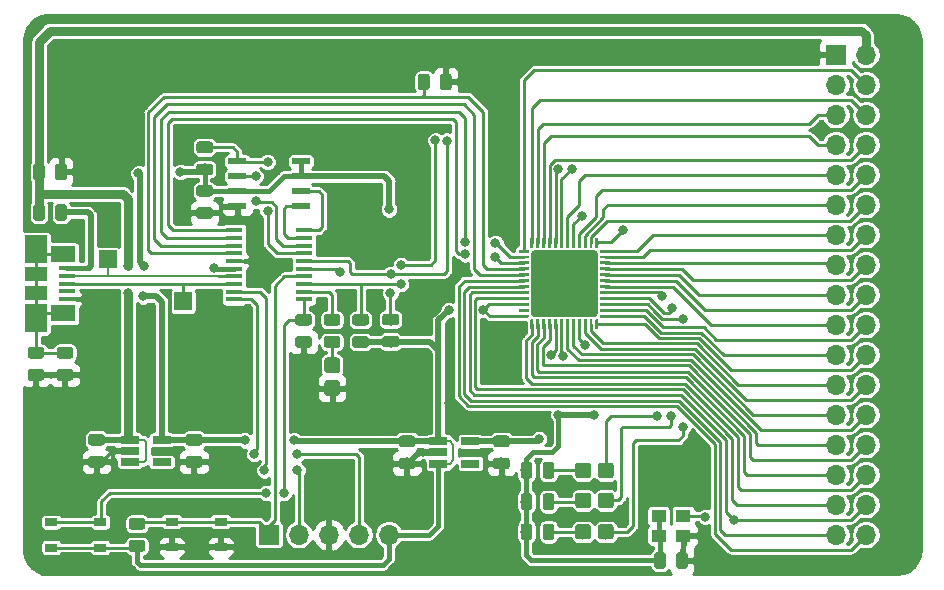
<source format=gtl>
G04 #@! TF.GenerationSoftware,KiCad,Pcbnew,5.0.1-33cea8e~68~ubuntu18.04.1*
G04 #@! TF.CreationDate,2018-12-16T18:27:52+03:00*
G04 #@! TF.ProjectId,up5k_v0,7570356B5F76302E6B696361645F7063,rev?*
G04 #@! TF.SameCoordinates,Original*
G04 #@! TF.FileFunction,Copper,L1,Top,Signal*
G04 #@! TF.FilePolarity,Positive*
%FSLAX46Y46*%
G04 Gerber Fmt 4.6, Leading zero omitted, Abs format (unit mm)*
G04 Created by KiCad (PCBNEW 5.0.1-33cea8e~68~ubuntu18.04.1) date Paz 16 Ara 2018 18:27:52 +03*
%MOMM*%
%LPD*%
G01*
G04 APERTURE LIST*
G04 #@! TA.AperFunction,SMDPad,CuDef*
%ADD10R,1.500000X1.500000*%
G04 #@! TD*
G04 #@! TA.AperFunction,SMDPad,CuDef*
%ADD11R,1.050000X0.650000*%
G04 #@! TD*
G04 #@! TA.AperFunction,SMDPad,CuDef*
%ADD12R,1.560000X0.650000*%
G04 #@! TD*
G04 #@! TA.AperFunction,Conductor*
%ADD13C,0.100000*%
G04 #@! TD*
G04 #@! TA.AperFunction,SMDPad,CuDef*
%ADD14C,0.975000*%
G04 #@! TD*
G04 #@! TA.AperFunction,SMDPad,CuDef*
%ADD15R,1.300000X1.100000*%
G04 #@! TD*
G04 #@! TA.AperFunction,SMDPad,CuDef*
%ADD16C,1.300000*%
G04 #@! TD*
G04 #@! TA.AperFunction,ComponentPad*
%ADD17R,1.700000X1.700000*%
G04 #@! TD*
G04 #@! TA.AperFunction,ComponentPad*
%ADD18O,1.700000X1.700000*%
G04 #@! TD*
G04 #@! TA.AperFunction,SMDPad,CuDef*
%ADD19C,0.250000*%
G04 #@! TD*
G04 #@! TA.AperFunction,SMDPad,CuDef*
%ADD20C,5.600000*%
G04 #@! TD*
G04 #@! TA.AperFunction,SMDPad,CuDef*
%ADD21R,1.550000X0.600000*%
G04 #@! TD*
G04 #@! TA.AperFunction,SMDPad,CuDef*
%ADD22R,1.450000X0.450000*%
G04 #@! TD*
G04 #@! TA.AperFunction,SMDPad,CuDef*
%ADD23R,1.380000X0.450000*%
G04 #@! TD*
G04 #@! TA.AperFunction,SMDPad,CuDef*
%ADD24R,2.100000X1.475000*%
G04 #@! TD*
G04 #@! TA.AperFunction,SMDPad,CuDef*
%ADD25R,1.900000X2.375000*%
G04 #@! TD*
G04 #@! TA.AperFunction,SMDPad,CuDef*
%ADD26R,1.900000X1.175000*%
G04 #@! TD*
G04 #@! TA.AperFunction,ViaPad*
%ADD27C,0.800000*%
G04 #@! TD*
G04 #@! TA.AperFunction,Conductor*
%ADD28C,0.400000*%
G04 #@! TD*
G04 #@! TA.AperFunction,Conductor*
%ADD29C,0.500000*%
G04 #@! TD*
G04 #@! TA.AperFunction,Conductor*
%ADD30C,0.504000*%
G04 #@! TD*
G04 #@! TA.AperFunction,Conductor*
%ADD31C,0.250000*%
G04 #@! TD*
G04 #@! TA.AperFunction,Conductor*
%ADD32C,0.402400*%
G04 #@! TD*
G04 #@! TA.AperFunction,Conductor*
%ADD33C,0.200000*%
G04 #@! TD*
G04 #@! TA.AperFunction,Conductor*
%ADD34C,0.750000*%
G04 #@! TD*
G04 #@! TA.AperFunction,Conductor*
%ADD35C,0.650000*%
G04 #@! TD*
G04 #@! TA.AperFunction,Conductor*
%ADD36C,0.254000*%
G04 #@! TD*
G04 APERTURE END LIST*
D10*
G04 #@! TO.P,TP1,1*
G04 #@! TO.N,USB_DP*
X135229600Y-89458800D03*
G04 #@! TD*
G04 #@! TO.P,TP2,1*
G04 #@! TO.N,USB_DM*
X128828800Y-85902800D03*
G04 #@! TD*
D11*
G04 #@! TO.P,SW2,2*
G04 #@! TO.N,GND*
X134272200Y-110244200D03*
X138422200Y-110244200D03*
G04 #@! TO.P,SW2,1*
G04 #@! TO.N,MCU_NRST*
X138422200Y-108094200D03*
X134272200Y-108094200D03*
G04 #@! TD*
G04 #@! TO.P,SW1,1*
G04 #@! TO.N,BOOT0*
X124061400Y-108145000D03*
X128211400Y-108145000D03*
G04 #@! TO.P,SW1,2*
G04 #@! TO.N,+3V3*
X128211400Y-110295000D03*
X124061400Y-110295000D03*
G04 #@! TD*
D12*
G04 #@! TO.P,U4,1*
G04 #@! TO.N,+5V*
X130730000Y-101158000D03*
G04 #@! TO.P,U4,2*
G04 #@! TO.N,GND*
X130730000Y-102108000D03*
G04 #@! TO.P,U4,3*
G04 #@! TO.N,+5V*
X130730000Y-103058000D03*
G04 #@! TO.P,U4,4*
G04 #@! TO.N,Net-(U4-Pad4)*
X133430000Y-103058000D03*
G04 #@! TO.P,U4,5*
G04 #@! TO.N,+3V3*
X133430000Y-101158000D03*
G04 #@! TD*
D13*
G04 #@! TO.N,+3V3*
G04 #@! TO.C,C18*
G36*
X175860142Y-110680174D02*
X175883803Y-110683684D01*
X175907007Y-110689496D01*
X175929529Y-110697554D01*
X175951153Y-110707782D01*
X175971670Y-110720079D01*
X175990883Y-110734329D01*
X176008607Y-110750393D01*
X176024671Y-110768117D01*
X176038921Y-110787330D01*
X176051218Y-110807847D01*
X176061446Y-110829471D01*
X176069504Y-110851993D01*
X176075316Y-110875197D01*
X176078826Y-110898858D01*
X176080000Y-110922750D01*
X176080000Y-111835250D01*
X176078826Y-111859142D01*
X176075316Y-111882803D01*
X176069504Y-111906007D01*
X176061446Y-111928529D01*
X176051218Y-111950153D01*
X176038921Y-111970670D01*
X176024671Y-111989883D01*
X176008607Y-112007607D01*
X175990883Y-112023671D01*
X175971670Y-112037921D01*
X175951153Y-112050218D01*
X175929529Y-112060446D01*
X175907007Y-112068504D01*
X175883803Y-112074316D01*
X175860142Y-112077826D01*
X175836250Y-112079000D01*
X175348750Y-112079000D01*
X175324858Y-112077826D01*
X175301197Y-112074316D01*
X175277993Y-112068504D01*
X175255471Y-112060446D01*
X175233847Y-112050218D01*
X175213330Y-112037921D01*
X175194117Y-112023671D01*
X175176393Y-112007607D01*
X175160329Y-111989883D01*
X175146079Y-111970670D01*
X175133782Y-111950153D01*
X175123554Y-111928529D01*
X175115496Y-111906007D01*
X175109684Y-111882803D01*
X175106174Y-111859142D01*
X175105000Y-111835250D01*
X175105000Y-110922750D01*
X175106174Y-110898858D01*
X175109684Y-110875197D01*
X175115496Y-110851993D01*
X175123554Y-110829471D01*
X175133782Y-110807847D01*
X175146079Y-110787330D01*
X175160329Y-110768117D01*
X175176393Y-110750393D01*
X175194117Y-110734329D01*
X175213330Y-110720079D01*
X175233847Y-110707782D01*
X175255471Y-110697554D01*
X175277993Y-110689496D01*
X175301197Y-110683684D01*
X175324858Y-110680174D01*
X175348750Y-110679000D01*
X175836250Y-110679000D01*
X175860142Y-110680174D01*
X175860142Y-110680174D01*
G37*
D14*
G04 #@! TD*
G04 #@! TO.P,C18,1*
G04 #@! TO.N,+3V3*
X175592500Y-111379000D03*
D13*
G04 #@! TO.N,GND*
G04 #@! TO.C,C18*
G36*
X177735142Y-110680174D02*
X177758803Y-110683684D01*
X177782007Y-110689496D01*
X177804529Y-110697554D01*
X177826153Y-110707782D01*
X177846670Y-110720079D01*
X177865883Y-110734329D01*
X177883607Y-110750393D01*
X177899671Y-110768117D01*
X177913921Y-110787330D01*
X177926218Y-110807847D01*
X177936446Y-110829471D01*
X177944504Y-110851993D01*
X177950316Y-110875197D01*
X177953826Y-110898858D01*
X177955000Y-110922750D01*
X177955000Y-111835250D01*
X177953826Y-111859142D01*
X177950316Y-111882803D01*
X177944504Y-111906007D01*
X177936446Y-111928529D01*
X177926218Y-111950153D01*
X177913921Y-111970670D01*
X177899671Y-111989883D01*
X177883607Y-112007607D01*
X177865883Y-112023671D01*
X177846670Y-112037921D01*
X177826153Y-112050218D01*
X177804529Y-112060446D01*
X177782007Y-112068504D01*
X177758803Y-112074316D01*
X177735142Y-112077826D01*
X177711250Y-112079000D01*
X177223750Y-112079000D01*
X177199858Y-112077826D01*
X177176197Y-112074316D01*
X177152993Y-112068504D01*
X177130471Y-112060446D01*
X177108847Y-112050218D01*
X177088330Y-112037921D01*
X177069117Y-112023671D01*
X177051393Y-112007607D01*
X177035329Y-111989883D01*
X177021079Y-111970670D01*
X177008782Y-111950153D01*
X176998554Y-111928529D01*
X176990496Y-111906007D01*
X176984684Y-111882803D01*
X176981174Y-111859142D01*
X176980000Y-111835250D01*
X176980000Y-110922750D01*
X176981174Y-110898858D01*
X176984684Y-110875197D01*
X176990496Y-110851993D01*
X176998554Y-110829471D01*
X177008782Y-110807847D01*
X177021079Y-110787330D01*
X177035329Y-110768117D01*
X177051393Y-110750393D01*
X177069117Y-110734329D01*
X177088330Y-110720079D01*
X177108847Y-110707782D01*
X177130471Y-110697554D01*
X177152993Y-110689496D01*
X177176197Y-110683684D01*
X177199858Y-110680174D01*
X177223750Y-110679000D01*
X177711250Y-110679000D01*
X177735142Y-110680174D01*
X177735142Y-110680174D01*
G37*
D14*
G04 #@! TD*
G04 #@! TO.P,C18,2*
G04 #@! TO.N,GND*
X177467500Y-111379000D03*
D15*
G04 #@! TO.P,X1,1*
G04 #@! TO.N,+3V3*
X175480000Y-109283000D03*
G04 #@! TO.P,X1,2*
G04 #@! TO.N,GND*
X177580000Y-109283000D03*
G04 #@! TO.P,X1,3*
G04 #@! TO.N,P25*
X177580000Y-107633000D03*
G04 #@! TO.P,X1,4*
G04 #@! TO.N,+3V3*
X175480000Y-107633000D03*
G04 #@! TD*
D12*
G04 #@! TO.P,U5,5*
G04 #@! TO.N,+1V2*
X159545000Y-101285000D03*
G04 #@! TO.P,U5,4*
G04 #@! TO.N,Net-(U5-Pad4)*
X159545000Y-103185000D03*
G04 #@! TO.P,U5,3*
G04 #@! TO.N,+3V3*
X156845000Y-103185000D03*
G04 #@! TO.P,U5,2*
G04 #@! TO.N,GND*
X156845000Y-102235000D03*
G04 #@! TO.P,U5,1*
G04 #@! TO.N,+3V3*
X156845000Y-101285000D03*
G04 #@! TD*
D13*
G04 #@! TO.N,GND*
G04 #@! TO.C,C16*
G36*
X154658142Y-102686174D02*
X154681803Y-102689684D01*
X154705007Y-102695496D01*
X154727529Y-102703554D01*
X154749153Y-102713782D01*
X154769670Y-102726079D01*
X154788883Y-102740329D01*
X154806607Y-102756393D01*
X154822671Y-102774117D01*
X154836921Y-102793330D01*
X154849218Y-102813847D01*
X154859446Y-102835471D01*
X154867504Y-102857993D01*
X154873316Y-102881197D01*
X154876826Y-102904858D01*
X154878000Y-102928750D01*
X154878000Y-103416250D01*
X154876826Y-103440142D01*
X154873316Y-103463803D01*
X154867504Y-103487007D01*
X154859446Y-103509529D01*
X154849218Y-103531153D01*
X154836921Y-103551670D01*
X154822671Y-103570883D01*
X154806607Y-103588607D01*
X154788883Y-103604671D01*
X154769670Y-103618921D01*
X154749153Y-103631218D01*
X154727529Y-103641446D01*
X154705007Y-103649504D01*
X154681803Y-103655316D01*
X154658142Y-103658826D01*
X154634250Y-103660000D01*
X153721750Y-103660000D01*
X153697858Y-103658826D01*
X153674197Y-103655316D01*
X153650993Y-103649504D01*
X153628471Y-103641446D01*
X153606847Y-103631218D01*
X153586330Y-103618921D01*
X153567117Y-103604671D01*
X153549393Y-103588607D01*
X153533329Y-103570883D01*
X153519079Y-103551670D01*
X153506782Y-103531153D01*
X153496554Y-103509529D01*
X153488496Y-103487007D01*
X153482684Y-103463803D01*
X153479174Y-103440142D01*
X153478000Y-103416250D01*
X153478000Y-102928750D01*
X153479174Y-102904858D01*
X153482684Y-102881197D01*
X153488496Y-102857993D01*
X153496554Y-102835471D01*
X153506782Y-102813847D01*
X153519079Y-102793330D01*
X153533329Y-102774117D01*
X153549393Y-102756393D01*
X153567117Y-102740329D01*
X153586330Y-102726079D01*
X153606847Y-102713782D01*
X153628471Y-102703554D01*
X153650993Y-102695496D01*
X153674197Y-102689684D01*
X153697858Y-102686174D01*
X153721750Y-102685000D01*
X154634250Y-102685000D01*
X154658142Y-102686174D01*
X154658142Y-102686174D01*
G37*
D14*
G04 #@! TD*
G04 #@! TO.P,C16,2*
G04 #@! TO.N,GND*
X154178000Y-103172500D03*
D13*
G04 #@! TO.N,+3V3*
G04 #@! TO.C,C16*
G36*
X154658142Y-100811174D02*
X154681803Y-100814684D01*
X154705007Y-100820496D01*
X154727529Y-100828554D01*
X154749153Y-100838782D01*
X154769670Y-100851079D01*
X154788883Y-100865329D01*
X154806607Y-100881393D01*
X154822671Y-100899117D01*
X154836921Y-100918330D01*
X154849218Y-100938847D01*
X154859446Y-100960471D01*
X154867504Y-100982993D01*
X154873316Y-101006197D01*
X154876826Y-101029858D01*
X154878000Y-101053750D01*
X154878000Y-101541250D01*
X154876826Y-101565142D01*
X154873316Y-101588803D01*
X154867504Y-101612007D01*
X154859446Y-101634529D01*
X154849218Y-101656153D01*
X154836921Y-101676670D01*
X154822671Y-101695883D01*
X154806607Y-101713607D01*
X154788883Y-101729671D01*
X154769670Y-101743921D01*
X154749153Y-101756218D01*
X154727529Y-101766446D01*
X154705007Y-101774504D01*
X154681803Y-101780316D01*
X154658142Y-101783826D01*
X154634250Y-101785000D01*
X153721750Y-101785000D01*
X153697858Y-101783826D01*
X153674197Y-101780316D01*
X153650993Y-101774504D01*
X153628471Y-101766446D01*
X153606847Y-101756218D01*
X153586330Y-101743921D01*
X153567117Y-101729671D01*
X153549393Y-101713607D01*
X153533329Y-101695883D01*
X153519079Y-101676670D01*
X153506782Y-101656153D01*
X153496554Y-101634529D01*
X153488496Y-101612007D01*
X153482684Y-101588803D01*
X153479174Y-101565142D01*
X153478000Y-101541250D01*
X153478000Y-101053750D01*
X153479174Y-101029858D01*
X153482684Y-101006197D01*
X153488496Y-100982993D01*
X153496554Y-100960471D01*
X153506782Y-100938847D01*
X153519079Y-100918330D01*
X153533329Y-100899117D01*
X153549393Y-100881393D01*
X153567117Y-100865329D01*
X153586330Y-100851079D01*
X153606847Y-100838782D01*
X153628471Y-100828554D01*
X153650993Y-100820496D01*
X153674197Y-100814684D01*
X153697858Y-100811174D01*
X153721750Y-100810000D01*
X154634250Y-100810000D01*
X154658142Y-100811174D01*
X154658142Y-100811174D01*
G37*
D14*
G04 #@! TD*
G04 #@! TO.P,C16,1*
G04 #@! TO.N,+3V3*
X154178000Y-101297500D03*
D13*
G04 #@! TO.N,+5V*
G04 #@! TO.C,C14*
G36*
X128369142Y-100684174D02*
X128392803Y-100687684D01*
X128416007Y-100693496D01*
X128438529Y-100701554D01*
X128460153Y-100711782D01*
X128480670Y-100724079D01*
X128499883Y-100738329D01*
X128517607Y-100754393D01*
X128533671Y-100772117D01*
X128547921Y-100791330D01*
X128560218Y-100811847D01*
X128570446Y-100833471D01*
X128578504Y-100855993D01*
X128584316Y-100879197D01*
X128587826Y-100902858D01*
X128589000Y-100926750D01*
X128589000Y-101414250D01*
X128587826Y-101438142D01*
X128584316Y-101461803D01*
X128578504Y-101485007D01*
X128570446Y-101507529D01*
X128560218Y-101529153D01*
X128547921Y-101549670D01*
X128533671Y-101568883D01*
X128517607Y-101586607D01*
X128499883Y-101602671D01*
X128480670Y-101616921D01*
X128460153Y-101629218D01*
X128438529Y-101639446D01*
X128416007Y-101647504D01*
X128392803Y-101653316D01*
X128369142Y-101656826D01*
X128345250Y-101658000D01*
X127432750Y-101658000D01*
X127408858Y-101656826D01*
X127385197Y-101653316D01*
X127361993Y-101647504D01*
X127339471Y-101639446D01*
X127317847Y-101629218D01*
X127297330Y-101616921D01*
X127278117Y-101602671D01*
X127260393Y-101586607D01*
X127244329Y-101568883D01*
X127230079Y-101549670D01*
X127217782Y-101529153D01*
X127207554Y-101507529D01*
X127199496Y-101485007D01*
X127193684Y-101461803D01*
X127190174Y-101438142D01*
X127189000Y-101414250D01*
X127189000Y-100926750D01*
X127190174Y-100902858D01*
X127193684Y-100879197D01*
X127199496Y-100855993D01*
X127207554Y-100833471D01*
X127217782Y-100811847D01*
X127230079Y-100791330D01*
X127244329Y-100772117D01*
X127260393Y-100754393D01*
X127278117Y-100738329D01*
X127297330Y-100724079D01*
X127317847Y-100711782D01*
X127339471Y-100701554D01*
X127361993Y-100693496D01*
X127385197Y-100687684D01*
X127408858Y-100684174D01*
X127432750Y-100683000D01*
X128345250Y-100683000D01*
X128369142Y-100684174D01*
X128369142Y-100684174D01*
G37*
D14*
G04 #@! TD*
G04 #@! TO.P,C14,1*
G04 #@! TO.N,+5V*
X127889000Y-101170500D03*
D13*
G04 #@! TO.N,GND*
G04 #@! TO.C,C14*
G36*
X128369142Y-102559174D02*
X128392803Y-102562684D01*
X128416007Y-102568496D01*
X128438529Y-102576554D01*
X128460153Y-102586782D01*
X128480670Y-102599079D01*
X128499883Y-102613329D01*
X128517607Y-102629393D01*
X128533671Y-102647117D01*
X128547921Y-102666330D01*
X128560218Y-102686847D01*
X128570446Y-102708471D01*
X128578504Y-102730993D01*
X128584316Y-102754197D01*
X128587826Y-102777858D01*
X128589000Y-102801750D01*
X128589000Y-103289250D01*
X128587826Y-103313142D01*
X128584316Y-103336803D01*
X128578504Y-103360007D01*
X128570446Y-103382529D01*
X128560218Y-103404153D01*
X128547921Y-103424670D01*
X128533671Y-103443883D01*
X128517607Y-103461607D01*
X128499883Y-103477671D01*
X128480670Y-103491921D01*
X128460153Y-103504218D01*
X128438529Y-103514446D01*
X128416007Y-103522504D01*
X128392803Y-103528316D01*
X128369142Y-103531826D01*
X128345250Y-103533000D01*
X127432750Y-103533000D01*
X127408858Y-103531826D01*
X127385197Y-103528316D01*
X127361993Y-103522504D01*
X127339471Y-103514446D01*
X127317847Y-103504218D01*
X127297330Y-103491921D01*
X127278117Y-103477671D01*
X127260393Y-103461607D01*
X127244329Y-103443883D01*
X127230079Y-103424670D01*
X127217782Y-103404153D01*
X127207554Y-103382529D01*
X127199496Y-103360007D01*
X127193684Y-103336803D01*
X127190174Y-103313142D01*
X127189000Y-103289250D01*
X127189000Y-102801750D01*
X127190174Y-102777858D01*
X127193684Y-102754197D01*
X127199496Y-102730993D01*
X127207554Y-102708471D01*
X127217782Y-102686847D01*
X127230079Y-102666330D01*
X127244329Y-102647117D01*
X127260393Y-102629393D01*
X127278117Y-102613329D01*
X127297330Y-102599079D01*
X127317847Y-102586782D01*
X127339471Y-102576554D01*
X127361993Y-102568496D01*
X127385197Y-102562684D01*
X127408858Y-102559174D01*
X127432750Y-102558000D01*
X128345250Y-102558000D01*
X128369142Y-102559174D01*
X128369142Y-102559174D01*
G37*
D14*
G04 #@! TD*
G04 #@! TO.P,C14,2*
G04 #@! TO.N,GND*
X127889000Y-103045500D03*
D13*
G04 #@! TO.N,GND*
G04 #@! TO.C,C15*
G36*
X136624142Y-102559174D02*
X136647803Y-102562684D01*
X136671007Y-102568496D01*
X136693529Y-102576554D01*
X136715153Y-102586782D01*
X136735670Y-102599079D01*
X136754883Y-102613329D01*
X136772607Y-102629393D01*
X136788671Y-102647117D01*
X136802921Y-102666330D01*
X136815218Y-102686847D01*
X136825446Y-102708471D01*
X136833504Y-102730993D01*
X136839316Y-102754197D01*
X136842826Y-102777858D01*
X136844000Y-102801750D01*
X136844000Y-103289250D01*
X136842826Y-103313142D01*
X136839316Y-103336803D01*
X136833504Y-103360007D01*
X136825446Y-103382529D01*
X136815218Y-103404153D01*
X136802921Y-103424670D01*
X136788671Y-103443883D01*
X136772607Y-103461607D01*
X136754883Y-103477671D01*
X136735670Y-103491921D01*
X136715153Y-103504218D01*
X136693529Y-103514446D01*
X136671007Y-103522504D01*
X136647803Y-103528316D01*
X136624142Y-103531826D01*
X136600250Y-103533000D01*
X135687750Y-103533000D01*
X135663858Y-103531826D01*
X135640197Y-103528316D01*
X135616993Y-103522504D01*
X135594471Y-103514446D01*
X135572847Y-103504218D01*
X135552330Y-103491921D01*
X135533117Y-103477671D01*
X135515393Y-103461607D01*
X135499329Y-103443883D01*
X135485079Y-103424670D01*
X135472782Y-103404153D01*
X135462554Y-103382529D01*
X135454496Y-103360007D01*
X135448684Y-103336803D01*
X135445174Y-103313142D01*
X135444000Y-103289250D01*
X135444000Y-102801750D01*
X135445174Y-102777858D01*
X135448684Y-102754197D01*
X135454496Y-102730993D01*
X135462554Y-102708471D01*
X135472782Y-102686847D01*
X135485079Y-102666330D01*
X135499329Y-102647117D01*
X135515393Y-102629393D01*
X135533117Y-102613329D01*
X135552330Y-102599079D01*
X135572847Y-102586782D01*
X135594471Y-102576554D01*
X135616993Y-102568496D01*
X135640197Y-102562684D01*
X135663858Y-102559174D01*
X135687750Y-102558000D01*
X136600250Y-102558000D01*
X136624142Y-102559174D01*
X136624142Y-102559174D01*
G37*
D14*
G04 #@! TD*
G04 #@! TO.P,C15,2*
G04 #@! TO.N,GND*
X136144000Y-103045500D03*
D13*
G04 #@! TO.N,+3V3*
G04 #@! TO.C,C15*
G36*
X136624142Y-100684174D02*
X136647803Y-100687684D01*
X136671007Y-100693496D01*
X136693529Y-100701554D01*
X136715153Y-100711782D01*
X136735670Y-100724079D01*
X136754883Y-100738329D01*
X136772607Y-100754393D01*
X136788671Y-100772117D01*
X136802921Y-100791330D01*
X136815218Y-100811847D01*
X136825446Y-100833471D01*
X136833504Y-100855993D01*
X136839316Y-100879197D01*
X136842826Y-100902858D01*
X136844000Y-100926750D01*
X136844000Y-101414250D01*
X136842826Y-101438142D01*
X136839316Y-101461803D01*
X136833504Y-101485007D01*
X136825446Y-101507529D01*
X136815218Y-101529153D01*
X136802921Y-101549670D01*
X136788671Y-101568883D01*
X136772607Y-101586607D01*
X136754883Y-101602671D01*
X136735670Y-101616921D01*
X136715153Y-101629218D01*
X136693529Y-101639446D01*
X136671007Y-101647504D01*
X136647803Y-101653316D01*
X136624142Y-101656826D01*
X136600250Y-101658000D01*
X135687750Y-101658000D01*
X135663858Y-101656826D01*
X135640197Y-101653316D01*
X135616993Y-101647504D01*
X135594471Y-101639446D01*
X135572847Y-101629218D01*
X135552330Y-101616921D01*
X135533117Y-101602671D01*
X135515393Y-101586607D01*
X135499329Y-101568883D01*
X135485079Y-101549670D01*
X135472782Y-101529153D01*
X135462554Y-101507529D01*
X135454496Y-101485007D01*
X135448684Y-101461803D01*
X135445174Y-101438142D01*
X135444000Y-101414250D01*
X135444000Y-100926750D01*
X135445174Y-100902858D01*
X135448684Y-100879197D01*
X135454496Y-100855993D01*
X135462554Y-100833471D01*
X135472782Y-100811847D01*
X135485079Y-100791330D01*
X135499329Y-100772117D01*
X135515393Y-100754393D01*
X135533117Y-100738329D01*
X135552330Y-100724079D01*
X135572847Y-100711782D01*
X135594471Y-100701554D01*
X135616993Y-100693496D01*
X135640197Y-100687684D01*
X135663858Y-100684174D01*
X135687750Y-100683000D01*
X136600250Y-100683000D01*
X136624142Y-100684174D01*
X136624142Y-100684174D01*
G37*
D14*
G04 #@! TD*
G04 #@! TO.P,C15,1*
G04 #@! TO.N,+3V3*
X136144000Y-101170500D03*
D13*
G04 #@! TO.N,+1V2*
G04 #@! TO.C,C17*
G36*
X162659142Y-100811174D02*
X162682803Y-100814684D01*
X162706007Y-100820496D01*
X162728529Y-100828554D01*
X162750153Y-100838782D01*
X162770670Y-100851079D01*
X162789883Y-100865329D01*
X162807607Y-100881393D01*
X162823671Y-100899117D01*
X162837921Y-100918330D01*
X162850218Y-100938847D01*
X162860446Y-100960471D01*
X162868504Y-100982993D01*
X162874316Y-101006197D01*
X162877826Y-101029858D01*
X162879000Y-101053750D01*
X162879000Y-101541250D01*
X162877826Y-101565142D01*
X162874316Y-101588803D01*
X162868504Y-101612007D01*
X162860446Y-101634529D01*
X162850218Y-101656153D01*
X162837921Y-101676670D01*
X162823671Y-101695883D01*
X162807607Y-101713607D01*
X162789883Y-101729671D01*
X162770670Y-101743921D01*
X162750153Y-101756218D01*
X162728529Y-101766446D01*
X162706007Y-101774504D01*
X162682803Y-101780316D01*
X162659142Y-101783826D01*
X162635250Y-101785000D01*
X161722750Y-101785000D01*
X161698858Y-101783826D01*
X161675197Y-101780316D01*
X161651993Y-101774504D01*
X161629471Y-101766446D01*
X161607847Y-101756218D01*
X161587330Y-101743921D01*
X161568117Y-101729671D01*
X161550393Y-101713607D01*
X161534329Y-101695883D01*
X161520079Y-101676670D01*
X161507782Y-101656153D01*
X161497554Y-101634529D01*
X161489496Y-101612007D01*
X161483684Y-101588803D01*
X161480174Y-101565142D01*
X161479000Y-101541250D01*
X161479000Y-101053750D01*
X161480174Y-101029858D01*
X161483684Y-101006197D01*
X161489496Y-100982993D01*
X161497554Y-100960471D01*
X161507782Y-100938847D01*
X161520079Y-100918330D01*
X161534329Y-100899117D01*
X161550393Y-100881393D01*
X161568117Y-100865329D01*
X161587330Y-100851079D01*
X161607847Y-100838782D01*
X161629471Y-100828554D01*
X161651993Y-100820496D01*
X161675197Y-100814684D01*
X161698858Y-100811174D01*
X161722750Y-100810000D01*
X162635250Y-100810000D01*
X162659142Y-100811174D01*
X162659142Y-100811174D01*
G37*
D14*
G04 #@! TD*
G04 #@! TO.P,C17,1*
G04 #@! TO.N,+1V2*
X162179000Y-101297500D03*
D13*
G04 #@! TO.N,GND*
G04 #@! TO.C,C17*
G36*
X162659142Y-102686174D02*
X162682803Y-102689684D01*
X162706007Y-102695496D01*
X162728529Y-102703554D01*
X162750153Y-102713782D01*
X162770670Y-102726079D01*
X162789883Y-102740329D01*
X162807607Y-102756393D01*
X162823671Y-102774117D01*
X162837921Y-102793330D01*
X162850218Y-102813847D01*
X162860446Y-102835471D01*
X162868504Y-102857993D01*
X162874316Y-102881197D01*
X162877826Y-102904858D01*
X162879000Y-102928750D01*
X162879000Y-103416250D01*
X162877826Y-103440142D01*
X162874316Y-103463803D01*
X162868504Y-103487007D01*
X162860446Y-103509529D01*
X162850218Y-103531153D01*
X162837921Y-103551670D01*
X162823671Y-103570883D01*
X162807607Y-103588607D01*
X162789883Y-103604671D01*
X162770670Y-103618921D01*
X162750153Y-103631218D01*
X162728529Y-103641446D01*
X162706007Y-103649504D01*
X162682803Y-103655316D01*
X162659142Y-103658826D01*
X162635250Y-103660000D01*
X161722750Y-103660000D01*
X161698858Y-103658826D01*
X161675197Y-103655316D01*
X161651993Y-103649504D01*
X161629471Y-103641446D01*
X161607847Y-103631218D01*
X161587330Y-103618921D01*
X161568117Y-103604671D01*
X161550393Y-103588607D01*
X161534329Y-103570883D01*
X161520079Y-103551670D01*
X161507782Y-103531153D01*
X161497554Y-103509529D01*
X161489496Y-103487007D01*
X161483684Y-103463803D01*
X161480174Y-103440142D01*
X161479000Y-103416250D01*
X161479000Y-102928750D01*
X161480174Y-102904858D01*
X161483684Y-102881197D01*
X161489496Y-102857993D01*
X161497554Y-102835471D01*
X161507782Y-102813847D01*
X161520079Y-102793330D01*
X161534329Y-102774117D01*
X161550393Y-102756393D01*
X161568117Y-102740329D01*
X161587330Y-102726079D01*
X161607847Y-102713782D01*
X161629471Y-102703554D01*
X161651993Y-102695496D01*
X161675197Y-102689684D01*
X161698858Y-102686174D01*
X161722750Y-102685000D01*
X162635250Y-102685000D01*
X162659142Y-102686174D01*
X162659142Y-102686174D01*
G37*
D14*
G04 #@! TD*
G04 #@! TO.P,C17,2*
G04 #@! TO.N,GND*
X162179000Y-103172500D03*
D13*
G04 #@! TO.N,RGB2*
G04 #@! TO.C,D4*
G36*
X171452504Y-103110204D02*
X171476773Y-103113804D01*
X171500571Y-103119765D01*
X171523671Y-103128030D01*
X171545849Y-103138520D01*
X171566893Y-103151133D01*
X171586598Y-103165747D01*
X171604777Y-103182223D01*
X171621253Y-103200402D01*
X171635867Y-103220107D01*
X171648480Y-103241151D01*
X171658970Y-103263329D01*
X171667235Y-103286429D01*
X171673196Y-103310227D01*
X171676796Y-103334496D01*
X171678000Y-103359000D01*
X171678000Y-104159000D01*
X171676796Y-104183504D01*
X171673196Y-104207773D01*
X171667235Y-104231571D01*
X171658970Y-104254671D01*
X171648480Y-104276849D01*
X171635867Y-104297893D01*
X171621253Y-104317598D01*
X171604777Y-104335777D01*
X171586598Y-104352253D01*
X171566893Y-104366867D01*
X171545849Y-104379480D01*
X171523671Y-104389970D01*
X171500571Y-104398235D01*
X171476773Y-104404196D01*
X171452504Y-104407796D01*
X171428000Y-104409000D01*
X170603000Y-104409000D01*
X170578496Y-104407796D01*
X170554227Y-104404196D01*
X170530429Y-104398235D01*
X170507329Y-104389970D01*
X170485151Y-104379480D01*
X170464107Y-104366867D01*
X170444402Y-104352253D01*
X170426223Y-104335777D01*
X170409747Y-104317598D01*
X170395133Y-104297893D01*
X170382520Y-104276849D01*
X170372030Y-104254671D01*
X170363765Y-104231571D01*
X170357804Y-104207773D01*
X170354204Y-104183504D01*
X170353000Y-104159000D01*
X170353000Y-103359000D01*
X170354204Y-103334496D01*
X170357804Y-103310227D01*
X170363765Y-103286429D01*
X170372030Y-103263329D01*
X170382520Y-103241151D01*
X170395133Y-103220107D01*
X170409747Y-103200402D01*
X170426223Y-103182223D01*
X170444402Y-103165747D01*
X170464107Y-103151133D01*
X170485151Y-103138520D01*
X170507329Y-103128030D01*
X170530429Y-103119765D01*
X170554227Y-103113804D01*
X170578496Y-103110204D01*
X170603000Y-103109000D01*
X171428000Y-103109000D01*
X171452504Y-103110204D01*
X171452504Y-103110204D01*
G37*
D16*
G04 #@! TD*
G04 #@! TO.P,D4,1*
G04 #@! TO.N,RGB2*
X171015500Y-103759000D03*
D13*
G04 #@! TO.N,Net-(D4-Pad2)*
G04 #@! TO.C,D4*
G36*
X169527504Y-103110204D02*
X169551773Y-103113804D01*
X169575571Y-103119765D01*
X169598671Y-103128030D01*
X169620849Y-103138520D01*
X169641893Y-103151133D01*
X169661598Y-103165747D01*
X169679777Y-103182223D01*
X169696253Y-103200402D01*
X169710867Y-103220107D01*
X169723480Y-103241151D01*
X169733970Y-103263329D01*
X169742235Y-103286429D01*
X169748196Y-103310227D01*
X169751796Y-103334496D01*
X169753000Y-103359000D01*
X169753000Y-104159000D01*
X169751796Y-104183504D01*
X169748196Y-104207773D01*
X169742235Y-104231571D01*
X169733970Y-104254671D01*
X169723480Y-104276849D01*
X169710867Y-104297893D01*
X169696253Y-104317598D01*
X169679777Y-104335777D01*
X169661598Y-104352253D01*
X169641893Y-104366867D01*
X169620849Y-104379480D01*
X169598671Y-104389970D01*
X169575571Y-104398235D01*
X169551773Y-104404196D01*
X169527504Y-104407796D01*
X169503000Y-104409000D01*
X168678000Y-104409000D01*
X168653496Y-104407796D01*
X168629227Y-104404196D01*
X168605429Y-104398235D01*
X168582329Y-104389970D01*
X168560151Y-104379480D01*
X168539107Y-104366867D01*
X168519402Y-104352253D01*
X168501223Y-104335777D01*
X168484747Y-104317598D01*
X168470133Y-104297893D01*
X168457520Y-104276849D01*
X168447030Y-104254671D01*
X168438765Y-104231571D01*
X168432804Y-104207773D01*
X168429204Y-104183504D01*
X168428000Y-104159000D01*
X168428000Y-103359000D01*
X168429204Y-103334496D01*
X168432804Y-103310227D01*
X168438765Y-103286429D01*
X168447030Y-103263329D01*
X168457520Y-103241151D01*
X168470133Y-103220107D01*
X168484747Y-103200402D01*
X168501223Y-103182223D01*
X168519402Y-103165747D01*
X168539107Y-103151133D01*
X168560151Y-103138520D01*
X168582329Y-103128030D01*
X168605429Y-103119765D01*
X168629227Y-103113804D01*
X168653496Y-103110204D01*
X168678000Y-103109000D01*
X169503000Y-103109000D01*
X169527504Y-103110204D01*
X169527504Y-103110204D01*
G37*
D16*
G04 #@! TD*
G04 #@! TO.P,D4,2*
G04 #@! TO.N,Net-(D4-Pad2)*
X169090500Y-103759000D03*
D13*
G04 #@! TO.N,RGB1*
G04 #@! TO.C,D3*
G36*
X171452504Y-105650204D02*
X171476773Y-105653804D01*
X171500571Y-105659765D01*
X171523671Y-105668030D01*
X171545849Y-105678520D01*
X171566893Y-105691133D01*
X171586598Y-105705747D01*
X171604777Y-105722223D01*
X171621253Y-105740402D01*
X171635867Y-105760107D01*
X171648480Y-105781151D01*
X171658970Y-105803329D01*
X171667235Y-105826429D01*
X171673196Y-105850227D01*
X171676796Y-105874496D01*
X171678000Y-105899000D01*
X171678000Y-106699000D01*
X171676796Y-106723504D01*
X171673196Y-106747773D01*
X171667235Y-106771571D01*
X171658970Y-106794671D01*
X171648480Y-106816849D01*
X171635867Y-106837893D01*
X171621253Y-106857598D01*
X171604777Y-106875777D01*
X171586598Y-106892253D01*
X171566893Y-106906867D01*
X171545849Y-106919480D01*
X171523671Y-106929970D01*
X171500571Y-106938235D01*
X171476773Y-106944196D01*
X171452504Y-106947796D01*
X171428000Y-106949000D01*
X170603000Y-106949000D01*
X170578496Y-106947796D01*
X170554227Y-106944196D01*
X170530429Y-106938235D01*
X170507329Y-106929970D01*
X170485151Y-106919480D01*
X170464107Y-106906867D01*
X170444402Y-106892253D01*
X170426223Y-106875777D01*
X170409747Y-106857598D01*
X170395133Y-106837893D01*
X170382520Y-106816849D01*
X170372030Y-106794671D01*
X170363765Y-106771571D01*
X170357804Y-106747773D01*
X170354204Y-106723504D01*
X170353000Y-106699000D01*
X170353000Y-105899000D01*
X170354204Y-105874496D01*
X170357804Y-105850227D01*
X170363765Y-105826429D01*
X170372030Y-105803329D01*
X170382520Y-105781151D01*
X170395133Y-105760107D01*
X170409747Y-105740402D01*
X170426223Y-105722223D01*
X170444402Y-105705747D01*
X170464107Y-105691133D01*
X170485151Y-105678520D01*
X170507329Y-105668030D01*
X170530429Y-105659765D01*
X170554227Y-105653804D01*
X170578496Y-105650204D01*
X170603000Y-105649000D01*
X171428000Y-105649000D01*
X171452504Y-105650204D01*
X171452504Y-105650204D01*
G37*
D16*
G04 #@! TD*
G04 #@! TO.P,D3,1*
G04 #@! TO.N,RGB1*
X171015500Y-106299000D03*
D13*
G04 #@! TO.N,Net-(D3-Pad2)*
G04 #@! TO.C,D3*
G36*
X169527504Y-105650204D02*
X169551773Y-105653804D01*
X169575571Y-105659765D01*
X169598671Y-105668030D01*
X169620849Y-105678520D01*
X169641893Y-105691133D01*
X169661598Y-105705747D01*
X169679777Y-105722223D01*
X169696253Y-105740402D01*
X169710867Y-105760107D01*
X169723480Y-105781151D01*
X169733970Y-105803329D01*
X169742235Y-105826429D01*
X169748196Y-105850227D01*
X169751796Y-105874496D01*
X169753000Y-105899000D01*
X169753000Y-106699000D01*
X169751796Y-106723504D01*
X169748196Y-106747773D01*
X169742235Y-106771571D01*
X169733970Y-106794671D01*
X169723480Y-106816849D01*
X169710867Y-106837893D01*
X169696253Y-106857598D01*
X169679777Y-106875777D01*
X169661598Y-106892253D01*
X169641893Y-106906867D01*
X169620849Y-106919480D01*
X169598671Y-106929970D01*
X169575571Y-106938235D01*
X169551773Y-106944196D01*
X169527504Y-106947796D01*
X169503000Y-106949000D01*
X168678000Y-106949000D01*
X168653496Y-106947796D01*
X168629227Y-106944196D01*
X168605429Y-106938235D01*
X168582329Y-106929970D01*
X168560151Y-106919480D01*
X168539107Y-106906867D01*
X168519402Y-106892253D01*
X168501223Y-106875777D01*
X168484747Y-106857598D01*
X168470133Y-106837893D01*
X168457520Y-106816849D01*
X168447030Y-106794671D01*
X168438765Y-106771571D01*
X168432804Y-106747773D01*
X168429204Y-106723504D01*
X168428000Y-106699000D01*
X168428000Y-105899000D01*
X168429204Y-105874496D01*
X168432804Y-105850227D01*
X168438765Y-105826429D01*
X168447030Y-105803329D01*
X168457520Y-105781151D01*
X168470133Y-105760107D01*
X168484747Y-105740402D01*
X168501223Y-105722223D01*
X168519402Y-105705747D01*
X168539107Y-105691133D01*
X168560151Y-105678520D01*
X168582329Y-105668030D01*
X168605429Y-105659765D01*
X168629227Y-105653804D01*
X168653496Y-105650204D01*
X168678000Y-105649000D01*
X169503000Y-105649000D01*
X169527504Y-105650204D01*
X169527504Y-105650204D01*
G37*
D16*
G04 #@! TD*
G04 #@! TO.P,D3,2*
G04 #@! TO.N,Net-(D3-Pad2)*
X169090500Y-106299000D03*
D13*
G04 #@! TO.N,Net-(D1-Pad2)*
G04 #@! TO.C,D1*
G36*
X169527504Y-108317204D02*
X169551773Y-108320804D01*
X169575571Y-108326765D01*
X169598671Y-108335030D01*
X169620849Y-108345520D01*
X169641893Y-108358133D01*
X169661598Y-108372747D01*
X169679777Y-108389223D01*
X169696253Y-108407402D01*
X169710867Y-108427107D01*
X169723480Y-108448151D01*
X169733970Y-108470329D01*
X169742235Y-108493429D01*
X169748196Y-108517227D01*
X169751796Y-108541496D01*
X169753000Y-108566000D01*
X169753000Y-109366000D01*
X169751796Y-109390504D01*
X169748196Y-109414773D01*
X169742235Y-109438571D01*
X169733970Y-109461671D01*
X169723480Y-109483849D01*
X169710867Y-109504893D01*
X169696253Y-109524598D01*
X169679777Y-109542777D01*
X169661598Y-109559253D01*
X169641893Y-109573867D01*
X169620849Y-109586480D01*
X169598671Y-109596970D01*
X169575571Y-109605235D01*
X169551773Y-109611196D01*
X169527504Y-109614796D01*
X169503000Y-109616000D01*
X168678000Y-109616000D01*
X168653496Y-109614796D01*
X168629227Y-109611196D01*
X168605429Y-109605235D01*
X168582329Y-109596970D01*
X168560151Y-109586480D01*
X168539107Y-109573867D01*
X168519402Y-109559253D01*
X168501223Y-109542777D01*
X168484747Y-109524598D01*
X168470133Y-109504893D01*
X168457520Y-109483849D01*
X168447030Y-109461671D01*
X168438765Y-109438571D01*
X168432804Y-109414773D01*
X168429204Y-109390504D01*
X168428000Y-109366000D01*
X168428000Y-108566000D01*
X168429204Y-108541496D01*
X168432804Y-108517227D01*
X168438765Y-108493429D01*
X168447030Y-108470329D01*
X168457520Y-108448151D01*
X168470133Y-108427107D01*
X168484747Y-108407402D01*
X168501223Y-108389223D01*
X168519402Y-108372747D01*
X168539107Y-108358133D01*
X168560151Y-108345520D01*
X168582329Y-108335030D01*
X168605429Y-108326765D01*
X168629227Y-108320804D01*
X168653496Y-108317204D01*
X168678000Y-108316000D01*
X169503000Y-108316000D01*
X169527504Y-108317204D01*
X169527504Y-108317204D01*
G37*
D16*
G04 #@! TD*
G04 #@! TO.P,D1,2*
G04 #@! TO.N,Net-(D1-Pad2)*
X169090500Y-108966000D03*
D13*
G04 #@! TO.N,RGB0*
G04 #@! TO.C,D1*
G36*
X171452504Y-108317204D02*
X171476773Y-108320804D01*
X171500571Y-108326765D01*
X171523671Y-108335030D01*
X171545849Y-108345520D01*
X171566893Y-108358133D01*
X171586598Y-108372747D01*
X171604777Y-108389223D01*
X171621253Y-108407402D01*
X171635867Y-108427107D01*
X171648480Y-108448151D01*
X171658970Y-108470329D01*
X171667235Y-108493429D01*
X171673196Y-108517227D01*
X171676796Y-108541496D01*
X171678000Y-108566000D01*
X171678000Y-109366000D01*
X171676796Y-109390504D01*
X171673196Y-109414773D01*
X171667235Y-109438571D01*
X171658970Y-109461671D01*
X171648480Y-109483849D01*
X171635867Y-109504893D01*
X171621253Y-109524598D01*
X171604777Y-109542777D01*
X171586598Y-109559253D01*
X171566893Y-109573867D01*
X171545849Y-109586480D01*
X171523671Y-109596970D01*
X171500571Y-109605235D01*
X171476773Y-109611196D01*
X171452504Y-109614796D01*
X171428000Y-109616000D01*
X170603000Y-109616000D01*
X170578496Y-109614796D01*
X170554227Y-109611196D01*
X170530429Y-109605235D01*
X170507329Y-109596970D01*
X170485151Y-109586480D01*
X170464107Y-109573867D01*
X170444402Y-109559253D01*
X170426223Y-109542777D01*
X170409747Y-109524598D01*
X170395133Y-109504893D01*
X170382520Y-109483849D01*
X170372030Y-109461671D01*
X170363765Y-109438571D01*
X170357804Y-109414773D01*
X170354204Y-109390504D01*
X170353000Y-109366000D01*
X170353000Y-108566000D01*
X170354204Y-108541496D01*
X170357804Y-108517227D01*
X170363765Y-108493429D01*
X170372030Y-108470329D01*
X170382520Y-108448151D01*
X170395133Y-108427107D01*
X170409747Y-108407402D01*
X170426223Y-108389223D01*
X170444402Y-108372747D01*
X170464107Y-108358133D01*
X170485151Y-108345520D01*
X170507329Y-108335030D01*
X170530429Y-108326765D01*
X170554227Y-108320804D01*
X170578496Y-108317204D01*
X170603000Y-108316000D01*
X171428000Y-108316000D01*
X171452504Y-108317204D01*
X171452504Y-108317204D01*
G37*
D16*
G04 #@! TD*
G04 #@! TO.P,D1,1*
G04 #@! TO.N,RGB0*
X171015500Y-108966000D03*
D13*
G04 #@! TO.N,Net-(D4-Pad2)*
G04 #@! TO.C,R10*
G36*
X166432142Y-103060174D02*
X166455803Y-103063684D01*
X166479007Y-103069496D01*
X166501529Y-103077554D01*
X166523153Y-103087782D01*
X166543670Y-103100079D01*
X166562883Y-103114329D01*
X166580607Y-103130393D01*
X166596671Y-103148117D01*
X166610921Y-103167330D01*
X166623218Y-103187847D01*
X166633446Y-103209471D01*
X166641504Y-103231993D01*
X166647316Y-103255197D01*
X166650826Y-103278858D01*
X166652000Y-103302750D01*
X166652000Y-104215250D01*
X166650826Y-104239142D01*
X166647316Y-104262803D01*
X166641504Y-104286007D01*
X166633446Y-104308529D01*
X166623218Y-104330153D01*
X166610921Y-104350670D01*
X166596671Y-104369883D01*
X166580607Y-104387607D01*
X166562883Y-104403671D01*
X166543670Y-104417921D01*
X166523153Y-104430218D01*
X166501529Y-104440446D01*
X166479007Y-104448504D01*
X166455803Y-104454316D01*
X166432142Y-104457826D01*
X166408250Y-104459000D01*
X165920750Y-104459000D01*
X165896858Y-104457826D01*
X165873197Y-104454316D01*
X165849993Y-104448504D01*
X165827471Y-104440446D01*
X165805847Y-104430218D01*
X165785330Y-104417921D01*
X165766117Y-104403671D01*
X165748393Y-104387607D01*
X165732329Y-104369883D01*
X165718079Y-104350670D01*
X165705782Y-104330153D01*
X165695554Y-104308529D01*
X165687496Y-104286007D01*
X165681684Y-104262803D01*
X165678174Y-104239142D01*
X165677000Y-104215250D01*
X165677000Y-103302750D01*
X165678174Y-103278858D01*
X165681684Y-103255197D01*
X165687496Y-103231993D01*
X165695554Y-103209471D01*
X165705782Y-103187847D01*
X165718079Y-103167330D01*
X165732329Y-103148117D01*
X165748393Y-103130393D01*
X165766117Y-103114329D01*
X165785330Y-103100079D01*
X165805847Y-103087782D01*
X165827471Y-103077554D01*
X165849993Y-103069496D01*
X165873197Y-103063684D01*
X165896858Y-103060174D01*
X165920750Y-103059000D01*
X166408250Y-103059000D01*
X166432142Y-103060174D01*
X166432142Y-103060174D01*
G37*
D14*
G04 #@! TD*
G04 #@! TO.P,R10,1*
G04 #@! TO.N,Net-(D4-Pad2)*
X166164500Y-103759000D03*
D13*
G04 #@! TO.N,+3V3*
G04 #@! TO.C,R10*
G36*
X164557142Y-103060174D02*
X164580803Y-103063684D01*
X164604007Y-103069496D01*
X164626529Y-103077554D01*
X164648153Y-103087782D01*
X164668670Y-103100079D01*
X164687883Y-103114329D01*
X164705607Y-103130393D01*
X164721671Y-103148117D01*
X164735921Y-103167330D01*
X164748218Y-103187847D01*
X164758446Y-103209471D01*
X164766504Y-103231993D01*
X164772316Y-103255197D01*
X164775826Y-103278858D01*
X164777000Y-103302750D01*
X164777000Y-104215250D01*
X164775826Y-104239142D01*
X164772316Y-104262803D01*
X164766504Y-104286007D01*
X164758446Y-104308529D01*
X164748218Y-104330153D01*
X164735921Y-104350670D01*
X164721671Y-104369883D01*
X164705607Y-104387607D01*
X164687883Y-104403671D01*
X164668670Y-104417921D01*
X164648153Y-104430218D01*
X164626529Y-104440446D01*
X164604007Y-104448504D01*
X164580803Y-104454316D01*
X164557142Y-104457826D01*
X164533250Y-104459000D01*
X164045750Y-104459000D01*
X164021858Y-104457826D01*
X163998197Y-104454316D01*
X163974993Y-104448504D01*
X163952471Y-104440446D01*
X163930847Y-104430218D01*
X163910330Y-104417921D01*
X163891117Y-104403671D01*
X163873393Y-104387607D01*
X163857329Y-104369883D01*
X163843079Y-104350670D01*
X163830782Y-104330153D01*
X163820554Y-104308529D01*
X163812496Y-104286007D01*
X163806684Y-104262803D01*
X163803174Y-104239142D01*
X163802000Y-104215250D01*
X163802000Y-103302750D01*
X163803174Y-103278858D01*
X163806684Y-103255197D01*
X163812496Y-103231993D01*
X163820554Y-103209471D01*
X163830782Y-103187847D01*
X163843079Y-103167330D01*
X163857329Y-103148117D01*
X163873393Y-103130393D01*
X163891117Y-103114329D01*
X163910330Y-103100079D01*
X163930847Y-103087782D01*
X163952471Y-103077554D01*
X163974993Y-103069496D01*
X163998197Y-103063684D01*
X164021858Y-103060174D01*
X164045750Y-103059000D01*
X164533250Y-103059000D01*
X164557142Y-103060174D01*
X164557142Y-103060174D01*
G37*
D14*
G04 #@! TD*
G04 #@! TO.P,R10,2*
G04 #@! TO.N,+3V3*
X164289500Y-103759000D03*
D13*
G04 #@! TO.N,+3V3*
G04 #@! TO.C,R8*
G36*
X164557142Y-105714474D02*
X164580803Y-105717984D01*
X164604007Y-105723796D01*
X164626529Y-105731854D01*
X164648153Y-105742082D01*
X164668670Y-105754379D01*
X164687883Y-105768629D01*
X164705607Y-105784693D01*
X164721671Y-105802417D01*
X164735921Y-105821630D01*
X164748218Y-105842147D01*
X164758446Y-105863771D01*
X164766504Y-105886293D01*
X164772316Y-105909497D01*
X164775826Y-105933158D01*
X164777000Y-105957050D01*
X164777000Y-106869550D01*
X164775826Y-106893442D01*
X164772316Y-106917103D01*
X164766504Y-106940307D01*
X164758446Y-106962829D01*
X164748218Y-106984453D01*
X164735921Y-107004970D01*
X164721671Y-107024183D01*
X164705607Y-107041907D01*
X164687883Y-107057971D01*
X164668670Y-107072221D01*
X164648153Y-107084518D01*
X164626529Y-107094746D01*
X164604007Y-107102804D01*
X164580803Y-107108616D01*
X164557142Y-107112126D01*
X164533250Y-107113300D01*
X164045750Y-107113300D01*
X164021858Y-107112126D01*
X163998197Y-107108616D01*
X163974993Y-107102804D01*
X163952471Y-107094746D01*
X163930847Y-107084518D01*
X163910330Y-107072221D01*
X163891117Y-107057971D01*
X163873393Y-107041907D01*
X163857329Y-107024183D01*
X163843079Y-107004970D01*
X163830782Y-106984453D01*
X163820554Y-106962829D01*
X163812496Y-106940307D01*
X163806684Y-106917103D01*
X163803174Y-106893442D01*
X163802000Y-106869550D01*
X163802000Y-105957050D01*
X163803174Y-105933158D01*
X163806684Y-105909497D01*
X163812496Y-105886293D01*
X163820554Y-105863771D01*
X163830782Y-105842147D01*
X163843079Y-105821630D01*
X163857329Y-105802417D01*
X163873393Y-105784693D01*
X163891117Y-105768629D01*
X163910330Y-105754379D01*
X163930847Y-105742082D01*
X163952471Y-105731854D01*
X163974993Y-105723796D01*
X163998197Y-105717984D01*
X164021858Y-105714474D01*
X164045750Y-105713300D01*
X164533250Y-105713300D01*
X164557142Y-105714474D01*
X164557142Y-105714474D01*
G37*
D14*
G04 #@! TD*
G04 #@! TO.P,R8,2*
G04 #@! TO.N,+3V3*
X164289500Y-106413300D03*
D13*
G04 #@! TO.N,Net-(D3-Pad2)*
G04 #@! TO.C,R8*
G36*
X166432142Y-105714474D02*
X166455803Y-105717984D01*
X166479007Y-105723796D01*
X166501529Y-105731854D01*
X166523153Y-105742082D01*
X166543670Y-105754379D01*
X166562883Y-105768629D01*
X166580607Y-105784693D01*
X166596671Y-105802417D01*
X166610921Y-105821630D01*
X166623218Y-105842147D01*
X166633446Y-105863771D01*
X166641504Y-105886293D01*
X166647316Y-105909497D01*
X166650826Y-105933158D01*
X166652000Y-105957050D01*
X166652000Y-106869550D01*
X166650826Y-106893442D01*
X166647316Y-106917103D01*
X166641504Y-106940307D01*
X166633446Y-106962829D01*
X166623218Y-106984453D01*
X166610921Y-107004970D01*
X166596671Y-107024183D01*
X166580607Y-107041907D01*
X166562883Y-107057971D01*
X166543670Y-107072221D01*
X166523153Y-107084518D01*
X166501529Y-107094746D01*
X166479007Y-107102804D01*
X166455803Y-107108616D01*
X166432142Y-107112126D01*
X166408250Y-107113300D01*
X165920750Y-107113300D01*
X165896858Y-107112126D01*
X165873197Y-107108616D01*
X165849993Y-107102804D01*
X165827471Y-107094746D01*
X165805847Y-107084518D01*
X165785330Y-107072221D01*
X165766117Y-107057971D01*
X165748393Y-107041907D01*
X165732329Y-107024183D01*
X165718079Y-107004970D01*
X165705782Y-106984453D01*
X165695554Y-106962829D01*
X165687496Y-106940307D01*
X165681684Y-106917103D01*
X165678174Y-106893442D01*
X165677000Y-106869550D01*
X165677000Y-105957050D01*
X165678174Y-105933158D01*
X165681684Y-105909497D01*
X165687496Y-105886293D01*
X165695554Y-105863771D01*
X165705782Y-105842147D01*
X165718079Y-105821630D01*
X165732329Y-105802417D01*
X165748393Y-105784693D01*
X165766117Y-105768629D01*
X165785330Y-105754379D01*
X165805847Y-105742082D01*
X165827471Y-105731854D01*
X165849993Y-105723796D01*
X165873197Y-105717984D01*
X165896858Y-105714474D01*
X165920750Y-105713300D01*
X166408250Y-105713300D01*
X166432142Y-105714474D01*
X166432142Y-105714474D01*
G37*
D14*
G04 #@! TD*
G04 #@! TO.P,R8,1*
G04 #@! TO.N,Net-(D3-Pad2)*
X166164500Y-106413300D03*
D13*
G04 #@! TO.N,Net-(D1-Pad2)*
G04 #@! TO.C,R7*
G36*
X166432142Y-108267174D02*
X166455803Y-108270684D01*
X166479007Y-108276496D01*
X166501529Y-108284554D01*
X166523153Y-108294782D01*
X166543670Y-108307079D01*
X166562883Y-108321329D01*
X166580607Y-108337393D01*
X166596671Y-108355117D01*
X166610921Y-108374330D01*
X166623218Y-108394847D01*
X166633446Y-108416471D01*
X166641504Y-108438993D01*
X166647316Y-108462197D01*
X166650826Y-108485858D01*
X166652000Y-108509750D01*
X166652000Y-109422250D01*
X166650826Y-109446142D01*
X166647316Y-109469803D01*
X166641504Y-109493007D01*
X166633446Y-109515529D01*
X166623218Y-109537153D01*
X166610921Y-109557670D01*
X166596671Y-109576883D01*
X166580607Y-109594607D01*
X166562883Y-109610671D01*
X166543670Y-109624921D01*
X166523153Y-109637218D01*
X166501529Y-109647446D01*
X166479007Y-109655504D01*
X166455803Y-109661316D01*
X166432142Y-109664826D01*
X166408250Y-109666000D01*
X165920750Y-109666000D01*
X165896858Y-109664826D01*
X165873197Y-109661316D01*
X165849993Y-109655504D01*
X165827471Y-109647446D01*
X165805847Y-109637218D01*
X165785330Y-109624921D01*
X165766117Y-109610671D01*
X165748393Y-109594607D01*
X165732329Y-109576883D01*
X165718079Y-109557670D01*
X165705782Y-109537153D01*
X165695554Y-109515529D01*
X165687496Y-109493007D01*
X165681684Y-109469803D01*
X165678174Y-109446142D01*
X165677000Y-109422250D01*
X165677000Y-108509750D01*
X165678174Y-108485858D01*
X165681684Y-108462197D01*
X165687496Y-108438993D01*
X165695554Y-108416471D01*
X165705782Y-108394847D01*
X165718079Y-108374330D01*
X165732329Y-108355117D01*
X165748393Y-108337393D01*
X165766117Y-108321329D01*
X165785330Y-108307079D01*
X165805847Y-108294782D01*
X165827471Y-108284554D01*
X165849993Y-108276496D01*
X165873197Y-108270684D01*
X165896858Y-108267174D01*
X165920750Y-108266000D01*
X166408250Y-108266000D01*
X166432142Y-108267174D01*
X166432142Y-108267174D01*
G37*
D14*
G04 #@! TD*
G04 #@! TO.P,R7,1*
G04 #@! TO.N,Net-(D1-Pad2)*
X166164500Y-108966000D03*
D13*
G04 #@! TO.N,+3V3*
G04 #@! TO.C,R7*
G36*
X164557142Y-108267174D02*
X164580803Y-108270684D01*
X164604007Y-108276496D01*
X164626529Y-108284554D01*
X164648153Y-108294782D01*
X164668670Y-108307079D01*
X164687883Y-108321329D01*
X164705607Y-108337393D01*
X164721671Y-108355117D01*
X164735921Y-108374330D01*
X164748218Y-108394847D01*
X164758446Y-108416471D01*
X164766504Y-108438993D01*
X164772316Y-108462197D01*
X164775826Y-108485858D01*
X164777000Y-108509750D01*
X164777000Y-109422250D01*
X164775826Y-109446142D01*
X164772316Y-109469803D01*
X164766504Y-109493007D01*
X164758446Y-109515529D01*
X164748218Y-109537153D01*
X164735921Y-109557670D01*
X164721671Y-109576883D01*
X164705607Y-109594607D01*
X164687883Y-109610671D01*
X164668670Y-109624921D01*
X164648153Y-109637218D01*
X164626529Y-109647446D01*
X164604007Y-109655504D01*
X164580803Y-109661316D01*
X164557142Y-109664826D01*
X164533250Y-109666000D01*
X164045750Y-109666000D01*
X164021858Y-109664826D01*
X163998197Y-109661316D01*
X163974993Y-109655504D01*
X163952471Y-109647446D01*
X163930847Y-109637218D01*
X163910330Y-109624921D01*
X163891117Y-109610671D01*
X163873393Y-109594607D01*
X163857329Y-109576883D01*
X163843079Y-109557670D01*
X163830782Y-109537153D01*
X163820554Y-109515529D01*
X163812496Y-109493007D01*
X163806684Y-109469803D01*
X163803174Y-109446142D01*
X163802000Y-109422250D01*
X163802000Y-108509750D01*
X163803174Y-108485858D01*
X163806684Y-108462197D01*
X163812496Y-108438993D01*
X163820554Y-108416471D01*
X163830782Y-108394847D01*
X163843079Y-108374330D01*
X163857329Y-108355117D01*
X163873393Y-108337393D01*
X163891117Y-108321329D01*
X163910330Y-108307079D01*
X163930847Y-108294782D01*
X163952471Y-108284554D01*
X163974993Y-108276496D01*
X163998197Y-108270684D01*
X164021858Y-108267174D01*
X164045750Y-108266000D01*
X164533250Y-108266000D01*
X164557142Y-108267174D01*
X164557142Y-108267174D01*
G37*
D14*
G04 #@! TD*
G04 #@! TO.P,R7,2*
G04 #@! TO.N,+3V3*
X164289500Y-108966000D03*
D17*
G04 #@! TO.P,J3,1*
G04 #@! TO.N,MCU_NRST*
X142494000Y-109220000D03*
D18*
G04 #@! TO.P,J3,2*
G04 #@! TO.N,SWDIO*
X145034000Y-109220000D03*
G04 #@! TO.P,J3,3*
G04 #@! TO.N,GND*
X147574000Y-109220000D03*
G04 #@! TO.P,J3,4*
G04 #@! TO.N,SWCLK*
X150114000Y-109220000D03*
G04 #@! TO.P,J3,5*
G04 #@! TO.N,+3V3*
X152654000Y-109220000D03*
G04 #@! TD*
D17*
G04 #@! TO.P,J2,1*
G04 #@! TO.N,GND*
X190500000Y-68580000D03*
D18*
G04 #@! TO.P,J2,2*
G04 #@! TO.N,+5V*
X193040000Y-68580000D03*
G04 #@! TO.P,J2,3*
G04 #@! TO.N,Net-(J2-Pad3)*
X190500000Y-71120000D03*
G04 #@! TO.P,J2,4*
G04 #@! TO.N,P24*
X193040000Y-71120000D03*
G04 #@! TO.P,J2,5*
G04 #@! TO.N,P20*
X190500000Y-73660000D03*
G04 #@! TO.P,J2,6*
G04 #@! TO.N,P22*
X193040000Y-73660000D03*
G04 #@! TO.P,J2,7*
G04 #@! TO.N,P18*
X190500000Y-76200000D03*
G04 #@! TO.P,J2,8*
G04 #@! TO.N,P16*
X193040000Y-76200000D03*
G04 #@! TO.P,J2,9*
G04 #@! TO.N,P13*
X190500000Y-78740000D03*
G04 #@! TO.P,J2,10*
G04 #@! TO.N,P8*
X193040000Y-78740000D03*
G04 #@! TO.P,J2,11*
G04 #@! TO.N,P9*
X190500000Y-81280000D03*
G04 #@! TO.P,J2,12*
G04 #@! TO.N,P6*
X193040000Y-81280000D03*
G04 #@! TO.P,J2,13*
G04 #@! TO.N,P4*
X190500000Y-83820000D03*
G04 #@! TO.P,J2,14*
G04 #@! TO.N,P2*
X193040000Y-83820000D03*
G04 #@! TO.P,J2,15*
G04 #@! TO.N,P0*
X190500000Y-86360000D03*
G04 #@! TO.P,J2,16*
G04 #@! TO.N,P5*
X193040000Y-86360000D03*
G04 #@! TO.P,J2,17*
G04 #@! TO.N,P3*
X190500000Y-88900000D03*
G04 #@! TO.P,J2,18*
G04 #@! TO.N,P49*
X193040000Y-88900000D03*
G04 #@! TO.P,J2,19*
G04 #@! TO.N,P51*
X190500000Y-91440000D03*
G04 #@! TO.P,J2,20*
G04 #@! TO.N,P50*
X193040000Y-91440000D03*
G04 #@! TO.P,J2,21*
G04 #@! TO.N,P45*
X190500000Y-93980000D03*
G04 #@! TO.P,J2,22*
G04 #@! TO.N,P48*
X193040000Y-93980000D03*
G04 #@! TO.P,J2,23*
G04 #@! TO.N,P46*
X190500000Y-96520000D03*
G04 #@! TO.P,J2,24*
G04 #@! TO.N,P44*
X193040000Y-96520000D03*
G04 #@! TO.P,J2,25*
G04 #@! TO.N,P43*
X190500000Y-99060000D03*
G04 #@! TO.P,J2,26*
G04 #@! TO.N,P42*
X193040000Y-99060000D03*
G04 #@! TO.P,J2,27*
G04 #@! TO.N,P41*
X190500000Y-101600000D03*
G04 #@! TO.P,J2,28*
G04 #@! TO.N,P38*
X193040000Y-101600000D03*
G04 #@! TO.P,J2,29*
G04 #@! TO.N,P39*
X190500000Y-104140000D03*
G04 #@! TO.P,J2,30*
G04 #@! TO.N,P36*
X193040000Y-104140000D03*
G04 #@! TO.P,J2,31*
G04 #@! TO.N,P23*
X190500000Y-106680000D03*
G04 #@! TO.P,J2,32*
G04 #@! TO.N,P25*
X193040000Y-106680000D03*
G04 #@! TO.P,J2,33*
G04 #@! TO.N,P29*
X190500000Y-109220000D03*
G04 #@! TO.P,J2,34*
G04 #@! TO.N,P31*
X193040000Y-109220000D03*
G04 #@! TD*
D13*
G04 #@! TO.N,P4*
G04 #@! TO.C,U1*
G36*
X171332488Y-85072559D02*
X171338555Y-85073459D01*
X171344505Y-85074949D01*
X171350280Y-85077016D01*
X171355824Y-85079638D01*
X171361085Y-85082791D01*
X171366012Y-85086445D01*
X171370556Y-85090564D01*
X171374675Y-85095108D01*
X171378329Y-85100035D01*
X171381482Y-85105296D01*
X171384104Y-85110840D01*
X171386171Y-85116615D01*
X171387661Y-85122565D01*
X171388561Y-85128632D01*
X171388862Y-85134758D01*
X171388862Y-85259758D01*
X171388561Y-85265884D01*
X171387661Y-85271951D01*
X171386171Y-85277901D01*
X171384104Y-85283676D01*
X171381482Y-85289220D01*
X171378329Y-85294481D01*
X171374675Y-85299408D01*
X171370556Y-85303952D01*
X171366012Y-85308071D01*
X171361085Y-85311725D01*
X171355824Y-85314878D01*
X171350280Y-85317500D01*
X171344505Y-85319567D01*
X171338555Y-85321057D01*
X171332488Y-85321957D01*
X171326362Y-85322258D01*
X170576362Y-85322258D01*
X170570236Y-85321957D01*
X170564169Y-85321057D01*
X170558219Y-85319567D01*
X170552444Y-85317500D01*
X170546900Y-85314878D01*
X170541639Y-85311725D01*
X170536712Y-85308071D01*
X170532168Y-85303952D01*
X170528049Y-85299408D01*
X170524395Y-85294481D01*
X170521242Y-85289220D01*
X170518620Y-85283676D01*
X170516553Y-85277901D01*
X170515063Y-85271951D01*
X170514163Y-85265884D01*
X170513862Y-85259758D01*
X170513862Y-85134758D01*
X170514163Y-85128632D01*
X170515063Y-85122565D01*
X170516553Y-85116615D01*
X170518620Y-85110840D01*
X170521242Y-85105296D01*
X170524395Y-85100035D01*
X170528049Y-85095108D01*
X170532168Y-85090564D01*
X170536712Y-85086445D01*
X170541639Y-85082791D01*
X170546900Y-85079638D01*
X170552444Y-85077016D01*
X170558219Y-85074949D01*
X170564169Y-85073459D01*
X170570236Y-85072559D01*
X170576362Y-85072258D01*
X171326362Y-85072258D01*
X171332488Y-85072559D01*
X171332488Y-85072559D01*
G37*
D19*
G04 #@! TD*
G04 #@! TO.P,U1,48*
G04 #@! TO.N,P4*
X170951362Y-85197258D03*
D13*
G04 #@! TO.N,P2*
G04 #@! TO.C,U1*
G36*
X171332488Y-85572559D02*
X171338555Y-85573459D01*
X171344505Y-85574949D01*
X171350280Y-85577016D01*
X171355824Y-85579638D01*
X171361085Y-85582791D01*
X171366012Y-85586445D01*
X171370556Y-85590564D01*
X171374675Y-85595108D01*
X171378329Y-85600035D01*
X171381482Y-85605296D01*
X171384104Y-85610840D01*
X171386171Y-85616615D01*
X171387661Y-85622565D01*
X171388561Y-85628632D01*
X171388862Y-85634758D01*
X171388862Y-85759758D01*
X171388561Y-85765884D01*
X171387661Y-85771951D01*
X171386171Y-85777901D01*
X171384104Y-85783676D01*
X171381482Y-85789220D01*
X171378329Y-85794481D01*
X171374675Y-85799408D01*
X171370556Y-85803952D01*
X171366012Y-85808071D01*
X171361085Y-85811725D01*
X171355824Y-85814878D01*
X171350280Y-85817500D01*
X171344505Y-85819567D01*
X171338555Y-85821057D01*
X171332488Y-85821957D01*
X171326362Y-85822258D01*
X170576362Y-85822258D01*
X170570236Y-85821957D01*
X170564169Y-85821057D01*
X170558219Y-85819567D01*
X170552444Y-85817500D01*
X170546900Y-85814878D01*
X170541639Y-85811725D01*
X170536712Y-85808071D01*
X170532168Y-85803952D01*
X170528049Y-85799408D01*
X170524395Y-85794481D01*
X170521242Y-85789220D01*
X170518620Y-85783676D01*
X170516553Y-85777901D01*
X170515063Y-85771951D01*
X170514163Y-85765884D01*
X170513862Y-85759758D01*
X170513862Y-85634758D01*
X170514163Y-85628632D01*
X170515063Y-85622565D01*
X170516553Y-85616615D01*
X170518620Y-85610840D01*
X170521242Y-85605296D01*
X170524395Y-85600035D01*
X170528049Y-85595108D01*
X170532168Y-85590564D01*
X170536712Y-85586445D01*
X170541639Y-85582791D01*
X170546900Y-85579638D01*
X170552444Y-85577016D01*
X170558219Y-85574949D01*
X170564169Y-85573459D01*
X170570236Y-85572559D01*
X170576362Y-85572258D01*
X171326362Y-85572258D01*
X171332488Y-85572559D01*
X171332488Y-85572559D01*
G37*
D19*
G04 #@! TD*
G04 #@! TO.P,U1,47*
G04 #@! TO.N,P2*
X170951362Y-85697258D03*
D13*
G04 #@! TO.N,P0*
G04 #@! TO.C,U1*
G36*
X171332488Y-86072559D02*
X171338555Y-86073459D01*
X171344505Y-86074949D01*
X171350280Y-86077016D01*
X171355824Y-86079638D01*
X171361085Y-86082791D01*
X171366012Y-86086445D01*
X171370556Y-86090564D01*
X171374675Y-86095108D01*
X171378329Y-86100035D01*
X171381482Y-86105296D01*
X171384104Y-86110840D01*
X171386171Y-86116615D01*
X171387661Y-86122565D01*
X171388561Y-86128632D01*
X171388862Y-86134758D01*
X171388862Y-86259758D01*
X171388561Y-86265884D01*
X171387661Y-86271951D01*
X171386171Y-86277901D01*
X171384104Y-86283676D01*
X171381482Y-86289220D01*
X171378329Y-86294481D01*
X171374675Y-86299408D01*
X171370556Y-86303952D01*
X171366012Y-86308071D01*
X171361085Y-86311725D01*
X171355824Y-86314878D01*
X171350280Y-86317500D01*
X171344505Y-86319567D01*
X171338555Y-86321057D01*
X171332488Y-86321957D01*
X171326362Y-86322258D01*
X170576362Y-86322258D01*
X170570236Y-86321957D01*
X170564169Y-86321057D01*
X170558219Y-86319567D01*
X170552444Y-86317500D01*
X170546900Y-86314878D01*
X170541639Y-86311725D01*
X170536712Y-86308071D01*
X170532168Y-86303952D01*
X170528049Y-86299408D01*
X170524395Y-86294481D01*
X170521242Y-86289220D01*
X170518620Y-86283676D01*
X170516553Y-86277901D01*
X170515063Y-86271951D01*
X170514163Y-86265884D01*
X170513862Y-86259758D01*
X170513862Y-86134758D01*
X170514163Y-86128632D01*
X170515063Y-86122565D01*
X170516553Y-86116615D01*
X170518620Y-86110840D01*
X170521242Y-86105296D01*
X170524395Y-86100035D01*
X170528049Y-86095108D01*
X170532168Y-86090564D01*
X170536712Y-86086445D01*
X170541639Y-86082791D01*
X170546900Y-86079638D01*
X170552444Y-86077016D01*
X170558219Y-86074949D01*
X170564169Y-86073459D01*
X170570236Y-86072559D01*
X170576362Y-86072258D01*
X171326362Y-86072258D01*
X171332488Y-86072559D01*
X171332488Y-86072559D01*
G37*
D19*
G04 #@! TD*
G04 #@! TO.P,U1,46*
G04 #@! TO.N,P0*
X170951362Y-86197258D03*
D13*
G04 #@! TO.N,P5*
G04 #@! TO.C,U1*
G36*
X171332488Y-86572559D02*
X171338555Y-86573459D01*
X171344505Y-86574949D01*
X171350280Y-86577016D01*
X171355824Y-86579638D01*
X171361085Y-86582791D01*
X171366012Y-86586445D01*
X171370556Y-86590564D01*
X171374675Y-86595108D01*
X171378329Y-86600035D01*
X171381482Y-86605296D01*
X171384104Y-86610840D01*
X171386171Y-86616615D01*
X171387661Y-86622565D01*
X171388561Y-86628632D01*
X171388862Y-86634758D01*
X171388862Y-86759758D01*
X171388561Y-86765884D01*
X171387661Y-86771951D01*
X171386171Y-86777901D01*
X171384104Y-86783676D01*
X171381482Y-86789220D01*
X171378329Y-86794481D01*
X171374675Y-86799408D01*
X171370556Y-86803952D01*
X171366012Y-86808071D01*
X171361085Y-86811725D01*
X171355824Y-86814878D01*
X171350280Y-86817500D01*
X171344505Y-86819567D01*
X171338555Y-86821057D01*
X171332488Y-86821957D01*
X171326362Y-86822258D01*
X170576362Y-86822258D01*
X170570236Y-86821957D01*
X170564169Y-86821057D01*
X170558219Y-86819567D01*
X170552444Y-86817500D01*
X170546900Y-86814878D01*
X170541639Y-86811725D01*
X170536712Y-86808071D01*
X170532168Y-86803952D01*
X170528049Y-86799408D01*
X170524395Y-86794481D01*
X170521242Y-86789220D01*
X170518620Y-86783676D01*
X170516553Y-86777901D01*
X170515063Y-86771951D01*
X170514163Y-86765884D01*
X170513862Y-86759758D01*
X170513862Y-86634758D01*
X170514163Y-86628632D01*
X170515063Y-86622565D01*
X170516553Y-86616615D01*
X170518620Y-86610840D01*
X170521242Y-86605296D01*
X170524395Y-86600035D01*
X170528049Y-86595108D01*
X170532168Y-86590564D01*
X170536712Y-86586445D01*
X170541639Y-86582791D01*
X170546900Y-86579638D01*
X170552444Y-86577016D01*
X170558219Y-86574949D01*
X170564169Y-86573459D01*
X170570236Y-86572559D01*
X170576362Y-86572258D01*
X171326362Y-86572258D01*
X171332488Y-86572559D01*
X171332488Y-86572559D01*
G37*
D19*
G04 #@! TD*
G04 #@! TO.P,U1,45*
G04 #@! TO.N,P5*
X170951362Y-86697258D03*
D13*
G04 #@! TO.N,P3*
G04 #@! TO.C,U1*
G36*
X171332488Y-87072559D02*
X171338555Y-87073459D01*
X171344505Y-87074949D01*
X171350280Y-87077016D01*
X171355824Y-87079638D01*
X171361085Y-87082791D01*
X171366012Y-87086445D01*
X171370556Y-87090564D01*
X171374675Y-87095108D01*
X171378329Y-87100035D01*
X171381482Y-87105296D01*
X171384104Y-87110840D01*
X171386171Y-87116615D01*
X171387661Y-87122565D01*
X171388561Y-87128632D01*
X171388862Y-87134758D01*
X171388862Y-87259758D01*
X171388561Y-87265884D01*
X171387661Y-87271951D01*
X171386171Y-87277901D01*
X171384104Y-87283676D01*
X171381482Y-87289220D01*
X171378329Y-87294481D01*
X171374675Y-87299408D01*
X171370556Y-87303952D01*
X171366012Y-87308071D01*
X171361085Y-87311725D01*
X171355824Y-87314878D01*
X171350280Y-87317500D01*
X171344505Y-87319567D01*
X171338555Y-87321057D01*
X171332488Y-87321957D01*
X171326362Y-87322258D01*
X170576362Y-87322258D01*
X170570236Y-87321957D01*
X170564169Y-87321057D01*
X170558219Y-87319567D01*
X170552444Y-87317500D01*
X170546900Y-87314878D01*
X170541639Y-87311725D01*
X170536712Y-87308071D01*
X170532168Y-87303952D01*
X170528049Y-87299408D01*
X170524395Y-87294481D01*
X170521242Y-87289220D01*
X170518620Y-87283676D01*
X170516553Y-87277901D01*
X170515063Y-87271951D01*
X170514163Y-87265884D01*
X170513862Y-87259758D01*
X170513862Y-87134758D01*
X170514163Y-87128632D01*
X170515063Y-87122565D01*
X170516553Y-87116615D01*
X170518620Y-87110840D01*
X170521242Y-87105296D01*
X170524395Y-87100035D01*
X170528049Y-87095108D01*
X170532168Y-87090564D01*
X170536712Y-87086445D01*
X170541639Y-87082791D01*
X170546900Y-87079638D01*
X170552444Y-87077016D01*
X170558219Y-87074949D01*
X170564169Y-87073459D01*
X170570236Y-87072559D01*
X170576362Y-87072258D01*
X171326362Y-87072258D01*
X171332488Y-87072559D01*
X171332488Y-87072559D01*
G37*
D19*
G04 #@! TD*
G04 #@! TO.P,U1,44*
G04 #@! TO.N,P3*
X170951362Y-87197258D03*
D13*
G04 #@! TO.N,P49*
G04 #@! TO.C,U1*
G36*
X171332488Y-87572559D02*
X171338555Y-87573459D01*
X171344505Y-87574949D01*
X171350280Y-87577016D01*
X171355824Y-87579638D01*
X171361085Y-87582791D01*
X171366012Y-87586445D01*
X171370556Y-87590564D01*
X171374675Y-87595108D01*
X171378329Y-87600035D01*
X171381482Y-87605296D01*
X171384104Y-87610840D01*
X171386171Y-87616615D01*
X171387661Y-87622565D01*
X171388561Y-87628632D01*
X171388862Y-87634758D01*
X171388862Y-87759758D01*
X171388561Y-87765884D01*
X171387661Y-87771951D01*
X171386171Y-87777901D01*
X171384104Y-87783676D01*
X171381482Y-87789220D01*
X171378329Y-87794481D01*
X171374675Y-87799408D01*
X171370556Y-87803952D01*
X171366012Y-87808071D01*
X171361085Y-87811725D01*
X171355824Y-87814878D01*
X171350280Y-87817500D01*
X171344505Y-87819567D01*
X171338555Y-87821057D01*
X171332488Y-87821957D01*
X171326362Y-87822258D01*
X170576362Y-87822258D01*
X170570236Y-87821957D01*
X170564169Y-87821057D01*
X170558219Y-87819567D01*
X170552444Y-87817500D01*
X170546900Y-87814878D01*
X170541639Y-87811725D01*
X170536712Y-87808071D01*
X170532168Y-87803952D01*
X170528049Y-87799408D01*
X170524395Y-87794481D01*
X170521242Y-87789220D01*
X170518620Y-87783676D01*
X170516553Y-87777901D01*
X170515063Y-87771951D01*
X170514163Y-87765884D01*
X170513862Y-87759758D01*
X170513862Y-87634758D01*
X170514163Y-87628632D01*
X170515063Y-87622565D01*
X170516553Y-87616615D01*
X170518620Y-87610840D01*
X170521242Y-87605296D01*
X170524395Y-87600035D01*
X170528049Y-87595108D01*
X170532168Y-87590564D01*
X170536712Y-87586445D01*
X170541639Y-87582791D01*
X170546900Y-87579638D01*
X170552444Y-87577016D01*
X170558219Y-87574949D01*
X170564169Y-87573459D01*
X170570236Y-87572559D01*
X170576362Y-87572258D01*
X171326362Y-87572258D01*
X171332488Y-87572559D01*
X171332488Y-87572559D01*
G37*
D19*
G04 #@! TD*
G04 #@! TO.P,U1,43*
G04 #@! TO.N,P49*
X170951362Y-87697258D03*
D13*
G04 #@! TO.N,P51*
G04 #@! TO.C,U1*
G36*
X171332488Y-88072559D02*
X171338555Y-88073459D01*
X171344505Y-88074949D01*
X171350280Y-88077016D01*
X171355824Y-88079638D01*
X171361085Y-88082791D01*
X171366012Y-88086445D01*
X171370556Y-88090564D01*
X171374675Y-88095108D01*
X171378329Y-88100035D01*
X171381482Y-88105296D01*
X171384104Y-88110840D01*
X171386171Y-88116615D01*
X171387661Y-88122565D01*
X171388561Y-88128632D01*
X171388862Y-88134758D01*
X171388862Y-88259758D01*
X171388561Y-88265884D01*
X171387661Y-88271951D01*
X171386171Y-88277901D01*
X171384104Y-88283676D01*
X171381482Y-88289220D01*
X171378329Y-88294481D01*
X171374675Y-88299408D01*
X171370556Y-88303952D01*
X171366012Y-88308071D01*
X171361085Y-88311725D01*
X171355824Y-88314878D01*
X171350280Y-88317500D01*
X171344505Y-88319567D01*
X171338555Y-88321057D01*
X171332488Y-88321957D01*
X171326362Y-88322258D01*
X170576362Y-88322258D01*
X170570236Y-88321957D01*
X170564169Y-88321057D01*
X170558219Y-88319567D01*
X170552444Y-88317500D01*
X170546900Y-88314878D01*
X170541639Y-88311725D01*
X170536712Y-88308071D01*
X170532168Y-88303952D01*
X170528049Y-88299408D01*
X170524395Y-88294481D01*
X170521242Y-88289220D01*
X170518620Y-88283676D01*
X170516553Y-88277901D01*
X170515063Y-88271951D01*
X170514163Y-88265884D01*
X170513862Y-88259758D01*
X170513862Y-88134758D01*
X170514163Y-88128632D01*
X170515063Y-88122565D01*
X170516553Y-88116615D01*
X170518620Y-88110840D01*
X170521242Y-88105296D01*
X170524395Y-88100035D01*
X170528049Y-88095108D01*
X170532168Y-88090564D01*
X170536712Y-88086445D01*
X170541639Y-88082791D01*
X170546900Y-88079638D01*
X170552444Y-88077016D01*
X170558219Y-88074949D01*
X170564169Y-88073459D01*
X170570236Y-88072559D01*
X170576362Y-88072258D01*
X171326362Y-88072258D01*
X171332488Y-88072559D01*
X171332488Y-88072559D01*
G37*
D19*
G04 #@! TD*
G04 #@! TO.P,U1,42*
G04 #@! TO.N,P51*
X170951362Y-88197258D03*
D13*
G04 #@! TO.N,RGB2*
G04 #@! TO.C,U1*
G36*
X171332488Y-88572559D02*
X171338555Y-88573459D01*
X171344505Y-88574949D01*
X171350280Y-88577016D01*
X171355824Y-88579638D01*
X171361085Y-88582791D01*
X171366012Y-88586445D01*
X171370556Y-88590564D01*
X171374675Y-88595108D01*
X171378329Y-88600035D01*
X171381482Y-88605296D01*
X171384104Y-88610840D01*
X171386171Y-88616615D01*
X171387661Y-88622565D01*
X171388561Y-88628632D01*
X171388862Y-88634758D01*
X171388862Y-88759758D01*
X171388561Y-88765884D01*
X171387661Y-88771951D01*
X171386171Y-88777901D01*
X171384104Y-88783676D01*
X171381482Y-88789220D01*
X171378329Y-88794481D01*
X171374675Y-88799408D01*
X171370556Y-88803952D01*
X171366012Y-88808071D01*
X171361085Y-88811725D01*
X171355824Y-88814878D01*
X171350280Y-88817500D01*
X171344505Y-88819567D01*
X171338555Y-88821057D01*
X171332488Y-88821957D01*
X171326362Y-88822258D01*
X170576362Y-88822258D01*
X170570236Y-88821957D01*
X170564169Y-88821057D01*
X170558219Y-88819567D01*
X170552444Y-88817500D01*
X170546900Y-88814878D01*
X170541639Y-88811725D01*
X170536712Y-88808071D01*
X170532168Y-88803952D01*
X170528049Y-88799408D01*
X170524395Y-88794481D01*
X170521242Y-88789220D01*
X170518620Y-88783676D01*
X170516553Y-88777901D01*
X170515063Y-88771951D01*
X170514163Y-88765884D01*
X170513862Y-88759758D01*
X170513862Y-88634758D01*
X170514163Y-88628632D01*
X170515063Y-88622565D01*
X170516553Y-88616615D01*
X170518620Y-88610840D01*
X170521242Y-88605296D01*
X170524395Y-88600035D01*
X170528049Y-88595108D01*
X170532168Y-88590564D01*
X170536712Y-88586445D01*
X170541639Y-88582791D01*
X170546900Y-88579638D01*
X170552444Y-88577016D01*
X170558219Y-88574949D01*
X170564169Y-88573459D01*
X170570236Y-88572559D01*
X170576362Y-88572258D01*
X171326362Y-88572258D01*
X171332488Y-88572559D01*
X171332488Y-88572559D01*
G37*
D19*
G04 #@! TD*
G04 #@! TO.P,U1,41*
G04 #@! TO.N,RGB2*
X170951362Y-88697258D03*
D13*
G04 #@! TO.N,RGB1*
G04 #@! TO.C,U1*
G36*
X171332488Y-89072559D02*
X171338555Y-89073459D01*
X171344505Y-89074949D01*
X171350280Y-89077016D01*
X171355824Y-89079638D01*
X171361085Y-89082791D01*
X171366012Y-89086445D01*
X171370556Y-89090564D01*
X171374675Y-89095108D01*
X171378329Y-89100035D01*
X171381482Y-89105296D01*
X171384104Y-89110840D01*
X171386171Y-89116615D01*
X171387661Y-89122565D01*
X171388561Y-89128632D01*
X171388862Y-89134758D01*
X171388862Y-89259758D01*
X171388561Y-89265884D01*
X171387661Y-89271951D01*
X171386171Y-89277901D01*
X171384104Y-89283676D01*
X171381482Y-89289220D01*
X171378329Y-89294481D01*
X171374675Y-89299408D01*
X171370556Y-89303952D01*
X171366012Y-89308071D01*
X171361085Y-89311725D01*
X171355824Y-89314878D01*
X171350280Y-89317500D01*
X171344505Y-89319567D01*
X171338555Y-89321057D01*
X171332488Y-89321957D01*
X171326362Y-89322258D01*
X170576362Y-89322258D01*
X170570236Y-89321957D01*
X170564169Y-89321057D01*
X170558219Y-89319567D01*
X170552444Y-89317500D01*
X170546900Y-89314878D01*
X170541639Y-89311725D01*
X170536712Y-89308071D01*
X170532168Y-89303952D01*
X170528049Y-89299408D01*
X170524395Y-89294481D01*
X170521242Y-89289220D01*
X170518620Y-89283676D01*
X170516553Y-89277901D01*
X170515063Y-89271951D01*
X170514163Y-89265884D01*
X170513862Y-89259758D01*
X170513862Y-89134758D01*
X170514163Y-89128632D01*
X170515063Y-89122565D01*
X170516553Y-89116615D01*
X170518620Y-89110840D01*
X170521242Y-89105296D01*
X170524395Y-89100035D01*
X170528049Y-89095108D01*
X170532168Y-89090564D01*
X170536712Y-89086445D01*
X170541639Y-89082791D01*
X170546900Y-89079638D01*
X170552444Y-89077016D01*
X170558219Y-89074949D01*
X170564169Y-89073459D01*
X170570236Y-89072559D01*
X170576362Y-89072258D01*
X171326362Y-89072258D01*
X171332488Y-89072559D01*
X171332488Y-89072559D01*
G37*
D19*
G04 #@! TD*
G04 #@! TO.P,U1,40*
G04 #@! TO.N,RGB1*
X170951362Y-89197258D03*
D13*
G04 #@! TO.N,RGB0*
G04 #@! TO.C,U1*
G36*
X171332488Y-89572559D02*
X171338555Y-89573459D01*
X171344505Y-89574949D01*
X171350280Y-89577016D01*
X171355824Y-89579638D01*
X171361085Y-89582791D01*
X171366012Y-89586445D01*
X171370556Y-89590564D01*
X171374675Y-89595108D01*
X171378329Y-89600035D01*
X171381482Y-89605296D01*
X171384104Y-89610840D01*
X171386171Y-89616615D01*
X171387661Y-89622565D01*
X171388561Y-89628632D01*
X171388862Y-89634758D01*
X171388862Y-89759758D01*
X171388561Y-89765884D01*
X171387661Y-89771951D01*
X171386171Y-89777901D01*
X171384104Y-89783676D01*
X171381482Y-89789220D01*
X171378329Y-89794481D01*
X171374675Y-89799408D01*
X171370556Y-89803952D01*
X171366012Y-89808071D01*
X171361085Y-89811725D01*
X171355824Y-89814878D01*
X171350280Y-89817500D01*
X171344505Y-89819567D01*
X171338555Y-89821057D01*
X171332488Y-89821957D01*
X171326362Y-89822258D01*
X170576362Y-89822258D01*
X170570236Y-89821957D01*
X170564169Y-89821057D01*
X170558219Y-89819567D01*
X170552444Y-89817500D01*
X170546900Y-89814878D01*
X170541639Y-89811725D01*
X170536712Y-89808071D01*
X170532168Y-89803952D01*
X170528049Y-89799408D01*
X170524395Y-89794481D01*
X170521242Y-89789220D01*
X170518620Y-89783676D01*
X170516553Y-89777901D01*
X170515063Y-89771951D01*
X170514163Y-89765884D01*
X170513862Y-89759758D01*
X170513862Y-89634758D01*
X170514163Y-89628632D01*
X170515063Y-89622565D01*
X170516553Y-89616615D01*
X170518620Y-89610840D01*
X170521242Y-89605296D01*
X170524395Y-89600035D01*
X170528049Y-89595108D01*
X170532168Y-89590564D01*
X170536712Y-89586445D01*
X170541639Y-89582791D01*
X170546900Y-89579638D01*
X170552444Y-89577016D01*
X170558219Y-89574949D01*
X170564169Y-89573459D01*
X170570236Y-89572559D01*
X170576362Y-89572258D01*
X171326362Y-89572258D01*
X171332488Y-89572559D01*
X171332488Y-89572559D01*
G37*
D19*
G04 #@! TD*
G04 #@! TO.P,U1,39*
G04 #@! TO.N,RGB0*
X170951362Y-89697258D03*
D13*
G04 #@! TO.N,P50*
G04 #@! TO.C,U1*
G36*
X171332488Y-90072559D02*
X171338555Y-90073459D01*
X171344505Y-90074949D01*
X171350280Y-90077016D01*
X171355824Y-90079638D01*
X171361085Y-90082791D01*
X171366012Y-90086445D01*
X171370556Y-90090564D01*
X171374675Y-90095108D01*
X171378329Y-90100035D01*
X171381482Y-90105296D01*
X171384104Y-90110840D01*
X171386171Y-90116615D01*
X171387661Y-90122565D01*
X171388561Y-90128632D01*
X171388862Y-90134758D01*
X171388862Y-90259758D01*
X171388561Y-90265884D01*
X171387661Y-90271951D01*
X171386171Y-90277901D01*
X171384104Y-90283676D01*
X171381482Y-90289220D01*
X171378329Y-90294481D01*
X171374675Y-90299408D01*
X171370556Y-90303952D01*
X171366012Y-90308071D01*
X171361085Y-90311725D01*
X171355824Y-90314878D01*
X171350280Y-90317500D01*
X171344505Y-90319567D01*
X171338555Y-90321057D01*
X171332488Y-90321957D01*
X171326362Y-90322258D01*
X170576362Y-90322258D01*
X170570236Y-90321957D01*
X170564169Y-90321057D01*
X170558219Y-90319567D01*
X170552444Y-90317500D01*
X170546900Y-90314878D01*
X170541639Y-90311725D01*
X170536712Y-90308071D01*
X170532168Y-90303952D01*
X170528049Y-90299408D01*
X170524395Y-90294481D01*
X170521242Y-90289220D01*
X170518620Y-90283676D01*
X170516553Y-90277901D01*
X170515063Y-90271951D01*
X170514163Y-90265884D01*
X170513862Y-90259758D01*
X170513862Y-90134758D01*
X170514163Y-90128632D01*
X170515063Y-90122565D01*
X170516553Y-90116615D01*
X170518620Y-90110840D01*
X170521242Y-90105296D01*
X170524395Y-90100035D01*
X170528049Y-90095108D01*
X170532168Y-90090564D01*
X170536712Y-90086445D01*
X170541639Y-90082791D01*
X170546900Y-90079638D01*
X170552444Y-90077016D01*
X170558219Y-90074949D01*
X170564169Y-90073459D01*
X170570236Y-90072559D01*
X170576362Y-90072258D01*
X171326362Y-90072258D01*
X171332488Y-90072559D01*
X171332488Y-90072559D01*
G37*
D19*
G04 #@! TD*
G04 #@! TO.P,U1,38*
G04 #@! TO.N,P50*
X170951362Y-90197258D03*
D13*
G04 #@! TO.N,P45*
G04 #@! TO.C,U1*
G36*
X171332488Y-90572559D02*
X171338555Y-90573459D01*
X171344505Y-90574949D01*
X171350280Y-90577016D01*
X171355824Y-90579638D01*
X171361085Y-90582791D01*
X171366012Y-90586445D01*
X171370556Y-90590564D01*
X171374675Y-90595108D01*
X171378329Y-90600035D01*
X171381482Y-90605296D01*
X171384104Y-90610840D01*
X171386171Y-90616615D01*
X171387661Y-90622565D01*
X171388561Y-90628632D01*
X171388862Y-90634758D01*
X171388862Y-90759758D01*
X171388561Y-90765884D01*
X171387661Y-90771951D01*
X171386171Y-90777901D01*
X171384104Y-90783676D01*
X171381482Y-90789220D01*
X171378329Y-90794481D01*
X171374675Y-90799408D01*
X171370556Y-90803952D01*
X171366012Y-90808071D01*
X171361085Y-90811725D01*
X171355824Y-90814878D01*
X171350280Y-90817500D01*
X171344505Y-90819567D01*
X171338555Y-90821057D01*
X171332488Y-90821957D01*
X171326362Y-90822258D01*
X170576362Y-90822258D01*
X170570236Y-90821957D01*
X170564169Y-90821057D01*
X170558219Y-90819567D01*
X170552444Y-90817500D01*
X170546900Y-90814878D01*
X170541639Y-90811725D01*
X170536712Y-90808071D01*
X170532168Y-90803952D01*
X170528049Y-90799408D01*
X170524395Y-90794481D01*
X170521242Y-90789220D01*
X170518620Y-90783676D01*
X170516553Y-90777901D01*
X170515063Y-90771951D01*
X170514163Y-90765884D01*
X170513862Y-90759758D01*
X170513862Y-90634758D01*
X170514163Y-90628632D01*
X170515063Y-90622565D01*
X170516553Y-90616615D01*
X170518620Y-90610840D01*
X170521242Y-90605296D01*
X170524395Y-90600035D01*
X170528049Y-90595108D01*
X170532168Y-90590564D01*
X170536712Y-90586445D01*
X170541639Y-90582791D01*
X170546900Y-90579638D01*
X170552444Y-90577016D01*
X170558219Y-90574949D01*
X170564169Y-90573459D01*
X170570236Y-90572559D01*
X170576362Y-90572258D01*
X171326362Y-90572258D01*
X171332488Y-90572559D01*
X171332488Y-90572559D01*
G37*
D19*
G04 #@! TD*
G04 #@! TO.P,U1,37*
G04 #@! TO.N,P45*
X170951362Y-90697258D03*
D13*
G04 #@! TO.N,P48*
G04 #@! TO.C,U1*
G36*
X170332488Y-90947559D02*
X170338555Y-90948459D01*
X170344505Y-90949949D01*
X170350280Y-90952016D01*
X170355824Y-90954638D01*
X170361085Y-90957791D01*
X170366012Y-90961445D01*
X170370556Y-90965564D01*
X170374675Y-90970108D01*
X170378329Y-90975035D01*
X170381482Y-90980296D01*
X170384104Y-90985840D01*
X170386171Y-90991615D01*
X170387661Y-90997565D01*
X170388561Y-91003632D01*
X170388862Y-91009758D01*
X170388862Y-91759758D01*
X170388561Y-91765884D01*
X170387661Y-91771951D01*
X170386171Y-91777901D01*
X170384104Y-91783676D01*
X170381482Y-91789220D01*
X170378329Y-91794481D01*
X170374675Y-91799408D01*
X170370556Y-91803952D01*
X170366012Y-91808071D01*
X170361085Y-91811725D01*
X170355824Y-91814878D01*
X170350280Y-91817500D01*
X170344505Y-91819567D01*
X170338555Y-91821057D01*
X170332488Y-91821957D01*
X170326362Y-91822258D01*
X170201362Y-91822258D01*
X170195236Y-91821957D01*
X170189169Y-91821057D01*
X170183219Y-91819567D01*
X170177444Y-91817500D01*
X170171900Y-91814878D01*
X170166639Y-91811725D01*
X170161712Y-91808071D01*
X170157168Y-91803952D01*
X170153049Y-91799408D01*
X170149395Y-91794481D01*
X170146242Y-91789220D01*
X170143620Y-91783676D01*
X170141553Y-91777901D01*
X170140063Y-91771951D01*
X170139163Y-91765884D01*
X170138862Y-91759758D01*
X170138862Y-91009758D01*
X170139163Y-91003632D01*
X170140063Y-90997565D01*
X170141553Y-90991615D01*
X170143620Y-90985840D01*
X170146242Y-90980296D01*
X170149395Y-90975035D01*
X170153049Y-90970108D01*
X170157168Y-90965564D01*
X170161712Y-90961445D01*
X170166639Y-90957791D01*
X170171900Y-90954638D01*
X170177444Y-90952016D01*
X170183219Y-90949949D01*
X170189169Y-90948459D01*
X170195236Y-90947559D01*
X170201362Y-90947258D01*
X170326362Y-90947258D01*
X170332488Y-90947559D01*
X170332488Y-90947559D01*
G37*
D19*
G04 #@! TD*
G04 #@! TO.P,U1,36*
G04 #@! TO.N,P48*
X170263862Y-91384758D03*
D13*
G04 #@! TO.N,P46*
G04 #@! TO.C,U1*
G36*
X169832488Y-90947559D02*
X169838555Y-90948459D01*
X169844505Y-90949949D01*
X169850280Y-90952016D01*
X169855824Y-90954638D01*
X169861085Y-90957791D01*
X169866012Y-90961445D01*
X169870556Y-90965564D01*
X169874675Y-90970108D01*
X169878329Y-90975035D01*
X169881482Y-90980296D01*
X169884104Y-90985840D01*
X169886171Y-90991615D01*
X169887661Y-90997565D01*
X169888561Y-91003632D01*
X169888862Y-91009758D01*
X169888862Y-91759758D01*
X169888561Y-91765884D01*
X169887661Y-91771951D01*
X169886171Y-91777901D01*
X169884104Y-91783676D01*
X169881482Y-91789220D01*
X169878329Y-91794481D01*
X169874675Y-91799408D01*
X169870556Y-91803952D01*
X169866012Y-91808071D01*
X169861085Y-91811725D01*
X169855824Y-91814878D01*
X169850280Y-91817500D01*
X169844505Y-91819567D01*
X169838555Y-91821057D01*
X169832488Y-91821957D01*
X169826362Y-91822258D01*
X169701362Y-91822258D01*
X169695236Y-91821957D01*
X169689169Y-91821057D01*
X169683219Y-91819567D01*
X169677444Y-91817500D01*
X169671900Y-91814878D01*
X169666639Y-91811725D01*
X169661712Y-91808071D01*
X169657168Y-91803952D01*
X169653049Y-91799408D01*
X169649395Y-91794481D01*
X169646242Y-91789220D01*
X169643620Y-91783676D01*
X169641553Y-91777901D01*
X169640063Y-91771951D01*
X169639163Y-91765884D01*
X169638862Y-91759758D01*
X169638862Y-91009758D01*
X169639163Y-91003632D01*
X169640063Y-90997565D01*
X169641553Y-90991615D01*
X169643620Y-90985840D01*
X169646242Y-90980296D01*
X169649395Y-90975035D01*
X169653049Y-90970108D01*
X169657168Y-90965564D01*
X169661712Y-90961445D01*
X169666639Y-90957791D01*
X169671900Y-90954638D01*
X169677444Y-90952016D01*
X169683219Y-90949949D01*
X169689169Y-90948459D01*
X169695236Y-90947559D01*
X169701362Y-90947258D01*
X169826362Y-90947258D01*
X169832488Y-90947559D01*
X169832488Y-90947559D01*
G37*
D19*
G04 #@! TD*
G04 #@! TO.P,U1,35*
G04 #@! TO.N,P46*
X169763862Y-91384758D03*
D13*
G04 #@! TO.N,P44*
G04 #@! TO.C,U1*
G36*
X169332488Y-90947559D02*
X169338555Y-90948459D01*
X169344505Y-90949949D01*
X169350280Y-90952016D01*
X169355824Y-90954638D01*
X169361085Y-90957791D01*
X169366012Y-90961445D01*
X169370556Y-90965564D01*
X169374675Y-90970108D01*
X169378329Y-90975035D01*
X169381482Y-90980296D01*
X169384104Y-90985840D01*
X169386171Y-90991615D01*
X169387661Y-90997565D01*
X169388561Y-91003632D01*
X169388862Y-91009758D01*
X169388862Y-91759758D01*
X169388561Y-91765884D01*
X169387661Y-91771951D01*
X169386171Y-91777901D01*
X169384104Y-91783676D01*
X169381482Y-91789220D01*
X169378329Y-91794481D01*
X169374675Y-91799408D01*
X169370556Y-91803952D01*
X169366012Y-91808071D01*
X169361085Y-91811725D01*
X169355824Y-91814878D01*
X169350280Y-91817500D01*
X169344505Y-91819567D01*
X169338555Y-91821057D01*
X169332488Y-91821957D01*
X169326362Y-91822258D01*
X169201362Y-91822258D01*
X169195236Y-91821957D01*
X169189169Y-91821057D01*
X169183219Y-91819567D01*
X169177444Y-91817500D01*
X169171900Y-91814878D01*
X169166639Y-91811725D01*
X169161712Y-91808071D01*
X169157168Y-91803952D01*
X169153049Y-91799408D01*
X169149395Y-91794481D01*
X169146242Y-91789220D01*
X169143620Y-91783676D01*
X169141553Y-91777901D01*
X169140063Y-91771951D01*
X169139163Y-91765884D01*
X169138862Y-91759758D01*
X169138862Y-91009758D01*
X169139163Y-91003632D01*
X169140063Y-90997565D01*
X169141553Y-90991615D01*
X169143620Y-90985840D01*
X169146242Y-90980296D01*
X169149395Y-90975035D01*
X169153049Y-90970108D01*
X169157168Y-90965564D01*
X169161712Y-90961445D01*
X169166639Y-90957791D01*
X169171900Y-90954638D01*
X169177444Y-90952016D01*
X169183219Y-90949949D01*
X169189169Y-90948459D01*
X169195236Y-90947559D01*
X169201362Y-90947258D01*
X169326362Y-90947258D01*
X169332488Y-90947559D01*
X169332488Y-90947559D01*
G37*
D19*
G04 #@! TD*
G04 #@! TO.P,U1,34*
G04 #@! TO.N,P44*
X169263862Y-91384758D03*
D13*
G04 #@! TO.N,+3V3*
G04 #@! TO.C,U1*
G36*
X168832488Y-90947559D02*
X168838555Y-90948459D01*
X168844505Y-90949949D01*
X168850280Y-90952016D01*
X168855824Y-90954638D01*
X168861085Y-90957791D01*
X168866012Y-90961445D01*
X168870556Y-90965564D01*
X168874675Y-90970108D01*
X168878329Y-90975035D01*
X168881482Y-90980296D01*
X168884104Y-90985840D01*
X168886171Y-90991615D01*
X168887661Y-90997565D01*
X168888561Y-91003632D01*
X168888862Y-91009758D01*
X168888862Y-91759758D01*
X168888561Y-91765884D01*
X168887661Y-91771951D01*
X168886171Y-91777901D01*
X168884104Y-91783676D01*
X168881482Y-91789220D01*
X168878329Y-91794481D01*
X168874675Y-91799408D01*
X168870556Y-91803952D01*
X168866012Y-91808071D01*
X168861085Y-91811725D01*
X168855824Y-91814878D01*
X168850280Y-91817500D01*
X168844505Y-91819567D01*
X168838555Y-91821057D01*
X168832488Y-91821957D01*
X168826362Y-91822258D01*
X168701362Y-91822258D01*
X168695236Y-91821957D01*
X168689169Y-91821057D01*
X168683219Y-91819567D01*
X168677444Y-91817500D01*
X168671900Y-91814878D01*
X168666639Y-91811725D01*
X168661712Y-91808071D01*
X168657168Y-91803952D01*
X168653049Y-91799408D01*
X168649395Y-91794481D01*
X168646242Y-91789220D01*
X168643620Y-91783676D01*
X168641553Y-91777901D01*
X168640063Y-91771951D01*
X168639163Y-91765884D01*
X168638862Y-91759758D01*
X168638862Y-91009758D01*
X168639163Y-91003632D01*
X168640063Y-90997565D01*
X168641553Y-90991615D01*
X168643620Y-90985840D01*
X168646242Y-90980296D01*
X168649395Y-90975035D01*
X168653049Y-90970108D01*
X168657168Y-90965564D01*
X168661712Y-90961445D01*
X168666639Y-90957791D01*
X168671900Y-90954638D01*
X168677444Y-90952016D01*
X168683219Y-90949949D01*
X168689169Y-90948459D01*
X168695236Y-90947559D01*
X168701362Y-90947258D01*
X168826362Y-90947258D01*
X168832488Y-90947559D01*
X168832488Y-90947559D01*
G37*
D19*
G04 #@! TD*
G04 #@! TO.P,U1,33*
G04 #@! TO.N,+3V3*
X168763862Y-91384758D03*
D13*
G04 #@! TO.N,P43*
G04 #@! TO.C,U1*
G36*
X168332488Y-90947559D02*
X168338555Y-90948459D01*
X168344505Y-90949949D01*
X168350280Y-90952016D01*
X168355824Y-90954638D01*
X168361085Y-90957791D01*
X168366012Y-90961445D01*
X168370556Y-90965564D01*
X168374675Y-90970108D01*
X168378329Y-90975035D01*
X168381482Y-90980296D01*
X168384104Y-90985840D01*
X168386171Y-90991615D01*
X168387661Y-90997565D01*
X168388561Y-91003632D01*
X168388862Y-91009758D01*
X168388862Y-91759758D01*
X168388561Y-91765884D01*
X168387661Y-91771951D01*
X168386171Y-91777901D01*
X168384104Y-91783676D01*
X168381482Y-91789220D01*
X168378329Y-91794481D01*
X168374675Y-91799408D01*
X168370556Y-91803952D01*
X168366012Y-91808071D01*
X168361085Y-91811725D01*
X168355824Y-91814878D01*
X168350280Y-91817500D01*
X168344505Y-91819567D01*
X168338555Y-91821057D01*
X168332488Y-91821957D01*
X168326362Y-91822258D01*
X168201362Y-91822258D01*
X168195236Y-91821957D01*
X168189169Y-91821057D01*
X168183219Y-91819567D01*
X168177444Y-91817500D01*
X168171900Y-91814878D01*
X168166639Y-91811725D01*
X168161712Y-91808071D01*
X168157168Y-91803952D01*
X168153049Y-91799408D01*
X168149395Y-91794481D01*
X168146242Y-91789220D01*
X168143620Y-91783676D01*
X168141553Y-91777901D01*
X168140063Y-91771951D01*
X168139163Y-91765884D01*
X168138862Y-91759758D01*
X168138862Y-91009758D01*
X168139163Y-91003632D01*
X168140063Y-90997565D01*
X168141553Y-90991615D01*
X168143620Y-90985840D01*
X168146242Y-90980296D01*
X168149395Y-90975035D01*
X168153049Y-90970108D01*
X168157168Y-90965564D01*
X168161712Y-90961445D01*
X168166639Y-90957791D01*
X168171900Y-90954638D01*
X168177444Y-90952016D01*
X168183219Y-90949949D01*
X168189169Y-90948459D01*
X168195236Y-90947559D01*
X168201362Y-90947258D01*
X168326362Y-90947258D01*
X168332488Y-90947559D01*
X168332488Y-90947559D01*
G37*
D19*
G04 #@! TD*
G04 #@! TO.P,U1,32*
G04 #@! TO.N,P43*
X168263862Y-91384758D03*
D13*
G04 #@! TO.N,P42*
G04 #@! TO.C,U1*
G36*
X167832488Y-90947559D02*
X167838555Y-90948459D01*
X167844505Y-90949949D01*
X167850280Y-90952016D01*
X167855824Y-90954638D01*
X167861085Y-90957791D01*
X167866012Y-90961445D01*
X167870556Y-90965564D01*
X167874675Y-90970108D01*
X167878329Y-90975035D01*
X167881482Y-90980296D01*
X167884104Y-90985840D01*
X167886171Y-90991615D01*
X167887661Y-90997565D01*
X167888561Y-91003632D01*
X167888862Y-91009758D01*
X167888862Y-91759758D01*
X167888561Y-91765884D01*
X167887661Y-91771951D01*
X167886171Y-91777901D01*
X167884104Y-91783676D01*
X167881482Y-91789220D01*
X167878329Y-91794481D01*
X167874675Y-91799408D01*
X167870556Y-91803952D01*
X167866012Y-91808071D01*
X167861085Y-91811725D01*
X167855824Y-91814878D01*
X167850280Y-91817500D01*
X167844505Y-91819567D01*
X167838555Y-91821057D01*
X167832488Y-91821957D01*
X167826362Y-91822258D01*
X167701362Y-91822258D01*
X167695236Y-91821957D01*
X167689169Y-91821057D01*
X167683219Y-91819567D01*
X167677444Y-91817500D01*
X167671900Y-91814878D01*
X167666639Y-91811725D01*
X167661712Y-91808071D01*
X167657168Y-91803952D01*
X167653049Y-91799408D01*
X167649395Y-91794481D01*
X167646242Y-91789220D01*
X167643620Y-91783676D01*
X167641553Y-91777901D01*
X167640063Y-91771951D01*
X167639163Y-91765884D01*
X167638862Y-91759758D01*
X167638862Y-91009758D01*
X167639163Y-91003632D01*
X167640063Y-90997565D01*
X167641553Y-90991615D01*
X167643620Y-90985840D01*
X167646242Y-90980296D01*
X167649395Y-90975035D01*
X167653049Y-90970108D01*
X167657168Y-90965564D01*
X167661712Y-90961445D01*
X167666639Y-90957791D01*
X167671900Y-90954638D01*
X167677444Y-90952016D01*
X167683219Y-90949949D01*
X167689169Y-90948459D01*
X167695236Y-90947559D01*
X167701362Y-90947258D01*
X167826362Y-90947258D01*
X167832488Y-90947559D01*
X167832488Y-90947559D01*
G37*
D19*
G04 #@! TD*
G04 #@! TO.P,U1,31*
G04 #@! TO.N,P42*
X167763862Y-91384758D03*
D13*
G04 #@! TO.N,+1V2*
G04 #@! TO.C,U1*
G36*
X167332488Y-90947559D02*
X167338555Y-90948459D01*
X167344505Y-90949949D01*
X167350280Y-90952016D01*
X167355824Y-90954638D01*
X167361085Y-90957791D01*
X167366012Y-90961445D01*
X167370556Y-90965564D01*
X167374675Y-90970108D01*
X167378329Y-90975035D01*
X167381482Y-90980296D01*
X167384104Y-90985840D01*
X167386171Y-90991615D01*
X167387661Y-90997565D01*
X167388561Y-91003632D01*
X167388862Y-91009758D01*
X167388862Y-91759758D01*
X167388561Y-91765884D01*
X167387661Y-91771951D01*
X167386171Y-91777901D01*
X167384104Y-91783676D01*
X167381482Y-91789220D01*
X167378329Y-91794481D01*
X167374675Y-91799408D01*
X167370556Y-91803952D01*
X167366012Y-91808071D01*
X167361085Y-91811725D01*
X167355824Y-91814878D01*
X167350280Y-91817500D01*
X167344505Y-91819567D01*
X167338555Y-91821057D01*
X167332488Y-91821957D01*
X167326362Y-91822258D01*
X167201362Y-91822258D01*
X167195236Y-91821957D01*
X167189169Y-91821057D01*
X167183219Y-91819567D01*
X167177444Y-91817500D01*
X167171900Y-91814878D01*
X167166639Y-91811725D01*
X167161712Y-91808071D01*
X167157168Y-91803952D01*
X167153049Y-91799408D01*
X167149395Y-91794481D01*
X167146242Y-91789220D01*
X167143620Y-91783676D01*
X167141553Y-91777901D01*
X167140063Y-91771951D01*
X167139163Y-91765884D01*
X167138862Y-91759758D01*
X167138862Y-91009758D01*
X167139163Y-91003632D01*
X167140063Y-90997565D01*
X167141553Y-90991615D01*
X167143620Y-90985840D01*
X167146242Y-90980296D01*
X167149395Y-90975035D01*
X167153049Y-90970108D01*
X167157168Y-90965564D01*
X167161712Y-90961445D01*
X167166639Y-90957791D01*
X167171900Y-90954638D01*
X167177444Y-90952016D01*
X167183219Y-90949949D01*
X167189169Y-90948459D01*
X167195236Y-90947559D01*
X167201362Y-90947258D01*
X167326362Y-90947258D01*
X167332488Y-90947559D01*
X167332488Y-90947559D01*
G37*
D19*
G04 #@! TD*
G04 #@! TO.P,U1,30*
G04 #@! TO.N,+1V2*
X167263862Y-91384758D03*
D13*
G04 #@! TO.N,Net-(C1-Pad1)*
G04 #@! TO.C,U1*
G36*
X166832488Y-90947559D02*
X166838555Y-90948459D01*
X166844505Y-90949949D01*
X166850280Y-90952016D01*
X166855824Y-90954638D01*
X166861085Y-90957791D01*
X166866012Y-90961445D01*
X166870556Y-90965564D01*
X166874675Y-90970108D01*
X166878329Y-90975035D01*
X166881482Y-90980296D01*
X166884104Y-90985840D01*
X166886171Y-90991615D01*
X166887661Y-90997565D01*
X166888561Y-91003632D01*
X166888862Y-91009758D01*
X166888862Y-91759758D01*
X166888561Y-91765884D01*
X166887661Y-91771951D01*
X166886171Y-91777901D01*
X166884104Y-91783676D01*
X166881482Y-91789220D01*
X166878329Y-91794481D01*
X166874675Y-91799408D01*
X166870556Y-91803952D01*
X166866012Y-91808071D01*
X166861085Y-91811725D01*
X166855824Y-91814878D01*
X166850280Y-91817500D01*
X166844505Y-91819567D01*
X166838555Y-91821057D01*
X166832488Y-91821957D01*
X166826362Y-91822258D01*
X166701362Y-91822258D01*
X166695236Y-91821957D01*
X166689169Y-91821057D01*
X166683219Y-91819567D01*
X166677444Y-91817500D01*
X166671900Y-91814878D01*
X166666639Y-91811725D01*
X166661712Y-91808071D01*
X166657168Y-91803952D01*
X166653049Y-91799408D01*
X166649395Y-91794481D01*
X166646242Y-91789220D01*
X166643620Y-91783676D01*
X166641553Y-91777901D01*
X166640063Y-91771951D01*
X166639163Y-91765884D01*
X166638862Y-91759758D01*
X166638862Y-91009758D01*
X166639163Y-91003632D01*
X166640063Y-90997565D01*
X166641553Y-90991615D01*
X166643620Y-90985840D01*
X166646242Y-90980296D01*
X166649395Y-90975035D01*
X166653049Y-90970108D01*
X166657168Y-90965564D01*
X166661712Y-90961445D01*
X166666639Y-90957791D01*
X166671900Y-90954638D01*
X166677444Y-90952016D01*
X166683219Y-90949949D01*
X166689169Y-90948459D01*
X166695236Y-90947559D01*
X166701362Y-90947258D01*
X166826362Y-90947258D01*
X166832488Y-90947559D01*
X166832488Y-90947559D01*
G37*
D19*
G04 #@! TD*
G04 #@! TO.P,U1,29*
G04 #@! TO.N,Net-(C1-Pad1)*
X166763862Y-91384758D03*
D13*
G04 #@! TO.N,P41*
G04 #@! TO.C,U1*
G36*
X166332488Y-90947559D02*
X166338555Y-90948459D01*
X166344505Y-90949949D01*
X166350280Y-90952016D01*
X166355824Y-90954638D01*
X166361085Y-90957791D01*
X166366012Y-90961445D01*
X166370556Y-90965564D01*
X166374675Y-90970108D01*
X166378329Y-90975035D01*
X166381482Y-90980296D01*
X166384104Y-90985840D01*
X166386171Y-90991615D01*
X166387661Y-90997565D01*
X166388561Y-91003632D01*
X166388862Y-91009758D01*
X166388862Y-91759758D01*
X166388561Y-91765884D01*
X166387661Y-91771951D01*
X166386171Y-91777901D01*
X166384104Y-91783676D01*
X166381482Y-91789220D01*
X166378329Y-91794481D01*
X166374675Y-91799408D01*
X166370556Y-91803952D01*
X166366012Y-91808071D01*
X166361085Y-91811725D01*
X166355824Y-91814878D01*
X166350280Y-91817500D01*
X166344505Y-91819567D01*
X166338555Y-91821057D01*
X166332488Y-91821957D01*
X166326362Y-91822258D01*
X166201362Y-91822258D01*
X166195236Y-91821957D01*
X166189169Y-91821057D01*
X166183219Y-91819567D01*
X166177444Y-91817500D01*
X166171900Y-91814878D01*
X166166639Y-91811725D01*
X166161712Y-91808071D01*
X166157168Y-91803952D01*
X166153049Y-91799408D01*
X166149395Y-91794481D01*
X166146242Y-91789220D01*
X166143620Y-91783676D01*
X166141553Y-91777901D01*
X166140063Y-91771951D01*
X166139163Y-91765884D01*
X166138862Y-91759758D01*
X166138862Y-91009758D01*
X166139163Y-91003632D01*
X166140063Y-90997565D01*
X166141553Y-90991615D01*
X166143620Y-90985840D01*
X166146242Y-90980296D01*
X166149395Y-90975035D01*
X166153049Y-90970108D01*
X166157168Y-90965564D01*
X166161712Y-90961445D01*
X166166639Y-90957791D01*
X166171900Y-90954638D01*
X166177444Y-90952016D01*
X166183219Y-90949949D01*
X166189169Y-90948459D01*
X166195236Y-90947559D01*
X166201362Y-90947258D01*
X166326362Y-90947258D01*
X166332488Y-90947559D01*
X166332488Y-90947559D01*
G37*
D19*
G04 #@! TD*
G04 #@! TO.P,U1,28*
G04 #@! TO.N,P41*
X166263862Y-91384758D03*
D13*
G04 #@! TO.N,P38*
G04 #@! TO.C,U1*
G36*
X165832488Y-90947559D02*
X165838555Y-90948459D01*
X165844505Y-90949949D01*
X165850280Y-90952016D01*
X165855824Y-90954638D01*
X165861085Y-90957791D01*
X165866012Y-90961445D01*
X165870556Y-90965564D01*
X165874675Y-90970108D01*
X165878329Y-90975035D01*
X165881482Y-90980296D01*
X165884104Y-90985840D01*
X165886171Y-90991615D01*
X165887661Y-90997565D01*
X165888561Y-91003632D01*
X165888862Y-91009758D01*
X165888862Y-91759758D01*
X165888561Y-91765884D01*
X165887661Y-91771951D01*
X165886171Y-91777901D01*
X165884104Y-91783676D01*
X165881482Y-91789220D01*
X165878329Y-91794481D01*
X165874675Y-91799408D01*
X165870556Y-91803952D01*
X165866012Y-91808071D01*
X165861085Y-91811725D01*
X165855824Y-91814878D01*
X165850280Y-91817500D01*
X165844505Y-91819567D01*
X165838555Y-91821057D01*
X165832488Y-91821957D01*
X165826362Y-91822258D01*
X165701362Y-91822258D01*
X165695236Y-91821957D01*
X165689169Y-91821057D01*
X165683219Y-91819567D01*
X165677444Y-91817500D01*
X165671900Y-91814878D01*
X165666639Y-91811725D01*
X165661712Y-91808071D01*
X165657168Y-91803952D01*
X165653049Y-91799408D01*
X165649395Y-91794481D01*
X165646242Y-91789220D01*
X165643620Y-91783676D01*
X165641553Y-91777901D01*
X165640063Y-91771951D01*
X165639163Y-91765884D01*
X165638862Y-91759758D01*
X165638862Y-91009758D01*
X165639163Y-91003632D01*
X165640063Y-90997565D01*
X165641553Y-90991615D01*
X165643620Y-90985840D01*
X165646242Y-90980296D01*
X165649395Y-90975035D01*
X165653049Y-90970108D01*
X165657168Y-90965564D01*
X165661712Y-90961445D01*
X165666639Y-90957791D01*
X165671900Y-90954638D01*
X165677444Y-90952016D01*
X165683219Y-90949949D01*
X165689169Y-90948459D01*
X165695236Y-90947559D01*
X165701362Y-90947258D01*
X165826362Y-90947258D01*
X165832488Y-90947559D01*
X165832488Y-90947559D01*
G37*
D19*
G04 #@! TD*
G04 #@! TO.P,U1,27*
G04 #@! TO.N,P38*
X165763862Y-91384758D03*
D13*
G04 #@! TO.N,P39*
G04 #@! TO.C,U1*
G36*
X165332488Y-90947559D02*
X165338555Y-90948459D01*
X165344505Y-90949949D01*
X165350280Y-90952016D01*
X165355824Y-90954638D01*
X165361085Y-90957791D01*
X165366012Y-90961445D01*
X165370556Y-90965564D01*
X165374675Y-90970108D01*
X165378329Y-90975035D01*
X165381482Y-90980296D01*
X165384104Y-90985840D01*
X165386171Y-90991615D01*
X165387661Y-90997565D01*
X165388561Y-91003632D01*
X165388862Y-91009758D01*
X165388862Y-91759758D01*
X165388561Y-91765884D01*
X165387661Y-91771951D01*
X165386171Y-91777901D01*
X165384104Y-91783676D01*
X165381482Y-91789220D01*
X165378329Y-91794481D01*
X165374675Y-91799408D01*
X165370556Y-91803952D01*
X165366012Y-91808071D01*
X165361085Y-91811725D01*
X165355824Y-91814878D01*
X165350280Y-91817500D01*
X165344505Y-91819567D01*
X165338555Y-91821057D01*
X165332488Y-91821957D01*
X165326362Y-91822258D01*
X165201362Y-91822258D01*
X165195236Y-91821957D01*
X165189169Y-91821057D01*
X165183219Y-91819567D01*
X165177444Y-91817500D01*
X165171900Y-91814878D01*
X165166639Y-91811725D01*
X165161712Y-91808071D01*
X165157168Y-91803952D01*
X165153049Y-91799408D01*
X165149395Y-91794481D01*
X165146242Y-91789220D01*
X165143620Y-91783676D01*
X165141553Y-91777901D01*
X165140063Y-91771951D01*
X165139163Y-91765884D01*
X165138862Y-91759758D01*
X165138862Y-91009758D01*
X165139163Y-91003632D01*
X165140063Y-90997565D01*
X165141553Y-90991615D01*
X165143620Y-90985840D01*
X165146242Y-90980296D01*
X165149395Y-90975035D01*
X165153049Y-90970108D01*
X165157168Y-90965564D01*
X165161712Y-90961445D01*
X165166639Y-90957791D01*
X165171900Y-90954638D01*
X165177444Y-90952016D01*
X165183219Y-90949949D01*
X165189169Y-90948459D01*
X165195236Y-90947559D01*
X165201362Y-90947258D01*
X165326362Y-90947258D01*
X165332488Y-90947559D01*
X165332488Y-90947559D01*
G37*
D19*
G04 #@! TD*
G04 #@! TO.P,U1,26*
G04 #@! TO.N,P39*
X165263862Y-91384758D03*
D13*
G04 #@! TO.N,P36*
G04 #@! TO.C,U1*
G36*
X164832488Y-90947559D02*
X164838555Y-90948459D01*
X164844505Y-90949949D01*
X164850280Y-90952016D01*
X164855824Y-90954638D01*
X164861085Y-90957791D01*
X164866012Y-90961445D01*
X164870556Y-90965564D01*
X164874675Y-90970108D01*
X164878329Y-90975035D01*
X164881482Y-90980296D01*
X164884104Y-90985840D01*
X164886171Y-90991615D01*
X164887661Y-90997565D01*
X164888561Y-91003632D01*
X164888862Y-91009758D01*
X164888862Y-91759758D01*
X164888561Y-91765884D01*
X164887661Y-91771951D01*
X164886171Y-91777901D01*
X164884104Y-91783676D01*
X164881482Y-91789220D01*
X164878329Y-91794481D01*
X164874675Y-91799408D01*
X164870556Y-91803952D01*
X164866012Y-91808071D01*
X164861085Y-91811725D01*
X164855824Y-91814878D01*
X164850280Y-91817500D01*
X164844505Y-91819567D01*
X164838555Y-91821057D01*
X164832488Y-91821957D01*
X164826362Y-91822258D01*
X164701362Y-91822258D01*
X164695236Y-91821957D01*
X164689169Y-91821057D01*
X164683219Y-91819567D01*
X164677444Y-91817500D01*
X164671900Y-91814878D01*
X164666639Y-91811725D01*
X164661712Y-91808071D01*
X164657168Y-91803952D01*
X164653049Y-91799408D01*
X164649395Y-91794481D01*
X164646242Y-91789220D01*
X164643620Y-91783676D01*
X164641553Y-91777901D01*
X164640063Y-91771951D01*
X164639163Y-91765884D01*
X164638862Y-91759758D01*
X164638862Y-91009758D01*
X164639163Y-91003632D01*
X164640063Y-90997565D01*
X164641553Y-90991615D01*
X164643620Y-90985840D01*
X164646242Y-90980296D01*
X164649395Y-90975035D01*
X164653049Y-90970108D01*
X164657168Y-90965564D01*
X164661712Y-90961445D01*
X164666639Y-90957791D01*
X164671900Y-90954638D01*
X164677444Y-90952016D01*
X164683219Y-90949949D01*
X164689169Y-90948459D01*
X164695236Y-90947559D01*
X164701362Y-90947258D01*
X164826362Y-90947258D01*
X164832488Y-90947559D01*
X164832488Y-90947559D01*
G37*
D19*
G04 #@! TD*
G04 #@! TO.P,U1,25*
G04 #@! TO.N,P36*
X164763862Y-91384758D03*
D13*
G04 #@! TO.N,+3V3*
G04 #@! TO.C,U1*
G36*
X164457488Y-90572559D02*
X164463555Y-90573459D01*
X164469505Y-90574949D01*
X164475280Y-90577016D01*
X164480824Y-90579638D01*
X164486085Y-90582791D01*
X164491012Y-90586445D01*
X164495556Y-90590564D01*
X164499675Y-90595108D01*
X164503329Y-90600035D01*
X164506482Y-90605296D01*
X164509104Y-90610840D01*
X164511171Y-90616615D01*
X164512661Y-90622565D01*
X164513561Y-90628632D01*
X164513862Y-90634758D01*
X164513862Y-90759758D01*
X164513561Y-90765884D01*
X164512661Y-90771951D01*
X164511171Y-90777901D01*
X164509104Y-90783676D01*
X164506482Y-90789220D01*
X164503329Y-90794481D01*
X164499675Y-90799408D01*
X164495556Y-90803952D01*
X164491012Y-90808071D01*
X164486085Y-90811725D01*
X164480824Y-90814878D01*
X164475280Y-90817500D01*
X164469505Y-90819567D01*
X164463555Y-90821057D01*
X164457488Y-90821957D01*
X164451362Y-90822258D01*
X163701362Y-90822258D01*
X163695236Y-90821957D01*
X163689169Y-90821057D01*
X163683219Y-90819567D01*
X163677444Y-90817500D01*
X163671900Y-90814878D01*
X163666639Y-90811725D01*
X163661712Y-90808071D01*
X163657168Y-90803952D01*
X163653049Y-90799408D01*
X163649395Y-90794481D01*
X163646242Y-90789220D01*
X163643620Y-90783676D01*
X163641553Y-90777901D01*
X163640063Y-90771951D01*
X163639163Y-90765884D01*
X163638862Y-90759758D01*
X163638862Y-90634758D01*
X163639163Y-90628632D01*
X163640063Y-90622565D01*
X163641553Y-90616615D01*
X163643620Y-90610840D01*
X163646242Y-90605296D01*
X163649395Y-90600035D01*
X163653049Y-90595108D01*
X163657168Y-90590564D01*
X163661712Y-90586445D01*
X163666639Y-90582791D01*
X163671900Y-90579638D01*
X163677444Y-90577016D01*
X163683219Y-90574949D01*
X163689169Y-90573459D01*
X163695236Y-90572559D01*
X163701362Y-90572258D01*
X164451362Y-90572258D01*
X164457488Y-90572559D01*
X164457488Y-90572559D01*
G37*
D19*
G04 #@! TD*
G04 #@! TO.P,U1,24*
G04 #@! TO.N,+3V3*
X164076362Y-90697258D03*
D13*
G04 #@! TO.N,P37*
G04 #@! TO.C,U1*
G36*
X164457488Y-90072559D02*
X164463555Y-90073459D01*
X164469505Y-90074949D01*
X164475280Y-90077016D01*
X164480824Y-90079638D01*
X164486085Y-90082791D01*
X164491012Y-90086445D01*
X164495556Y-90090564D01*
X164499675Y-90095108D01*
X164503329Y-90100035D01*
X164506482Y-90105296D01*
X164509104Y-90110840D01*
X164511171Y-90116615D01*
X164512661Y-90122565D01*
X164513561Y-90128632D01*
X164513862Y-90134758D01*
X164513862Y-90259758D01*
X164513561Y-90265884D01*
X164512661Y-90271951D01*
X164511171Y-90277901D01*
X164509104Y-90283676D01*
X164506482Y-90289220D01*
X164503329Y-90294481D01*
X164499675Y-90299408D01*
X164495556Y-90303952D01*
X164491012Y-90308071D01*
X164486085Y-90311725D01*
X164480824Y-90314878D01*
X164475280Y-90317500D01*
X164469505Y-90319567D01*
X164463555Y-90321057D01*
X164457488Y-90321957D01*
X164451362Y-90322258D01*
X163701362Y-90322258D01*
X163695236Y-90321957D01*
X163689169Y-90321057D01*
X163683219Y-90319567D01*
X163677444Y-90317500D01*
X163671900Y-90314878D01*
X163666639Y-90311725D01*
X163661712Y-90308071D01*
X163657168Y-90303952D01*
X163653049Y-90299408D01*
X163649395Y-90294481D01*
X163646242Y-90289220D01*
X163643620Y-90283676D01*
X163641553Y-90277901D01*
X163640063Y-90271951D01*
X163639163Y-90265884D01*
X163638862Y-90259758D01*
X163638862Y-90134758D01*
X163639163Y-90128632D01*
X163640063Y-90122565D01*
X163641553Y-90116615D01*
X163643620Y-90110840D01*
X163646242Y-90105296D01*
X163649395Y-90100035D01*
X163653049Y-90095108D01*
X163657168Y-90090564D01*
X163661712Y-90086445D01*
X163666639Y-90082791D01*
X163671900Y-90079638D01*
X163677444Y-90077016D01*
X163683219Y-90074949D01*
X163689169Y-90073459D01*
X163695236Y-90072559D01*
X163701362Y-90072258D01*
X164451362Y-90072258D01*
X164457488Y-90072559D01*
X164457488Y-90072559D01*
G37*
D19*
G04 #@! TD*
G04 #@! TO.P,U1,23*
G04 #@! TO.N,P37*
X164076362Y-90197258D03*
D13*
G04 #@! TO.N,+3V3*
G04 #@! TO.C,U1*
G36*
X164457488Y-89572559D02*
X164463555Y-89573459D01*
X164469505Y-89574949D01*
X164475280Y-89577016D01*
X164480824Y-89579638D01*
X164486085Y-89582791D01*
X164491012Y-89586445D01*
X164495556Y-89590564D01*
X164499675Y-89595108D01*
X164503329Y-89600035D01*
X164506482Y-89605296D01*
X164509104Y-89610840D01*
X164511171Y-89616615D01*
X164512661Y-89622565D01*
X164513561Y-89628632D01*
X164513862Y-89634758D01*
X164513862Y-89759758D01*
X164513561Y-89765884D01*
X164512661Y-89771951D01*
X164511171Y-89777901D01*
X164509104Y-89783676D01*
X164506482Y-89789220D01*
X164503329Y-89794481D01*
X164499675Y-89799408D01*
X164495556Y-89803952D01*
X164491012Y-89808071D01*
X164486085Y-89811725D01*
X164480824Y-89814878D01*
X164475280Y-89817500D01*
X164469505Y-89819567D01*
X164463555Y-89821057D01*
X164457488Y-89821957D01*
X164451362Y-89822258D01*
X163701362Y-89822258D01*
X163695236Y-89821957D01*
X163689169Y-89821057D01*
X163683219Y-89819567D01*
X163677444Y-89817500D01*
X163671900Y-89814878D01*
X163666639Y-89811725D01*
X163661712Y-89808071D01*
X163657168Y-89803952D01*
X163653049Y-89799408D01*
X163649395Y-89794481D01*
X163646242Y-89789220D01*
X163643620Y-89783676D01*
X163641553Y-89777901D01*
X163640063Y-89771951D01*
X163639163Y-89765884D01*
X163638862Y-89759758D01*
X163638862Y-89634758D01*
X163639163Y-89628632D01*
X163640063Y-89622565D01*
X163641553Y-89616615D01*
X163643620Y-89610840D01*
X163646242Y-89605296D01*
X163649395Y-89600035D01*
X163653049Y-89595108D01*
X163657168Y-89590564D01*
X163661712Y-89586445D01*
X163666639Y-89582791D01*
X163671900Y-89579638D01*
X163677444Y-89577016D01*
X163683219Y-89574949D01*
X163689169Y-89573459D01*
X163695236Y-89572559D01*
X163701362Y-89572258D01*
X164451362Y-89572258D01*
X164457488Y-89572559D01*
X164457488Y-89572559D01*
G37*
D19*
G04 #@! TD*
G04 #@! TO.P,U1,22*
G04 #@! TO.N,+3V3*
X164076362Y-89697258D03*
D13*
G04 #@! TO.N,P23*
G04 #@! TO.C,U1*
G36*
X164457488Y-89072559D02*
X164463555Y-89073459D01*
X164469505Y-89074949D01*
X164475280Y-89077016D01*
X164480824Y-89079638D01*
X164486085Y-89082791D01*
X164491012Y-89086445D01*
X164495556Y-89090564D01*
X164499675Y-89095108D01*
X164503329Y-89100035D01*
X164506482Y-89105296D01*
X164509104Y-89110840D01*
X164511171Y-89116615D01*
X164512661Y-89122565D01*
X164513561Y-89128632D01*
X164513862Y-89134758D01*
X164513862Y-89259758D01*
X164513561Y-89265884D01*
X164512661Y-89271951D01*
X164511171Y-89277901D01*
X164509104Y-89283676D01*
X164506482Y-89289220D01*
X164503329Y-89294481D01*
X164499675Y-89299408D01*
X164495556Y-89303952D01*
X164491012Y-89308071D01*
X164486085Y-89311725D01*
X164480824Y-89314878D01*
X164475280Y-89317500D01*
X164469505Y-89319567D01*
X164463555Y-89321057D01*
X164457488Y-89321957D01*
X164451362Y-89322258D01*
X163701362Y-89322258D01*
X163695236Y-89321957D01*
X163689169Y-89321057D01*
X163683219Y-89319567D01*
X163677444Y-89317500D01*
X163671900Y-89314878D01*
X163666639Y-89311725D01*
X163661712Y-89308071D01*
X163657168Y-89303952D01*
X163653049Y-89299408D01*
X163649395Y-89294481D01*
X163646242Y-89289220D01*
X163643620Y-89283676D01*
X163641553Y-89277901D01*
X163640063Y-89271951D01*
X163639163Y-89265884D01*
X163638862Y-89259758D01*
X163638862Y-89134758D01*
X163639163Y-89128632D01*
X163640063Y-89122565D01*
X163641553Y-89116615D01*
X163643620Y-89110840D01*
X163646242Y-89105296D01*
X163649395Y-89100035D01*
X163653049Y-89095108D01*
X163657168Y-89090564D01*
X163661712Y-89086445D01*
X163666639Y-89082791D01*
X163671900Y-89079638D01*
X163677444Y-89077016D01*
X163683219Y-89074949D01*
X163689169Y-89073459D01*
X163695236Y-89072559D01*
X163701362Y-89072258D01*
X164451362Y-89072258D01*
X164457488Y-89072559D01*
X164457488Y-89072559D01*
G37*
D19*
G04 #@! TD*
G04 #@! TO.P,U1,21*
G04 #@! TO.N,P23*
X164076362Y-89197258D03*
D13*
G04 #@! TO.N,P25*
G04 #@! TO.C,U1*
G36*
X164457488Y-88572559D02*
X164463555Y-88573459D01*
X164469505Y-88574949D01*
X164475280Y-88577016D01*
X164480824Y-88579638D01*
X164486085Y-88582791D01*
X164491012Y-88586445D01*
X164495556Y-88590564D01*
X164499675Y-88595108D01*
X164503329Y-88600035D01*
X164506482Y-88605296D01*
X164509104Y-88610840D01*
X164511171Y-88616615D01*
X164512661Y-88622565D01*
X164513561Y-88628632D01*
X164513862Y-88634758D01*
X164513862Y-88759758D01*
X164513561Y-88765884D01*
X164512661Y-88771951D01*
X164511171Y-88777901D01*
X164509104Y-88783676D01*
X164506482Y-88789220D01*
X164503329Y-88794481D01*
X164499675Y-88799408D01*
X164495556Y-88803952D01*
X164491012Y-88808071D01*
X164486085Y-88811725D01*
X164480824Y-88814878D01*
X164475280Y-88817500D01*
X164469505Y-88819567D01*
X164463555Y-88821057D01*
X164457488Y-88821957D01*
X164451362Y-88822258D01*
X163701362Y-88822258D01*
X163695236Y-88821957D01*
X163689169Y-88821057D01*
X163683219Y-88819567D01*
X163677444Y-88817500D01*
X163671900Y-88814878D01*
X163666639Y-88811725D01*
X163661712Y-88808071D01*
X163657168Y-88803952D01*
X163653049Y-88799408D01*
X163649395Y-88794481D01*
X163646242Y-88789220D01*
X163643620Y-88783676D01*
X163641553Y-88777901D01*
X163640063Y-88771951D01*
X163639163Y-88765884D01*
X163638862Y-88759758D01*
X163638862Y-88634758D01*
X163639163Y-88628632D01*
X163640063Y-88622565D01*
X163641553Y-88616615D01*
X163643620Y-88610840D01*
X163646242Y-88605296D01*
X163649395Y-88600035D01*
X163653049Y-88595108D01*
X163657168Y-88590564D01*
X163661712Y-88586445D01*
X163666639Y-88582791D01*
X163671900Y-88579638D01*
X163677444Y-88577016D01*
X163683219Y-88574949D01*
X163689169Y-88573459D01*
X163695236Y-88572559D01*
X163701362Y-88572258D01*
X164451362Y-88572258D01*
X164457488Y-88572559D01*
X164457488Y-88572559D01*
G37*
D19*
G04 #@! TD*
G04 #@! TO.P,U1,20*
G04 #@! TO.N,P25*
X164076362Y-88697258D03*
D13*
G04 #@! TO.N,P29*
G04 #@! TO.C,U1*
G36*
X164457488Y-88072559D02*
X164463555Y-88073459D01*
X164469505Y-88074949D01*
X164475280Y-88077016D01*
X164480824Y-88079638D01*
X164486085Y-88082791D01*
X164491012Y-88086445D01*
X164495556Y-88090564D01*
X164499675Y-88095108D01*
X164503329Y-88100035D01*
X164506482Y-88105296D01*
X164509104Y-88110840D01*
X164511171Y-88116615D01*
X164512661Y-88122565D01*
X164513561Y-88128632D01*
X164513862Y-88134758D01*
X164513862Y-88259758D01*
X164513561Y-88265884D01*
X164512661Y-88271951D01*
X164511171Y-88277901D01*
X164509104Y-88283676D01*
X164506482Y-88289220D01*
X164503329Y-88294481D01*
X164499675Y-88299408D01*
X164495556Y-88303952D01*
X164491012Y-88308071D01*
X164486085Y-88311725D01*
X164480824Y-88314878D01*
X164475280Y-88317500D01*
X164469505Y-88319567D01*
X164463555Y-88321057D01*
X164457488Y-88321957D01*
X164451362Y-88322258D01*
X163701362Y-88322258D01*
X163695236Y-88321957D01*
X163689169Y-88321057D01*
X163683219Y-88319567D01*
X163677444Y-88317500D01*
X163671900Y-88314878D01*
X163666639Y-88311725D01*
X163661712Y-88308071D01*
X163657168Y-88303952D01*
X163653049Y-88299408D01*
X163649395Y-88294481D01*
X163646242Y-88289220D01*
X163643620Y-88283676D01*
X163641553Y-88277901D01*
X163640063Y-88271951D01*
X163639163Y-88265884D01*
X163638862Y-88259758D01*
X163638862Y-88134758D01*
X163639163Y-88128632D01*
X163640063Y-88122565D01*
X163641553Y-88116615D01*
X163643620Y-88110840D01*
X163646242Y-88105296D01*
X163649395Y-88100035D01*
X163653049Y-88095108D01*
X163657168Y-88090564D01*
X163661712Y-88086445D01*
X163666639Y-88082791D01*
X163671900Y-88079638D01*
X163677444Y-88077016D01*
X163683219Y-88074949D01*
X163689169Y-88073459D01*
X163695236Y-88072559D01*
X163701362Y-88072258D01*
X164451362Y-88072258D01*
X164457488Y-88072559D01*
X164457488Y-88072559D01*
G37*
D19*
G04 #@! TD*
G04 #@! TO.P,U1,19*
G04 #@! TO.N,P29*
X164076362Y-88197258D03*
D13*
G04 #@! TO.N,P31*
G04 #@! TO.C,U1*
G36*
X164457488Y-87572559D02*
X164463555Y-87573459D01*
X164469505Y-87574949D01*
X164475280Y-87577016D01*
X164480824Y-87579638D01*
X164486085Y-87582791D01*
X164491012Y-87586445D01*
X164495556Y-87590564D01*
X164499675Y-87595108D01*
X164503329Y-87600035D01*
X164506482Y-87605296D01*
X164509104Y-87610840D01*
X164511171Y-87616615D01*
X164512661Y-87622565D01*
X164513561Y-87628632D01*
X164513862Y-87634758D01*
X164513862Y-87759758D01*
X164513561Y-87765884D01*
X164512661Y-87771951D01*
X164511171Y-87777901D01*
X164509104Y-87783676D01*
X164506482Y-87789220D01*
X164503329Y-87794481D01*
X164499675Y-87799408D01*
X164495556Y-87803952D01*
X164491012Y-87808071D01*
X164486085Y-87811725D01*
X164480824Y-87814878D01*
X164475280Y-87817500D01*
X164469505Y-87819567D01*
X164463555Y-87821057D01*
X164457488Y-87821957D01*
X164451362Y-87822258D01*
X163701362Y-87822258D01*
X163695236Y-87821957D01*
X163689169Y-87821057D01*
X163683219Y-87819567D01*
X163677444Y-87817500D01*
X163671900Y-87814878D01*
X163666639Y-87811725D01*
X163661712Y-87808071D01*
X163657168Y-87803952D01*
X163653049Y-87799408D01*
X163649395Y-87794481D01*
X163646242Y-87789220D01*
X163643620Y-87783676D01*
X163641553Y-87777901D01*
X163640063Y-87771951D01*
X163639163Y-87765884D01*
X163638862Y-87759758D01*
X163638862Y-87634758D01*
X163639163Y-87628632D01*
X163640063Y-87622565D01*
X163641553Y-87616615D01*
X163643620Y-87610840D01*
X163646242Y-87605296D01*
X163649395Y-87600035D01*
X163653049Y-87595108D01*
X163657168Y-87590564D01*
X163661712Y-87586445D01*
X163666639Y-87582791D01*
X163671900Y-87579638D01*
X163677444Y-87577016D01*
X163683219Y-87574949D01*
X163689169Y-87573459D01*
X163695236Y-87572559D01*
X163701362Y-87572258D01*
X164451362Y-87572258D01*
X164457488Y-87572559D01*
X164457488Y-87572559D01*
G37*
D19*
G04 #@! TD*
G04 #@! TO.P,U1,18*
G04 #@! TO.N,P31*
X164076362Y-87697258D03*
D13*
G04 #@! TO.N,ICE40_MOSI*
G04 #@! TO.C,U1*
G36*
X164457488Y-87072559D02*
X164463555Y-87073459D01*
X164469505Y-87074949D01*
X164475280Y-87077016D01*
X164480824Y-87079638D01*
X164486085Y-87082791D01*
X164491012Y-87086445D01*
X164495556Y-87090564D01*
X164499675Y-87095108D01*
X164503329Y-87100035D01*
X164506482Y-87105296D01*
X164509104Y-87110840D01*
X164511171Y-87116615D01*
X164512661Y-87122565D01*
X164513561Y-87128632D01*
X164513862Y-87134758D01*
X164513862Y-87259758D01*
X164513561Y-87265884D01*
X164512661Y-87271951D01*
X164511171Y-87277901D01*
X164509104Y-87283676D01*
X164506482Y-87289220D01*
X164503329Y-87294481D01*
X164499675Y-87299408D01*
X164495556Y-87303952D01*
X164491012Y-87308071D01*
X164486085Y-87311725D01*
X164480824Y-87314878D01*
X164475280Y-87317500D01*
X164469505Y-87319567D01*
X164463555Y-87321057D01*
X164457488Y-87321957D01*
X164451362Y-87322258D01*
X163701362Y-87322258D01*
X163695236Y-87321957D01*
X163689169Y-87321057D01*
X163683219Y-87319567D01*
X163677444Y-87317500D01*
X163671900Y-87314878D01*
X163666639Y-87311725D01*
X163661712Y-87308071D01*
X163657168Y-87303952D01*
X163653049Y-87299408D01*
X163649395Y-87294481D01*
X163646242Y-87289220D01*
X163643620Y-87283676D01*
X163641553Y-87277901D01*
X163640063Y-87271951D01*
X163639163Y-87265884D01*
X163638862Y-87259758D01*
X163638862Y-87134758D01*
X163639163Y-87128632D01*
X163640063Y-87122565D01*
X163641553Y-87116615D01*
X163643620Y-87110840D01*
X163646242Y-87105296D01*
X163649395Y-87100035D01*
X163653049Y-87095108D01*
X163657168Y-87090564D01*
X163661712Y-87086445D01*
X163666639Y-87082791D01*
X163671900Y-87079638D01*
X163677444Y-87077016D01*
X163683219Y-87074949D01*
X163689169Y-87073459D01*
X163695236Y-87072559D01*
X163701362Y-87072258D01*
X164451362Y-87072258D01*
X164457488Y-87072559D01*
X164457488Y-87072559D01*
G37*
D19*
G04 #@! TD*
G04 #@! TO.P,U1,17*
G04 #@! TO.N,ICE40_MOSI*
X164076362Y-87197258D03*
D13*
G04 #@! TO.N,ICE40_CS*
G04 #@! TO.C,U1*
G36*
X164457488Y-86572559D02*
X164463555Y-86573459D01*
X164469505Y-86574949D01*
X164475280Y-86577016D01*
X164480824Y-86579638D01*
X164486085Y-86582791D01*
X164491012Y-86586445D01*
X164495556Y-86590564D01*
X164499675Y-86595108D01*
X164503329Y-86600035D01*
X164506482Y-86605296D01*
X164509104Y-86610840D01*
X164511171Y-86616615D01*
X164512661Y-86622565D01*
X164513561Y-86628632D01*
X164513862Y-86634758D01*
X164513862Y-86759758D01*
X164513561Y-86765884D01*
X164512661Y-86771951D01*
X164511171Y-86777901D01*
X164509104Y-86783676D01*
X164506482Y-86789220D01*
X164503329Y-86794481D01*
X164499675Y-86799408D01*
X164495556Y-86803952D01*
X164491012Y-86808071D01*
X164486085Y-86811725D01*
X164480824Y-86814878D01*
X164475280Y-86817500D01*
X164469505Y-86819567D01*
X164463555Y-86821057D01*
X164457488Y-86821957D01*
X164451362Y-86822258D01*
X163701362Y-86822258D01*
X163695236Y-86821957D01*
X163689169Y-86821057D01*
X163683219Y-86819567D01*
X163677444Y-86817500D01*
X163671900Y-86814878D01*
X163666639Y-86811725D01*
X163661712Y-86808071D01*
X163657168Y-86803952D01*
X163653049Y-86799408D01*
X163649395Y-86794481D01*
X163646242Y-86789220D01*
X163643620Y-86783676D01*
X163641553Y-86777901D01*
X163640063Y-86771951D01*
X163639163Y-86765884D01*
X163638862Y-86759758D01*
X163638862Y-86634758D01*
X163639163Y-86628632D01*
X163640063Y-86622565D01*
X163641553Y-86616615D01*
X163643620Y-86610840D01*
X163646242Y-86605296D01*
X163649395Y-86600035D01*
X163653049Y-86595108D01*
X163657168Y-86590564D01*
X163661712Y-86586445D01*
X163666639Y-86582791D01*
X163671900Y-86579638D01*
X163677444Y-86577016D01*
X163683219Y-86574949D01*
X163689169Y-86573459D01*
X163695236Y-86572559D01*
X163701362Y-86572258D01*
X164451362Y-86572258D01*
X164457488Y-86572559D01*
X164457488Y-86572559D01*
G37*
D19*
G04 #@! TD*
G04 #@! TO.P,U1,16*
G04 #@! TO.N,ICE40_CS*
X164076362Y-86697258D03*
D13*
G04 #@! TO.N,ICE40_SCK*
G04 #@! TO.C,U1*
G36*
X164457488Y-86072559D02*
X164463555Y-86073459D01*
X164469505Y-86074949D01*
X164475280Y-86077016D01*
X164480824Y-86079638D01*
X164486085Y-86082791D01*
X164491012Y-86086445D01*
X164495556Y-86090564D01*
X164499675Y-86095108D01*
X164503329Y-86100035D01*
X164506482Y-86105296D01*
X164509104Y-86110840D01*
X164511171Y-86116615D01*
X164512661Y-86122565D01*
X164513561Y-86128632D01*
X164513862Y-86134758D01*
X164513862Y-86259758D01*
X164513561Y-86265884D01*
X164512661Y-86271951D01*
X164511171Y-86277901D01*
X164509104Y-86283676D01*
X164506482Y-86289220D01*
X164503329Y-86294481D01*
X164499675Y-86299408D01*
X164495556Y-86303952D01*
X164491012Y-86308071D01*
X164486085Y-86311725D01*
X164480824Y-86314878D01*
X164475280Y-86317500D01*
X164469505Y-86319567D01*
X164463555Y-86321057D01*
X164457488Y-86321957D01*
X164451362Y-86322258D01*
X163701362Y-86322258D01*
X163695236Y-86321957D01*
X163689169Y-86321057D01*
X163683219Y-86319567D01*
X163677444Y-86317500D01*
X163671900Y-86314878D01*
X163666639Y-86311725D01*
X163661712Y-86308071D01*
X163657168Y-86303952D01*
X163653049Y-86299408D01*
X163649395Y-86294481D01*
X163646242Y-86289220D01*
X163643620Y-86283676D01*
X163641553Y-86277901D01*
X163640063Y-86271951D01*
X163639163Y-86265884D01*
X163638862Y-86259758D01*
X163638862Y-86134758D01*
X163639163Y-86128632D01*
X163640063Y-86122565D01*
X163641553Y-86116615D01*
X163643620Y-86110840D01*
X163646242Y-86105296D01*
X163649395Y-86100035D01*
X163653049Y-86095108D01*
X163657168Y-86090564D01*
X163661712Y-86086445D01*
X163666639Y-86082791D01*
X163671900Y-86079638D01*
X163677444Y-86077016D01*
X163683219Y-86074949D01*
X163689169Y-86073459D01*
X163695236Y-86072559D01*
X163701362Y-86072258D01*
X164451362Y-86072258D01*
X164457488Y-86072559D01*
X164457488Y-86072559D01*
G37*
D19*
G04 #@! TD*
G04 #@! TO.P,U1,15*
G04 #@! TO.N,ICE40_SCK*
X164076362Y-86197258D03*
D13*
G04 #@! TO.N,ICE40_MISO*
G04 #@! TO.C,U1*
G36*
X164457488Y-85572559D02*
X164463555Y-85573459D01*
X164469505Y-85574949D01*
X164475280Y-85577016D01*
X164480824Y-85579638D01*
X164486085Y-85582791D01*
X164491012Y-85586445D01*
X164495556Y-85590564D01*
X164499675Y-85595108D01*
X164503329Y-85600035D01*
X164506482Y-85605296D01*
X164509104Y-85610840D01*
X164511171Y-85616615D01*
X164512661Y-85622565D01*
X164513561Y-85628632D01*
X164513862Y-85634758D01*
X164513862Y-85759758D01*
X164513561Y-85765884D01*
X164512661Y-85771951D01*
X164511171Y-85777901D01*
X164509104Y-85783676D01*
X164506482Y-85789220D01*
X164503329Y-85794481D01*
X164499675Y-85799408D01*
X164495556Y-85803952D01*
X164491012Y-85808071D01*
X164486085Y-85811725D01*
X164480824Y-85814878D01*
X164475280Y-85817500D01*
X164469505Y-85819567D01*
X164463555Y-85821057D01*
X164457488Y-85821957D01*
X164451362Y-85822258D01*
X163701362Y-85822258D01*
X163695236Y-85821957D01*
X163689169Y-85821057D01*
X163683219Y-85819567D01*
X163677444Y-85817500D01*
X163671900Y-85814878D01*
X163666639Y-85811725D01*
X163661712Y-85808071D01*
X163657168Y-85803952D01*
X163653049Y-85799408D01*
X163649395Y-85794481D01*
X163646242Y-85789220D01*
X163643620Y-85783676D01*
X163641553Y-85777901D01*
X163640063Y-85771951D01*
X163639163Y-85765884D01*
X163638862Y-85759758D01*
X163638862Y-85634758D01*
X163639163Y-85628632D01*
X163640063Y-85622565D01*
X163641553Y-85616615D01*
X163643620Y-85610840D01*
X163646242Y-85605296D01*
X163649395Y-85600035D01*
X163653049Y-85595108D01*
X163657168Y-85590564D01*
X163661712Y-85586445D01*
X163666639Y-85582791D01*
X163671900Y-85579638D01*
X163677444Y-85577016D01*
X163683219Y-85574949D01*
X163689169Y-85573459D01*
X163695236Y-85572559D01*
X163701362Y-85572258D01*
X164451362Y-85572258D01*
X164457488Y-85572559D01*
X164457488Y-85572559D01*
G37*
D19*
G04 #@! TD*
G04 #@! TO.P,U1,14*
G04 #@! TO.N,ICE40_MISO*
X164076362Y-85697258D03*
D13*
G04 #@! TO.N,P24*
G04 #@! TO.C,U1*
G36*
X164457488Y-85072559D02*
X164463555Y-85073459D01*
X164469505Y-85074949D01*
X164475280Y-85077016D01*
X164480824Y-85079638D01*
X164486085Y-85082791D01*
X164491012Y-85086445D01*
X164495556Y-85090564D01*
X164499675Y-85095108D01*
X164503329Y-85100035D01*
X164506482Y-85105296D01*
X164509104Y-85110840D01*
X164511171Y-85116615D01*
X164512661Y-85122565D01*
X164513561Y-85128632D01*
X164513862Y-85134758D01*
X164513862Y-85259758D01*
X164513561Y-85265884D01*
X164512661Y-85271951D01*
X164511171Y-85277901D01*
X164509104Y-85283676D01*
X164506482Y-85289220D01*
X164503329Y-85294481D01*
X164499675Y-85299408D01*
X164495556Y-85303952D01*
X164491012Y-85308071D01*
X164486085Y-85311725D01*
X164480824Y-85314878D01*
X164475280Y-85317500D01*
X164469505Y-85319567D01*
X164463555Y-85321057D01*
X164457488Y-85321957D01*
X164451362Y-85322258D01*
X163701362Y-85322258D01*
X163695236Y-85321957D01*
X163689169Y-85321057D01*
X163683219Y-85319567D01*
X163677444Y-85317500D01*
X163671900Y-85314878D01*
X163666639Y-85311725D01*
X163661712Y-85308071D01*
X163657168Y-85303952D01*
X163653049Y-85299408D01*
X163649395Y-85294481D01*
X163646242Y-85289220D01*
X163643620Y-85283676D01*
X163641553Y-85277901D01*
X163640063Y-85271951D01*
X163639163Y-85265884D01*
X163638862Y-85259758D01*
X163638862Y-85134758D01*
X163639163Y-85128632D01*
X163640063Y-85122565D01*
X163641553Y-85116615D01*
X163643620Y-85110840D01*
X163646242Y-85105296D01*
X163649395Y-85100035D01*
X163653049Y-85095108D01*
X163657168Y-85090564D01*
X163661712Y-85086445D01*
X163666639Y-85082791D01*
X163671900Y-85079638D01*
X163677444Y-85077016D01*
X163683219Y-85074949D01*
X163689169Y-85073459D01*
X163695236Y-85072559D01*
X163701362Y-85072258D01*
X164451362Y-85072258D01*
X164457488Y-85072559D01*
X164457488Y-85072559D01*
G37*
D19*
G04 #@! TD*
G04 #@! TO.P,U1,13*
G04 #@! TO.N,P24*
X164076362Y-85197258D03*
D13*
G04 #@! TO.N,P22*
G04 #@! TO.C,U1*
G36*
X164832488Y-84072559D02*
X164838555Y-84073459D01*
X164844505Y-84074949D01*
X164850280Y-84077016D01*
X164855824Y-84079638D01*
X164861085Y-84082791D01*
X164866012Y-84086445D01*
X164870556Y-84090564D01*
X164874675Y-84095108D01*
X164878329Y-84100035D01*
X164881482Y-84105296D01*
X164884104Y-84110840D01*
X164886171Y-84116615D01*
X164887661Y-84122565D01*
X164888561Y-84128632D01*
X164888862Y-84134758D01*
X164888862Y-84884758D01*
X164888561Y-84890884D01*
X164887661Y-84896951D01*
X164886171Y-84902901D01*
X164884104Y-84908676D01*
X164881482Y-84914220D01*
X164878329Y-84919481D01*
X164874675Y-84924408D01*
X164870556Y-84928952D01*
X164866012Y-84933071D01*
X164861085Y-84936725D01*
X164855824Y-84939878D01*
X164850280Y-84942500D01*
X164844505Y-84944567D01*
X164838555Y-84946057D01*
X164832488Y-84946957D01*
X164826362Y-84947258D01*
X164701362Y-84947258D01*
X164695236Y-84946957D01*
X164689169Y-84946057D01*
X164683219Y-84944567D01*
X164677444Y-84942500D01*
X164671900Y-84939878D01*
X164666639Y-84936725D01*
X164661712Y-84933071D01*
X164657168Y-84928952D01*
X164653049Y-84924408D01*
X164649395Y-84919481D01*
X164646242Y-84914220D01*
X164643620Y-84908676D01*
X164641553Y-84902901D01*
X164640063Y-84896951D01*
X164639163Y-84890884D01*
X164638862Y-84884758D01*
X164638862Y-84134758D01*
X164639163Y-84128632D01*
X164640063Y-84122565D01*
X164641553Y-84116615D01*
X164643620Y-84110840D01*
X164646242Y-84105296D01*
X164649395Y-84100035D01*
X164653049Y-84095108D01*
X164657168Y-84090564D01*
X164661712Y-84086445D01*
X164666639Y-84082791D01*
X164671900Y-84079638D01*
X164677444Y-84077016D01*
X164683219Y-84074949D01*
X164689169Y-84073459D01*
X164695236Y-84072559D01*
X164701362Y-84072258D01*
X164826362Y-84072258D01*
X164832488Y-84072559D01*
X164832488Y-84072559D01*
G37*
D19*
G04 #@! TD*
G04 #@! TO.P,U1,12*
G04 #@! TO.N,P22*
X164763862Y-84509758D03*
D13*
G04 #@! TO.N,P20*
G04 #@! TO.C,U1*
G36*
X165332488Y-84072559D02*
X165338555Y-84073459D01*
X165344505Y-84074949D01*
X165350280Y-84077016D01*
X165355824Y-84079638D01*
X165361085Y-84082791D01*
X165366012Y-84086445D01*
X165370556Y-84090564D01*
X165374675Y-84095108D01*
X165378329Y-84100035D01*
X165381482Y-84105296D01*
X165384104Y-84110840D01*
X165386171Y-84116615D01*
X165387661Y-84122565D01*
X165388561Y-84128632D01*
X165388862Y-84134758D01*
X165388862Y-84884758D01*
X165388561Y-84890884D01*
X165387661Y-84896951D01*
X165386171Y-84902901D01*
X165384104Y-84908676D01*
X165381482Y-84914220D01*
X165378329Y-84919481D01*
X165374675Y-84924408D01*
X165370556Y-84928952D01*
X165366012Y-84933071D01*
X165361085Y-84936725D01*
X165355824Y-84939878D01*
X165350280Y-84942500D01*
X165344505Y-84944567D01*
X165338555Y-84946057D01*
X165332488Y-84946957D01*
X165326362Y-84947258D01*
X165201362Y-84947258D01*
X165195236Y-84946957D01*
X165189169Y-84946057D01*
X165183219Y-84944567D01*
X165177444Y-84942500D01*
X165171900Y-84939878D01*
X165166639Y-84936725D01*
X165161712Y-84933071D01*
X165157168Y-84928952D01*
X165153049Y-84924408D01*
X165149395Y-84919481D01*
X165146242Y-84914220D01*
X165143620Y-84908676D01*
X165141553Y-84902901D01*
X165140063Y-84896951D01*
X165139163Y-84890884D01*
X165138862Y-84884758D01*
X165138862Y-84134758D01*
X165139163Y-84128632D01*
X165140063Y-84122565D01*
X165141553Y-84116615D01*
X165143620Y-84110840D01*
X165146242Y-84105296D01*
X165149395Y-84100035D01*
X165153049Y-84095108D01*
X165157168Y-84090564D01*
X165161712Y-84086445D01*
X165166639Y-84082791D01*
X165171900Y-84079638D01*
X165177444Y-84077016D01*
X165183219Y-84074949D01*
X165189169Y-84073459D01*
X165195236Y-84072559D01*
X165201362Y-84072258D01*
X165326362Y-84072258D01*
X165332488Y-84072559D01*
X165332488Y-84072559D01*
G37*
D19*
G04 #@! TD*
G04 #@! TO.P,U1,11*
G04 #@! TO.N,P20*
X165263862Y-84509758D03*
D13*
G04 #@! TO.N,P18*
G04 #@! TO.C,U1*
G36*
X165832488Y-84072559D02*
X165838555Y-84073459D01*
X165844505Y-84074949D01*
X165850280Y-84077016D01*
X165855824Y-84079638D01*
X165861085Y-84082791D01*
X165866012Y-84086445D01*
X165870556Y-84090564D01*
X165874675Y-84095108D01*
X165878329Y-84100035D01*
X165881482Y-84105296D01*
X165884104Y-84110840D01*
X165886171Y-84116615D01*
X165887661Y-84122565D01*
X165888561Y-84128632D01*
X165888862Y-84134758D01*
X165888862Y-84884758D01*
X165888561Y-84890884D01*
X165887661Y-84896951D01*
X165886171Y-84902901D01*
X165884104Y-84908676D01*
X165881482Y-84914220D01*
X165878329Y-84919481D01*
X165874675Y-84924408D01*
X165870556Y-84928952D01*
X165866012Y-84933071D01*
X165861085Y-84936725D01*
X165855824Y-84939878D01*
X165850280Y-84942500D01*
X165844505Y-84944567D01*
X165838555Y-84946057D01*
X165832488Y-84946957D01*
X165826362Y-84947258D01*
X165701362Y-84947258D01*
X165695236Y-84946957D01*
X165689169Y-84946057D01*
X165683219Y-84944567D01*
X165677444Y-84942500D01*
X165671900Y-84939878D01*
X165666639Y-84936725D01*
X165661712Y-84933071D01*
X165657168Y-84928952D01*
X165653049Y-84924408D01*
X165649395Y-84919481D01*
X165646242Y-84914220D01*
X165643620Y-84908676D01*
X165641553Y-84902901D01*
X165640063Y-84896951D01*
X165639163Y-84890884D01*
X165638862Y-84884758D01*
X165638862Y-84134758D01*
X165639163Y-84128632D01*
X165640063Y-84122565D01*
X165641553Y-84116615D01*
X165643620Y-84110840D01*
X165646242Y-84105296D01*
X165649395Y-84100035D01*
X165653049Y-84095108D01*
X165657168Y-84090564D01*
X165661712Y-84086445D01*
X165666639Y-84082791D01*
X165671900Y-84079638D01*
X165677444Y-84077016D01*
X165683219Y-84074949D01*
X165689169Y-84073459D01*
X165695236Y-84072559D01*
X165701362Y-84072258D01*
X165826362Y-84072258D01*
X165832488Y-84072559D01*
X165832488Y-84072559D01*
G37*
D19*
G04 #@! TD*
G04 #@! TO.P,U1,10*
G04 #@! TO.N,P18*
X165763862Y-84509758D03*
D13*
G04 #@! TO.N,P16*
G04 #@! TO.C,U1*
G36*
X166332488Y-84072559D02*
X166338555Y-84073459D01*
X166344505Y-84074949D01*
X166350280Y-84077016D01*
X166355824Y-84079638D01*
X166361085Y-84082791D01*
X166366012Y-84086445D01*
X166370556Y-84090564D01*
X166374675Y-84095108D01*
X166378329Y-84100035D01*
X166381482Y-84105296D01*
X166384104Y-84110840D01*
X166386171Y-84116615D01*
X166387661Y-84122565D01*
X166388561Y-84128632D01*
X166388862Y-84134758D01*
X166388862Y-84884758D01*
X166388561Y-84890884D01*
X166387661Y-84896951D01*
X166386171Y-84902901D01*
X166384104Y-84908676D01*
X166381482Y-84914220D01*
X166378329Y-84919481D01*
X166374675Y-84924408D01*
X166370556Y-84928952D01*
X166366012Y-84933071D01*
X166361085Y-84936725D01*
X166355824Y-84939878D01*
X166350280Y-84942500D01*
X166344505Y-84944567D01*
X166338555Y-84946057D01*
X166332488Y-84946957D01*
X166326362Y-84947258D01*
X166201362Y-84947258D01*
X166195236Y-84946957D01*
X166189169Y-84946057D01*
X166183219Y-84944567D01*
X166177444Y-84942500D01*
X166171900Y-84939878D01*
X166166639Y-84936725D01*
X166161712Y-84933071D01*
X166157168Y-84928952D01*
X166153049Y-84924408D01*
X166149395Y-84919481D01*
X166146242Y-84914220D01*
X166143620Y-84908676D01*
X166141553Y-84902901D01*
X166140063Y-84896951D01*
X166139163Y-84890884D01*
X166138862Y-84884758D01*
X166138862Y-84134758D01*
X166139163Y-84128632D01*
X166140063Y-84122565D01*
X166141553Y-84116615D01*
X166143620Y-84110840D01*
X166146242Y-84105296D01*
X166149395Y-84100035D01*
X166153049Y-84095108D01*
X166157168Y-84090564D01*
X166161712Y-84086445D01*
X166166639Y-84082791D01*
X166171900Y-84079638D01*
X166177444Y-84077016D01*
X166183219Y-84074949D01*
X166189169Y-84073459D01*
X166195236Y-84072559D01*
X166201362Y-84072258D01*
X166326362Y-84072258D01*
X166332488Y-84072559D01*
X166332488Y-84072559D01*
G37*
D19*
G04 #@! TD*
G04 #@! TO.P,U1,9*
G04 #@! TO.N,P16*
X166263862Y-84509758D03*
D13*
G04 #@! TO.N,ICE40_NRST*
G04 #@! TO.C,U1*
G36*
X166832488Y-84072559D02*
X166838555Y-84073459D01*
X166844505Y-84074949D01*
X166850280Y-84077016D01*
X166855824Y-84079638D01*
X166861085Y-84082791D01*
X166866012Y-84086445D01*
X166870556Y-84090564D01*
X166874675Y-84095108D01*
X166878329Y-84100035D01*
X166881482Y-84105296D01*
X166884104Y-84110840D01*
X166886171Y-84116615D01*
X166887661Y-84122565D01*
X166888561Y-84128632D01*
X166888862Y-84134758D01*
X166888862Y-84884758D01*
X166888561Y-84890884D01*
X166887661Y-84896951D01*
X166886171Y-84902901D01*
X166884104Y-84908676D01*
X166881482Y-84914220D01*
X166878329Y-84919481D01*
X166874675Y-84924408D01*
X166870556Y-84928952D01*
X166866012Y-84933071D01*
X166861085Y-84936725D01*
X166855824Y-84939878D01*
X166850280Y-84942500D01*
X166844505Y-84944567D01*
X166838555Y-84946057D01*
X166832488Y-84946957D01*
X166826362Y-84947258D01*
X166701362Y-84947258D01*
X166695236Y-84946957D01*
X166689169Y-84946057D01*
X166683219Y-84944567D01*
X166677444Y-84942500D01*
X166671900Y-84939878D01*
X166666639Y-84936725D01*
X166661712Y-84933071D01*
X166657168Y-84928952D01*
X166653049Y-84924408D01*
X166649395Y-84919481D01*
X166646242Y-84914220D01*
X166643620Y-84908676D01*
X166641553Y-84902901D01*
X166640063Y-84896951D01*
X166639163Y-84890884D01*
X166638862Y-84884758D01*
X166638862Y-84134758D01*
X166639163Y-84128632D01*
X166640063Y-84122565D01*
X166641553Y-84116615D01*
X166643620Y-84110840D01*
X166646242Y-84105296D01*
X166649395Y-84100035D01*
X166653049Y-84095108D01*
X166657168Y-84090564D01*
X166661712Y-84086445D01*
X166666639Y-84082791D01*
X166671900Y-84079638D01*
X166677444Y-84077016D01*
X166683219Y-84074949D01*
X166689169Y-84073459D01*
X166695236Y-84072559D01*
X166701362Y-84072258D01*
X166826362Y-84072258D01*
X166832488Y-84072559D01*
X166832488Y-84072559D01*
G37*
D19*
G04 #@! TD*
G04 #@! TO.P,U1,8*
G04 #@! TO.N,ICE40_NRST*
X166763862Y-84509758D03*
D13*
G04 #@! TO.N,ICE40_CDONE*
G04 #@! TO.C,U1*
G36*
X167332488Y-84072559D02*
X167338555Y-84073459D01*
X167344505Y-84074949D01*
X167350280Y-84077016D01*
X167355824Y-84079638D01*
X167361085Y-84082791D01*
X167366012Y-84086445D01*
X167370556Y-84090564D01*
X167374675Y-84095108D01*
X167378329Y-84100035D01*
X167381482Y-84105296D01*
X167384104Y-84110840D01*
X167386171Y-84116615D01*
X167387661Y-84122565D01*
X167388561Y-84128632D01*
X167388862Y-84134758D01*
X167388862Y-84884758D01*
X167388561Y-84890884D01*
X167387661Y-84896951D01*
X167386171Y-84902901D01*
X167384104Y-84908676D01*
X167381482Y-84914220D01*
X167378329Y-84919481D01*
X167374675Y-84924408D01*
X167370556Y-84928952D01*
X167366012Y-84933071D01*
X167361085Y-84936725D01*
X167355824Y-84939878D01*
X167350280Y-84942500D01*
X167344505Y-84944567D01*
X167338555Y-84946057D01*
X167332488Y-84946957D01*
X167326362Y-84947258D01*
X167201362Y-84947258D01*
X167195236Y-84946957D01*
X167189169Y-84946057D01*
X167183219Y-84944567D01*
X167177444Y-84942500D01*
X167171900Y-84939878D01*
X167166639Y-84936725D01*
X167161712Y-84933071D01*
X167157168Y-84928952D01*
X167153049Y-84924408D01*
X167149395Y-84919481D01*
X167146242Y-84914220D01*
X167143620Y-84908676D01*
X167141553Y-84902901D01*
X167140063Y-84896951D01*
X167139163Y-84890884D01*
X167138862Y-84884758D01*
X167138862Y-84134758D01*
X167139163Y-84128632D01*
X167140063Y-84122565D01*
X167141553Y-84116615D01*
X167143620Y-84110840D01*
X167146242Y-84105296D01*
X167149395Y-84100035D01*
X167153049Y-84095108D01*
X167157168Y-84090564D01*
X167161712Y-84086445D01*
X167166639Y-84082791D01*
X167171900Y-84079638D01*
X167177444Y-84077016D01*
X167183219Y-84074949D01*
X167189169Y-84073459D01*
X167195236Y-84072559D01*
X167201362Y-84072258D01*
X167326362Y-84072258D01*
X167332488Y-84072559D01*
X167332488Y-84072559D01*
G37*
D19*
G04 #@! TD*
G04 #@! TO.P,U1,7*
G04 #@! TO.N,ICE40_CDONE*
X167263862Y-84509758D03*
D13*
G04 #@! TO.N,P13*
G04 #@! TO.C,U1*
G36*
X167832488Y-84072559D02*
X167838555Y-84073459D01*
X167844505Y-84074949D01*
X167850280Y-84077016D01*
X167855824Y-84079638D01*
X167861085Y-84082791D01*
X167866012Y-84086445D01*
X167870556Y-84090564D01*
X167874675Y-84095108D01*
X167878329Y-84100035D01*
X167881482Y-84105296D01*
X167884104Y-84110840D01*
X167886171Y-84116615D01*
X167887661Y-84122565D01*
X167888561Y-84128632D01*
X167888862Y-84134758D01*
X167888862Y-84884758D01*
X167888561Y-84890884D01*
X167887661Y-84896951D01*
X167886171Y-84902901D01*
X167884104Y-84908676D01*
X167881482Y-84914220D01*
X167878329Y-84919481D01*
X167874675Y-84924408D01*
X167870556Y-84928952D01*
X167866012Y-84933071D01*
X167861085Y-84936725D01*
X167855824Y-84939878D01*
X167850280Y-84942500D01*
X167844505Y-84944567D01*
X167838555Y-84946057D01*
X167832488Y-84946957D01*
X167826362Y-84947258D01*
X167701362Y-84947258D01*
X167695236Y-84946957D01*
X167689169Y-84946057D01*
X167683219Y-84944567D01*
X167677444Y-84942500D01*
X167671900Y-84939878D01*
X167666639Y-84936725D01*
X167661712Y-84933071D01*
X167657168Y-84928952D01*
X167653049Y-84924408D01*
X167649395Y-84919481D01*
X167646242Y-84914220D01*
X167643620Y-84908676D01*
X167641553Y-84902901D01*
X167640063Y-84896951D01*
X167639163Y-84890884D01*
X167638862Y-84884758D01*
X167638862Y-84134758D01*
X167639163Y-84128632D01*
X167640063Y-84122565D01*
X167641553Y-84116615D01*
X167643620Y-84110840D01*
X167646242Y-84105296D01*
X167649395Y-84100035D01*
X167653049Y-84095108D01*
X167657168Y-84090564D01*
X167661712Y-84086445D01*
X167666639Y-84082791D01*
X167671900Y-84079638D01*
X167677444Y-84077016D01*
X167683219Y-84074949D01*
X167689169Y-84073459D01*
X167695236Y-84072559D01*
X167701362Y-84072258D01*
X167826362Y-84072258D01*
X167832488Y-84072559D01*
X167832488Y-84072559D01*
G37*
D19*
G04 #@! TD*
G04 #@! TO.P,U1,6*
G04 #@! TO.N,P13*
X167763862Y-84509758D03*
D13*
G04 #@! TO.N,+1V2*
G04 #@! TO.C,U1*
G36*
X168332488Y-84072559D02*
X168338555Y-84073459D01*
X168344505Y-84074949D01*
X168350280Y-84077016D01*
X168355824Y-84079638D01*
X168361085Y-84082791D01*
X168366012Y-84086445D01*
X168370556Y-84090564D01*
X168374675Y-84095108D01*
X168378329Y-84100035D01*
X168381482Y-84105296D01*
X168384104Y-84110840D01*
X168386171Y-84116615D01*
X168387661Y-84122565D01*
X168388561Y-84128632D01*
X168388862Y-84134758D01*
X168388862Y-84884758D01*
X168388561Y-84890884D01*
X168387661Y-84896951D01*
X168386171Y-84902901D01*
X168384104Y-84908676D01*
X168381482Y-84914220D01*
X168378329Y-84919481D01*
X168374675Y-84924408D01*
X168370556Y-84928952D01*
X168366012Y-84933071D01*
X168361085Y-84936725D01*
X168355824Y-84939878D01*
X168350280Y-84942500D01*
X168344505Y-84944567D01*
X168338555Y-84946057D01*
X168332488Y-84946957D01*
X168326362Y-84947258D01*
X168201362Y-84947258D01*
X168195236Y-84946957D01*
X168189169Y-84946057D01*
X168183219Y-84944567D01*
X168177444Y-84942500D01*
X168171900Y-84939878D01*
X168166639Y-84936725D01*
X168161712Y-84933071D01*
X168157168Y-84928952D01*
X168153049Y-84924408D01*
X168149395Y-84919481D01*
X168146242Y-84914220D01*
X168143620Y-84908676D01*
X168141553Y-84902901D01*
X168140063Y-84896951D01*
X168139163Y-84890884D01*
X168138862Y-84884758D01*
X168138862Y-84134758D01*
X168139163Y-84128632D01*
X168140063Y-84122565D01*
X168141553Y-84116615D01*
X168143620Y-84110840D01*
X168146242Y-84105296D01*
X168149395Y-84100035D01*
X168153049Y-84095108D01*
X168157168Y-84090564D01*
X168161712Y-84086445D01*
X168166639Y-84082791D01*
X168171900Y-84079638D01*
X168177444Y-84077016D01*
X168183219Y-84074949D01*
X168189169Y-84073459D01*
X168195236Y-84072559D01*
X168201362Y-84072258D01*
X168326362Y-84072258D01*
X168332488Y-84072559D01*
X168332488Y-84072559D01*
G37*
D19*
G04 #@! TD*
G04 #@! TO.P,U1,5*
G04 #@! TO.N,+1V2*
X168263862Y-84509758D03*
D13*
G04 #@! TO.N,P8*
G04 #@! TO.C,U1*
G36*
X168832488Y-84072559D02*
X168838555Y-84073459D01*
X168844505Y-84074949D01*
X168850280Y-84077016D01*
X168855824Y-84079638D01*
X168861085Y-84082791D01*
X168866012Y-84086445D01*
X168870556Y-84090564D01*
X168874675Y-84095108D01*
X168878329Y-84100035D01*
X168881482Y-84105296D01*
X168884104Y-84110840D01*
X168886171Y-84116615D01*
X168887661Y-84122565D01*
X168888561Y-84128632D01*
X168888862Y-84134758D01*
X168888862Y-84884758D01*
X168888561Y-84890884D01*
X168887661Y-84896951D01*
X168886171Y-84902901D01*
X168884104Y-84908676D01*
X168881482Y-84914220D01*
X168878329Y-84919481D01*
X168874675Y-84924408D01*
X168870556Y-84928952D01*
X168866012Y-84933071D01*
X168861085Y-84936725D01*
X168855824Y-84939878D01*
X168850280Y-84942500D01*
X168844505Y-84944567D01*
X168838555Y-84946057D01*
X168832488Y-84946957D01*
X168826362Y-84947258D01*
X168701362Y-84947258D01*
X168695236Y-84946957D01*
X168689169Y-84946057D01*
X168683219Y-84944567D01*
X168677444Y-84942500D01*
X168671900Y-84939878D01*
X168666639Y-84936725D01*
X168661712Y-84933071D01*
X168657168Y-84928952D01*
X168653049Y-84924408D01*
X168649395Y-84919481D01*
X168646242Y-84914220D01*
X168643620Y-84908676D01*
X168641553Y-84902901D01*
X168640063Y-84896951D01*
X168639163Y-84890884D01*
X168638862Y-84884758D01*
X168638862Y-84134758D01*
X168639163Y-84128632D01*
X168640063Y-84122565D01*
X168641553Y-84116615D01*
X168643620Y-84110840D01*
X168646242Y-84105296D01*
X168649395Y-84100035D01*
X168653049Y-84095108D01*
X168657168Y-84090564D01*
X168661712Y-84086445D01*
X168666639Y-84082791D01*
X168671900Y-84079638D01*
X168677444Y-84077016D01*
X168683219Y-84074949D01*
X168689169Y-84073459D01*
X168695236Y-84072559D01*
X168701362Y-84072258D01*
X168826362Y-84072258D01*
X168832488Y-84072559D01*
X168832488Y-84072559D01*
G37*
D19*
G04 #@! TD*
G04 #@! TO.P,U1,4*
G04 #@! TO.N,P8*
X168763862Y-84509758D03*
D13*
G04 #@! TO.N,P9*
G04 #@! TO.C,U1*
G36*
X169332488Y-84072559D02*
X169338555Y-84073459D01*
X169344505Y-84074949D01*
X169350280Y-84077016D01*
X169355824Y-84079638D01*
X169361085Y-84082791D01*
X169366012Y-84086445D01*
X169370556Y-84090564D01*
X169374675Y-84095108D01*
X169378329Y-84100035D01*
X169381482Y-84105296D01*
X169384104Y-84110840D01*
X169386171Y-84116615D01*
X169387661Y-84122565D01*
X169388561Y-84128632D01*
X169388862Y-84134758D01*
X169388862Y-84884758D01*
X169388561Y-84890884D01*
X169387661Y-84896951D01*
X169386171Y-84902901D01*
X169384104Y-84908676D01*
X169381482Y-84914220D01*
X169378329Y-84919481D01*
X169374675Y-84924408D01*
X169370556Y-84928952D01*
X169366012Y-84933071D01*
X169361085Y-84936725D01*
X169355824Y-84939878D01*
X169350280Y-84942500D01*
X169344505Y-84944567D01*
X169338555Y-84946057D01*
X169332488Y-84946957D01*
X169326362Y-84947258D01*
X169201362Y-84947258D01*
X169195236Y-84946957D01*
X169189169Y-84946057D01*
X169183219Y-84944567D01*
X169177444Y-84942500D01*
X169171900Y-84939878D01*
X169166639Y-84936725D01*
X169161712Y-84933071D01*
X169157168Y-84928952D01*
X169153049Y-84924408D01*
X169149395Y-84919481D01*
X169146242Y-84914220D01*
X169143620Y-84908676D01*
X169141553Y-84902901D01*
X169140063Y-84896951D01*
X169139163Y-84890884D01*
X169138862Y-84884758D01*
X169138862Y-84134758D01*
X169139163Y-84128632D01*
X169140063Y-84122565D01*
X169141553Y-84116615D01*
X169143620Y-84110840D01*
X169146242Y-84105296D01*
X169149395Y-84100035D01*
X169153049Y-84095108D01*
X169157168Y-84090564D01*
X169161712Y-84086445D01*
X169166639Y-84082791D01*
X169171900Y-84079638D01*
X169177444Y-84077016D01*
X169183219Y-84074949D01*
X169189169Y-84073459D01*
X169195236Y-84072559D01*
X169201362Y-84072258D01*
X169326362Y-84072258D01*
X169332488Y-84072559D01*
X169332488Y-84072559D01*
G37*
D19*
G04 #@! TD*
G04 #@! TO.P,U1,3*
G04 #@! TO.N,P9*
X169263862Y-84509758D03*
D13*
G04 #@! TO.N,P6*
G04 #@! TO.C,U1*
G36*
X169832488Y-84072559D02*
X169838555Y-84073459D01*
X169844505Y-84074949D01*
X169850280Y-84077016D01*
X169855824Y-84079638D01*
X169861085Y-84082791D01*
X169866012Y-84086445D01*
X169870556Y-84090564D01*
X169874675Y-84095108D01*
X169878329Y-84100035D01*
X169881482Y-84105296D01*
X169884104Y-84110840D01*
X169886171Y-84116615D01*
X169887661Y-84122565D01*
X169888561Y-84128632D01*
X169888862Y-84134758D01*
X169888862Y-84884758D01*
X169888561Y-84890884D01*
X169887661Y-84896951D01*
X169886171Y-84902901D01*
X169884104Y-84908676D01*
X169881482Y-84914220D01*
X169878329Y-84919481D01*
X169874675Y-84924408D01*
X169870556Y-84928952D01*
X169866012Y-84933071D01*
X169861085Y-84936725D01*
X169855824Y-84939878D01*
X169850280Y-84942500D01*
X169844505Y-84944567D01*
X169838555Y-84946057D01*
X169832488Y-84946957D01*
X169826362Y-84947258D01*
X169701362Y-84947258D01*
X169695236Y-84946957D01*
X169689169Y-84946057D01*
X169683219Y-84944567D01*
X169677444Y-84942500D01*
X169671900Y-84939878D01*
X169666639Y-84936725D01*
X169661712Y-84933071D01*
X169657168Y-84928952D01*
X169653049Y-84924408D01*
X169649395Y-84919481D01*
X169646242Y-84914220D01*
X169643620Y-84908676D01*
X169641553Y-84902901D01*
X169640063Y-84896951D01*
X169639163Y-84890884D01*
X169638862Y-84884758D01*
X169638862Y-84134758D01*
X169639163Y-84128632D01*
X169640063Y-84122565D01*
X169641553Y-84116615D01*
X169643620Y-84110840D01*
X169646242Y-84105296D01*
X169649395Y-84100035D01*
X169653049Y-84095108D01*
X169657168Y-84090564D01*
X169661712Y-84086445D01*
X169666639Y-84082791D01*
X169671900Y-84079638D01*
X169677444Y-84077016D01*
X169683219Y-84074949D01*
X169689169Y-84073459D01*
X169695236Y-84072559D01*
X169701362Y-84072258D01*
X169826362Y-84072258D01*
X169832488Y-84072559D01*
X169832488Y-84072559D01*
G37*
D19*
G04 #@! TD*
G04 #@! TO.P,U1,2*
G04 #@! TO.N,P6*
X169763862Y-84509758D03*
D13*
G04 #@! TO.N,+3V3*
G04 #@! TO.C,U1*
G36*
X170332488Y-84072559D02*
X170338555Y-84073459D01*
X170344505Y-84074949D01*
X170350280Y-84077016D01*
X170355824Y-84079638D01*
X170361085Y-84082791D01*
X170366012Y-84086445D01*
X170370556Y-84090564D01*
X170374675Y-84095108D01*
X170378329Y-84100035D01*
X170381482Y-84105296D01*
X170384104Y-84110840D01*
X170386171Y-84116615D01*
X170387661Y-84122565D01*
X170388561Y-84128632D01*
X170388862Y-84134758D01*
X170388862Y-84884758D01*
X170388561Y-84890884D01*
X170387661Y-84896951D01*
X170386171Y-84902901D01*
X170384104Y-84908676D01*
X170381482Y-84914220D01*
X170378329Y-84919481D01*
X170374675Y-84924408D01*
X170370556Y-84928952D01*
X170366012Y-84933071D01*
X170361085Y-84936725D01*
X170355824Y-84939878D01*
X170350280Y-84942500D01*
X170344505Y-84944567D01*
X170338555Y-84946057D01*
X170332488Y-84946957D01*
X170326362Y-84947258D01*
X170201362Y-84947258D01*
X170195236Y-84946957D01*
X170189169Y-84946057D01*
X170183219Y-84944567D01*
X170177444Y-84942500D01*
X170171900Y-84939878D01*
X170166639Y-84936725D01*
X170161712Y-84933071D01*
X170157168Y-84928952D01*
X170153049Y-84924408D01*
X170149395Y-84919481D01*
X170146242Y-84914220D01*
X170143620Y-84908676D01*
X170141553Y-84902901D01*
X170140063Y-84896951D01*
X170139163Y-84890884D01*
X170138862Y-84884758D01*
X170138862Y-84134758D01*
X170139163Y-84128632D01*
X170140063Y-84122565D01*
X170141553Y-84116615D01*
X170143620Y-84110840D01*
X170146242Y-84105296D01*
X170149395Y-84100035D01*
X170153049Y-84095108D01*
X170157168Y-84090564D01*
X170161712Y-84086445D01*
X170166639Y-84082791D01*
X170171900Y-84079638D01*
X170177444Y-84077016D01*
X170183219Y-84074949D01*
X170189169Y-84073459D01*
X170195236Y-84072559D01*
X170201362Y-84072258D01*
X170326362Y-84072258D01*
X170332488Y-84072559D01*
X170332488Y-84072559D01*
G37*
D19*
G04 #@! TD*
G04 #@! TO.P,U1,1*
G04 #@! TO.N,+3V3*
X170263862Y-84509758D03*
D13*
G04 #@! TO.N,GND*
G04 #@! TO.C,U1*
G36*
X170088366Y-85148462D02*
X170112635Y-85152062D01*
X170136433Y-85158023D01*
X170159533Y-85166288D01*
X170181711Y-85176778D01*
X170202755Y-85189391D01*
X170222460Y-85204005D01*
X170240639Y-85220481D01*
X170257115Y-85238660D01*
X170271729Y-85258365D01*
X170284342Y-85279409D01*
X170294832Y-85301587D01*
X170303097Y-85324687D01*
X170309058Y-85348485D01*
X170312658Y-85372754D01*
X170313862Y-85397258D01*
X170313862Y-90497258D01*
X170312658Y-90521762D01*
X170309058Y-90546031D01*
X170303097Y-90569829D01*
X170294832Y-90592929D01*
X170284342Y-90615107D01*
X170271729Y-90636151D01*
X170257115Y-90655856D01*
X170240639Y-90674035D01*
X170222460Y-90690511D01*
X170202755Y-90705125D01*
X170181711Y-90717738D01*
X170159533Y-90728228D01*
X170136433Y-90736493D01*
X170112635Y-90742454D01*
X170088366Y-90746054D01*
X170063862Y-90747258D01*
X164963862Y-90747258D01*
X164939358Y-90746054D01*
X164915089Y-90742454D01*
X164891291Y-90736493D01*
X164868191Y-90728228D01*
X164846013Y-90717738D01*
X164824969Y-90705125D01*
X164805264Y-90690511D01*
X164787085Y-90674035D01*
X164770609Y-90655856D01*
X164755995Y-90636151D01*
X164743382Y-90615107D01*
X164732892Y-90592929D01*
X164724627Y-90569829D01*
X164718666Y-90546031D01*
X164715066Y-90521762D01*
X164713862Y-90497258D01*
X164713862Y-85397258D01*
X164715066Y-85372754D01*
X164718666Y-85348485D01*
X164724627Y-85324687D01*
X164732892Y-85301587D01*
X164743382Y-85279409D01*
X164755995Y-85258365D01*
X164770609Y-85238660D01*
X164787085Y-85220481D01*
X164805264Y-85204005D01*
X164824969Y-85189391D01*
X164846013Y-85176778D01*
X164868191Y-85166288D01*
X164891291Y-85158023D01*
X164915089Y-85152062D01*
X164939358Y-85148462D01*
X164963862Y-85147258D01*
X170063862Y-85147258D01*
X170088366Y-85148462D01*
X170088366Y-85148462D01*
G37*
D20*
G04 #@! TD*
G04 #@! TO.P,U1,49*
G04 #@! TO.N,GND*
X167513862Y-87947258D03*
D21*
G04 #@! TO.P,U3,8*
G04 #@! TO.N,+3V3*
X145209000Y-77597000D03*
G04 #@! TO.P,U3,7*
X145209000Y-78867000D03*
G04 #@! TO.P,U3,6*
G04 #@! TO.N,FLASH_CLK*
X145209000Y-80137000D03*
G04 #@! TO.P,U3,5*
G04 #@! TO.N,FLASH_MOSI*
X145209000Y-81407000D03*
G04 #@! TO.P,U3,4*
G04 #@! TO.N,GND*
X139809000Y-81407000D03*
G04 #@! TO.P,U3,3*
G04 #@! TO.N,+3V3*
X139809000Y-80137000D03*
G04 #@! TO.P,U3,2*
G04 #@! TO.N,FLASH_MISO*
X139809000Y-78867000D03*
G04 #@! TO.P,U3,1*
G04 #@! TO.N,FLASH_CS*
X139809000Y-77597000D03*
G04 #@! TD*
D13*
G04 #@! TO.N,Net-(C7-Pad1)*
G04 #@! TO.C,C7*
G36*
X123240642Y-93318174D02*
X123264303Y-93321684D01*
X123287507Y-93327496D01*
X123310029Y-93335554D01*
X123331653Y-93345782D01*
X123352170Y-93358079D01*
X123371383Y-93372329D01*
X123389107Y-93388393D01*
X123405171Y-93406117D01*
X123419421Y-93425330D01*
X123431718Y-93445847D01*
X123441946Y-93467471D01*
X123450004Y-93489993D01*
X123455816Y-93513197D01*
X123459326Y-93536858D01*
X123460500Y-93560750D01*
X123460500Y-94048250D01*
X123459326Y-94072142D01*
X123455816Y-94095803D01*
X123450004Y-94119007D01*
X123441946Y-94141529D01*
X123431718Y-94163153D01*
X123419421Y-94183670D01*
X123405171Y-94202883D01*
X123389107Y-94220607D01*
X123371383Y-94236671D01*
X123352170Y-94250921D01*
X123331653Y-94263218D01*
X123310029Y-94273446D01*
X123287507Y-94281504D01*
X123264303Y-94287316D01*
X123240642Y-94290826D01*
X123216750Y-94292000D01*
X122304250Y-94292000D01*
X122280358Y-94290826D01*
X122256697Y-94287316D01*
X122233493Y-94281504D01*
X122210971Y-94273446D01*
X122189347Y-94263218D01*
X122168830Y-94250921D01*
X122149617Y-94236671D01*
X122131893Y-94220607D01*
X122115829Y-94202883D01*
X122101579Y-94183670D01*
X122089282Y-94163153D01*
X122079054Y-94141529D01*
X122070996Y-94119007D01*
X122065184Y-94095803D01*
X122061674Y-94072142D01*
X122060500Y-94048250D01*
X122060500Y-93560750D01*
X122061674Y-93536858D01*
X122065184Y-93513197D01*
X122070996Y-93489993D01*
X122079054Y-93467471D01*
X122089282Y-93445847D01*
X122101579Y-93425330D01*
X122115829Y-93406117D01*
X122131893Y-93388393D01*
X122149617Y-93372329D01*
X122168830Y-93358079D01*
X122189347Y-93345782D01*
X122210971Y-93335554D01*
X122233493Y-93327496D01*
X122256697Y-93321684D01*
X122280358Y-93318174D01*
X122304250Y-93317000D01*
X123216750Y-93317000D01*
X123240642Y-93318174D01*
X123240642Y-93318174D01*
G37*
D14*
G04 #@! TD*
G04 #@! TO.P,C7,1*
G04 #@! TO.N,Net-(C7-Pad1)*
X122760500Y-93804500D03*
D13*
G04 #@! TO.N,GND*
G04 #@! TO.C,C7*
G36*
X123240642Y-95193174D02*
X123264303Y-95196684D01*
X123287507Y-95202496D01*
X123310029Y-95210554D01*
X123331653Y-95220782D01*
X123352170Y-95233079D01*
X123371383Y-95247329D01*
X123389107Y-95263393D01*
X123405171Y-95281117D01*
X123419421Y-95300330D01*
X123431718Y-95320847D01*
X123441946Y-95342471D01*
X123450004Y-95364993D01*
X123455816Y-95388197D01*
X123459326Y-95411858D01*
X123460500Y-95435750D01*
X123460500Y-95923250D01*
X123459326Y-95947142D01*
X123455816Y-95970803D01*
X123450004Y-95994007D01*
X123441946Y-96016529D01*
X123431718Y-96038153D01*
X123419421Y-96058670D01*
X123405171Y-96077883D01*
X123389107Y-96095607D01*
X123371383Y-96111671D01*
X123352170Y-96125921D01*
X123331653Y-96138218D01*
X123310029Y-96148446D01*
X123287507Y-96156504D01*
X123264303Y-96162316D01*
X123240642Y-96165826D01*
X123216750Y-96167000D01*
X122304250Y-96167000D01*
X122280358Y-96165826D01*
X122256697Y-96162316D01*
X122233493Y-96156504D01*
X122210971Y-96148446D01*
X122189347Y-96138218D01*
X122168830Y-96125921D01*
X122149617Y-96111671D01*
X122131893Y-96095607D01*
X122115829Y-96077883D01*
X122101579Y-96058670D01*
X122089282Y-96038153D01*
X122079054Y-96016529D01*
X122070996Y-95994007D01*
X122065184Y-95970803D01*
X122061674Y-95947142D01*
X122060500Y-95923250D01*
X122060500Y-95435750D01*
X122061674Y-95411858D01*
X122065184Y-95388197D01*
X122070996Y-95364993D01*
X122079054Y-95342471D01*
X122089282Y-95320847D01*
X122101579Y-95300330D01*
X122115829Y-95281117D01*
X122131893Y-95263393D01*
X122149617Y-95247329D01*
X122168830Y-95233079D01*
X122189347Y-95220782D01*
X122210971Y-95210554D01*
X122233493Y-95202496D01*
X122256697Y-95196684D01*
X122280358Y-95193174D01*
X122304250Y-95192000D01*
X123216750Y-95192000D01*
X123240642Y-95193174D01*
X123240642Y-95193174D01*
G37*
D14*
G04 #@! TD*
G04 #@! TO.P,C7,2*
G04 #@! TO.N,GND*
X122760500Y-95679500D03*
D13*
G04 #@! TO.N,GND*
G04 #@! TO.C,C8*
G36*
X125157142Y-77787174D02*
X125180803Y-77790684D01*
X125204007Y-77796496D01*
X125226529Y-77804554D01*
X125248153Y-77814782D01*
X125268670Y-77827079D01*
X125287883Y-77841329D01*
X125305607Y-77857393D01*
X125321671Y-77875117D01*
X125335921Y-77894330D01*
X125348218Y-77914847D01*
X125358446Y-77936471D01*
X125366504Y-77958993D01*
X125372316Y-77982197D01*
X125375826Y-78005858D01*
X125377000Y-78029750D01*
X125377000Y-78942250D01*
X125375826Y-78966142D01*
X125372316Y-78989803D01*
X125366504Y-79013007D01*
X125358446Y-79035529D01*
X125348218Y-79057153D01*
X125335921Y-79077670D01*
X125321671Y-79096883D01*
X125305607Y-79114607D01*
X125287883Y-79130671D01*
X125268670Y-79144921D01*
X125248153Y-79157218D01*
X125226529Y-79167446D01*
X125204007Y-79175504D01*
X125180803Y-79181316D01*
X125157142Y-79184826D01*
X125133250Y-79186000D01*
X124645750Y-79186000D01*
X124621858Y-79184826D01*
X124598197Y-79181316D01*
X124574993Y-79175504D01*
X124552471Y-79167446D01*
X124530847Y-79157218D01*
X124510330Y-79144921D01*
X124491117Y-79130671D01*
X124473393Y-79114607D01*
X124457329Y-79096883D01*
X124443079Y-79077670D01*
X124430782Y-79057153D01*
X124420554Y-79035529D01*
X124412496Y-79013007D01*
X124406684Y-78989803D01*
X124403174Y-78966142D01*
X124402000Y-78942250D01*
X124402000Y-78029750D01*
X124403174Y-78005858D01*
X124406684Y-77982197D01*
X124412496Y-77958993D01*
X124420554Y-77936471D01*
X124430782Y-77914847D01*
X124443079Y-77894330D01*
X124457329Y-77875117D01*
X124473393Y-77857393D01*
X124491117Y-77841329D01*
X124510330Y-77827079D01*
X124530847Y-77814782D01*
X124552471Y-77804554D01*
X124574993Y-77796496D01*
X124598197Y-77790684D01*
X124621858Y-77787174D01*
X124645750Y-77786000D01*
X125133250Y-77786000D01*
X125157142Y-77787174D01*
X125157142Y-77787174D01*
G37*
D14*
G04 #@! TD*
G04 #@! TO.P,C8,2*
G04 #@! TO.N,GND*
X124889500Y-78486000D03*
D13*
G04 #@! TO.N,+5V*
G04 #@! TO.C,C8*
G36*
X123282142Y-77787174D02*
X123305803Y-77790684D01*
X123329007Y-77796496D01*
X123351529Y-77804554D01*
X123373153Y-77814782D01*
X123393670Y-77827079D01*
X123412883Y-77841329D01*
X123430607Y-77857393D01*
X123446671Y-77875117D01*
X123460921Y-77894330D01*
X123473218Y-77914847D01*
X123483446Y-77936471D01*
X123491504Y-77958993D01*
X123497316Y-77982197D01*
X123500826Y-78005858D01*
X123502000Y-78029750D01*
X123502000Y-78942250D01*
X123500826Y-78966142D01*
X123497316Y-78989803D01*
X123491504Y-79013007D01*
X123483446Y-79035529D01*
X123473218Y-79057153D01*
X123460921Y-79077670D01*
X123446671Y-79096883D01*
X123430607Y-79114607D01*
X123412883Y-79130671D01*
X123393670Y-79144921D01*
X123373153Y-79157218D01*
X123351529Y-79167446D01*
X123329007Y-79175504D01*
X123305803Y-79181316D01*
X123282142Y-79184826D01*
X123258250Y-79186000D01*
X122770750Y-79186000D01*
X122746858Y-79184826D01*
X122723197Y-79181316D01*
X122699993Y-79175504D01*
X122677471Y-79167446D01*
X122655847Y-79157218D01*
X122635330Y-79144921D01*
X122616117Y-79130671D01*
X122598393Y-79114607D01*
X122582329Y-79096883D01*
X122568079Y-79077670D01*
X122555782Y-79057153D01*
X122545554Y-79035529D01*
X122537496Y-79013007D01*
X122531684Y-78989803D01*
X122528174Y-78966142D01*
X122527000Y-78942250D01*
X122527000Y-78029750D01*
X122528174Y-78005858D01*
X122531684Y-77982197D01*
X122537496Y-77958993D01*
X122545554Y-77936471D01*
X122555782Y-77914847D01*
X122568079Y-77894330D01*
X122582329Y-77875117D01*
X122598393Y-77857393D01*
X122616117Y-77841329D01*
X122635330Y-77827079D01*
X122655847Y-77814782D01*
X122677471Y-77804554D01*
X122699993Y-77796496D01*
X122723197Y-77790684D01*
X122746858Y-77787174D01*
X122770750Y-77786000D01*
X123258250Y-77786000D01*
X123282142Y-77787174D01*
X123282142Y-77787174D01*
G37*
D14*
G04 #@! TD*
G04 #@! TO.P,C8,1*
G04 #@! TO.N,+5V*
X123014500Y-78486000D03*
D13*
G04 #@! TO.N,GND*
G04 #@! TO.C,C9*
G36*
X137528142Y-81477174D02*
X137551803Y-81480684D01*
X137575007Y-81486496D01*
X137597529Y-81494554D01*
X137619153Y-81504782D01*
X137639670Y-81517079D01*
X137658883Y-81531329D01*
X137676607Y-81547393D01*
X137692671Y-81565117D01*
X137706921Y-81584330D01*
X137719218Y-81604847D01*
X137729446Y-81626471D01*
X137737504Y-81648993D01*
X137743316Y-81672197D01*
X137746826Y-81695858D01*
X137748000Y-81719750D01*
X137748000Y-82207250D01*
X137746826Y-82231142D01*
X137743316Y-82254803D01*
X137737504Y-82278007D01*
X137729446Y-82300529D01*
X137719218Y-82322153D01*
X137706921Y-82342670D01*
X137692671Y-82361883D01*
X137676607Y-82379607D01*
X137658883Y-82395671D01*
X137639670Y-82409921D01*
X137619153Y-82422218D01*
X137597529Y-82432446D01*
X137575007Y-82440504D01*
X137551803Y-82446316D01*
X137528142Y-82449826D01*
X137504250Y-82451000D01*
X136591750Y-82451000D01*
X136567858Y-82449826D01*
X136544197Y-82446316D01*
X136520993Y-82440504D01*
X136498471Y-82432446D01*
X136476847Y-82422218D01*
X136456330Y-82409921D01*
X136437117Y-82395671D01*
X136419393Y-82379607D01*
X136403329Y-82361883D01*
X136389079Y-82342670D01*
X136376782Y-82322153D01*
X136366554Y-82300529D01*
X136358496Y-82278007D01*
X136352684Y-82254803D01*
X136349174Y-82231142D01*
X136348000Y-82207250D01*
X136348000Y-81719750D01*
X136349174Y-81695858D01*
X136352684Y-81672197D01*
X136358496Y-81648993D01*
X136366554Y-81626471D01*
X136376782Y-81604847D01*
X136389079Y-81584330D01*
X136403329Y-81565117D01*
X136419393Y-81547393D01*
X136437117Y-81531329D01*
X136456330Y-81517079D01*
X136476847Y-81504782D01*
X136498471Y-81494554D01*
X136520993Y-81486496D01*
X136544197Y-81480684D01*
X136567858Y-81477174D01*
X136591750Y-81476000D01*
X137504250Y-81476000D01*
X137528142Y-81477174D01*
X137528142Y-81477174D01*
G37*
D14*
G04 #@! TD*
G04 #@! TO.P,C9,2*
G04 #@! TO.N,GND*
X137048000Y-81963500D03*
D13*
G04 #@! TO.N,+3V3*
G04 #@! TO.C,C9*
G36*
X137528142Y-79602174D02*
X137551803Y-79605684D01*
X137575007Y-79611496D01*
X137597529Y-79619554D01*
X137619153Y-79629782D01*
X137639670Y-79642079D01*
X137658883Y-79656329D01*
X137676607Y-79672393D01*
X137692671Y-79690117D01*
X137706921Y-79709330D01*
X137719218Y-79729847D01*
X137729446Y-79751471D01*
X137737504Y-79773993D01*
X137743316Y-79797197D01*
X137746826Y-79820858D01*
X137748000Y-79844750D01*
X137748000Y-80332250D01*
X137746826Y-80356142D01*
X137743316Y-80379803D01*
X137737504Y-80403007D01*
X137729446Y-80425529D01*
X137719218Y-80447153D01*
X137706921Y-80467670D01*
X137692671Y-80486883D01*
X137676607Y-80504607D01*
X137658883Y-80520671D01*
X137639670Y-80534921D01*
X137619153Y-80547218D01*
X137597529Y-80557446D01*
X137575007Y-80565504D01*
X137551803Y-80571316D01*
X137528142Y-80574826D01*
X137504250Y-80576000D01*
X136591750Y-80576000D01*
X136567858Y-80574826D01*
X136544197Y-80571316D01*
X136520993Y-80565504D01*
X136498471Y-80557446D01*
X136476847Y-80547218D01*
X136456330Y-80534921D01*
X136437117Y-80520671D01*
X136419393Y-80504607D01*
X136403329Y-80486883D01*
X136389079Y-80467670D01*
X136376782Y-80447153D01*
X136366554Y-80425529D01*
X136358496Y-80403007D01*
X136352684Y-80379803D01*
X136349174Y-80356142D01*
X136348000Y-80332250D01*
X136348000Y-79844750D01*
X136349174Y-79820858D01*
X136352684Y-79797197D01*
X136358496Y-79773993D01*
X136366554Y-79751471D01*
X136376782Y-79729847D01*
X136389079Y-79709330D01*
X136403329Y-79690117D01*
X136419393Y-79672393D01*
X136437117Y-79656329D01*
X136456330Y-79642079D01*
X136476847Y-79629782D01*
X136498471Y-79619554D01*
X136520993Y-79611496D01*
X136544197Y-79605684D01*
X136567858Y-79602174D01*
X136591750Y-79601000D01*
X137504250Y-79601000D01*
X137528142Y-79602174D01*
X137528142Y-79602174D01*
G37*
D14*
G04 #@! TD*
G04 #@! TO.P,C9,1*
G04 #@! TO.N,+3V3*
X137048000Y-80088500D03*
D13*
G04 #@! TO.N,+3V3*
G04 #@! TO.C,R1*
G36*
X153276142Y-92384174D02*
X153299803Y-92387684D01*
X153323007Y-92393496D01*
X153345529Y-92401554D01*
X153367153Y-92411782D01*
X153387670Y-92424079D01*
X153406883Y-92438329D01*
X153424607Y-92454393D01*
X153440671Y-92472117D01*
X153454921Y-92491330D01*
X153467218Y-92511847D01*
X153477446Y-92533471D01*
X153485504Y-92555993D01*
X153491316Y-92579197D01*
X153494826Y-92602858D01*
X153496000Y-92626750D01*
X153496000Y-93114250D01*
X153494826Y-93138142D01*
X153491316Y-93161803D01*
X153485504Y-93185007D01*
X153477446Y-93207529D01*
X153467218Y-93229153D01*
X153454921Y-93249670D01*
X153440671Y-93268883D01*
X153424607Y-93286607D01*
X153406883Y-93302671D01*
X153387670Y-93316921D01*
X153367153Y-93329218D01*
X153345529Y-93339446D01*
X153323007Y-93347504D01*
X153299803Y-93353316D01*
X153276142Y-93356826D01*
X153252250Y-93358000D01*
X152339750Y-93358000D01*
X152315858Y-93356826D01*
X152292197Y-93353316D01*
X152268993Y-93347504D01*
X152246471Y-93339446D01*
X152224847Y-93329218D01*
X152204330Y-93316921D01*
X152185117Y-93302671D01*
X152167393Y-93286607D01*
X152151329Y-93268883D01*
X152137079Y-93249670D01*
X152124782Y-93229153D01*
X152114554Y-93207529D01*
X152106496Y-93185007D01*
X152100684Y-93161803D01*
X152097174Y-93138142D01*
X152096000Y-93114250D01*
X152096000Y-92626750D01*
X152097174Y-92602858D01*
X152100684Y-92579197D01*
X152106496Y-92555993D01*
X152114554Y-92533471D01*
X152124782Y-92511847D01*
X152137079Y-92491330D01*
X152151329Y-92472117D01*
X152167393Y-92454393D01*
X152185117Y-92438329D01*
X152204330Y-92424079D01*
X152224847Y-92411782D01*
X152246471Y-92401554D01*
X152268993Y-92393496D01*
X152292197Y-92387684D01*
X152315858Y-92384174D01*
X152339750Y-92383000D01*
X153252250Y-92383000D01*
X153276142Y-92384174D01*
X153276142Y-92384174D01*
G37*
D14*
G04 #@! TD*
G04 #@! TO.P,R1,1*
G04 #@! TO.N,+3V3*
X152796000Y-92870500D03*
D13*
G04 #@! TO.N,ICE40_NRST*
G04 #@! TO.C,R1*
G36*
X153276142Y-90509174D02*
X153299803Y-90512684D01*
X153323007Y-90518496D01*
X153345529Y-90526554D01*
X153367153Y-90536782D01*
X153387670Y-90549079D01*
X153406883Y-90563329D01*
X153424607Y-90579393D01*
X153440671Y-90597117D01*
X153454921Y-90616330D01*
X153467218Y-90636847D01*
X153477446Y-90658471D01*
X153485504Y-90680993D01*
X153491316Y-90704197D01*
X153494826Y-90727858D01*
X153496000Y-90751750D01*
X153496000Y-91239250D01*
X153494826Y-91263142D01*
X153491316Y-91286803D01*
X153485504Y-91310007D01*
X153477446Y-91332529D01*
X153467218Y-91354153D01*
X153454921Y-91374670D01*
X153440671Y-91393883D01*
X153424607Y-91411607D01*
X153406883Y-91427671D01*
X153387670Y-91441921D01*
X153367153Y-91454218D01*
X153345529Y-91464446D01*
X153323007Y-91472504D01*
X153299803Y-91478316D01*
X153276142Y-91481826D01*
X153252250Y-91483000D01*
X152339750Y-91483000D01*
X152315858Y-91481826D01*
X152292197Y-91478316D01*
X152268993Y-91472504D01*
X152246471Y-91464446D01*
X152224847Y-91454218D01*
X152204330Y-91441921D01*
X152185117Y-91427671D01*
X152167393Y-91411607D01*
X152151329Y-91393883D01*
X152137079Y-91374670D01*
X152124782Y-91354153D01*
X152114554Y-91332529D01*
X152106496Y-91310007D01*
X152100684Y-91286803D01*
X152097174Y-91263142D01*
X152096000Y-91239250D01*
X152096000Y-90751750D01*
X152097174Y-90727858D01*
X152100684Y-90704197D01*
X152106496Y-90680993D01*
X152114554Y-90658471D01*
X152124782Y-90636847D01*
X152137079Y-90616330D01*
X152151329Y-90597117D01*
X152167393Y-90579393D01*
X152185117Y-90563329D01*
X152204330Y-90549079D01*
X152224847Y-90536782D01*
X152246471Y-90526554D01*
X152268993Y-90518496D01*
X152292197Y-90512684D01*
X152315858Y-90509174D01*
X152339750Y-90508000D01*
X153252250Y-90508000D01*
X153276142Y-90509174D01*
X153276142Y-90509174D01*
G37*
D14*
G04 #@! TD*
G04 #@! TO.P,R1,2*
G04 #@! TO.N,ICE40_NRST*
X152796000Y-90995500D03*
D13*
G04 #@! TO.N,MCU_NRST*
G04 #@! TO.C,R3*
G36*
X131798142Y-107796174D02*
X131821803Y-107799684D01*
X131845007Y-107805496D01*
X131867529Y-107813554D01*
X131889153Y-107823782D01*
X131909670Y-107836079D01*
X131928883Y-107850329D01*
X131946607Y-107866393D01*
X131962671Y-107884117D01*
X131976921Y-107903330D01*
X131989218Y-107923847D01*
X131999446Y-107945471D01*
X132007504Y-107967993D01*
X132013316Y-107991197D01*
X132016826Y-108014858D01*
X132018000Y-108038750D01*
X132018000Y-108526250D01*
X132016826Y-108550142D01*
X132013316Y-108573803D01*
X132007504Y-108597007D01*
X131999446Y-108619529D01*
X131989218Y-108641153D01*
X131976921Y-108661670D01*
X131962671Y-108680883D01*
X131946607Y-108698607D01*
X131928883Y-108714671D01*
X131909670Y-108728921D01*
X131889153Y-108741218D01*
X131867529Y-108751446D01*
X131845007Y-108759504D01*
X131821803Y-108765316D01*
X131798142Y-108768826D01*
X131774250Y-108770000D01*
X130861750Y-108770000D01*
X130837858Y-108768826D01*
X130814197Y-108765316D01*
X130790993Y-108759504D01*
X130768471Y-108751446D01*
X130746847Y-108741218D01*
X130726330Y-108728921D01*
X130707117Y-108714671D01*
X130689393Y-108698607D01*
X130673329Y-108680883D01*
X130659079Y-108661670D01*
X130646782Y-108641153D01*
X130636554Y-108619529D01*
X130628496Y-108597007D01*
X130622684Y-108573803D01*
X130619174Y-108550142D01*
X130618000Y-108526250D01*
X130618000Y-108038750D01*
X130619174Y-108014858D01*
X130622684Y-107991197D01*
X130628496Y-107967993D01*
X130636554Y-107945471D01*
X130646782Y-107923847D01*
X130659079Y-107903330D01*
X130673329Y-107884117D01*
X130689393Y-107866393D01*
X130707117Y-107850329D01*
X130726330Y-107836079D01*
X130746847Y-107823782D01*
X130768471Y-107813554D01*
X130790993Y-107805496D01*
X130814197Y-107799684D01*
X130837858Y-107796174D01*
X130861750Y-107795000D01*
X131774250Y-107795000D01*
X131798142Y-107796174D01*
X131798142Y-107796174D01*
G37*
D14*
G04 #@! TD*
G04 #@! TO.P,R3,2*
G04 #@! TO.N,MCU_NRST*
X131318000Y-108282500D03*
D13*
G04 #@! TO.N,+3V3*
G04 #@! TO.C,R3*
G36*
X131798142Y-109671174D02*
X131821803Y-109674684D01*
X131845007Y-109680496D01*
X131867529Y-109688554D01*
X131889153Y-109698782D01*
X131909670Y-109711079D01*
X131928883Y-109725329D01*
X131946607Y-109741393D01*
X131962671Y-109759117D01*
X131976921Y-109778330D01*
X131989218Y-109798847D01*
X131999446Y-109820471D01*
X132007504Y-109842993D01*
X132013316Y-109866197D01*
X132016826Y-109889858D01*
X132018000Y-109913750D01*
X132018000Y-110401250D01*
X132016826Y-110425142D01*
X132013316Y-110448803D01*
X132007504Y-110472007D01*
X131999446Y-110494529D01*
X131989218Y-110516153D01*
X131976921Y-110536670D01*
X131962671Y-110555883D01*
X131946607Y-110573607D01*
X131928883Y-110589671D01*
X131909670Y-110603921D01*
X131889153Y-110616218D01*
X131867529Y-110626446D01*
X131845007Y-110634504D01*
X131821803Y-110640316D01*
X131798142Y-110643826D01*
X131774250Y-110645000D01*
X130861750Y-110645000D01*
X130837858Y-110643826D01*
X130814197Y-110640316D01*
X130790993Y-110634504D01*
X130768471Y-110626446D01*
X130746847Y-110616218D01*
X130726330Y-110603921D01*
X130707117Y-110589671D01*
X130689393Y-110573607D01*
X130673329Y-110555883D01*
X130659079Y-110536670D01*
X130646782Y-110516153D01*
X130636554Y-110494529D01*
X130628496Y-110472007D01*
X130622684Y-110448803D01*
X130619174Y-110425142D01*
X130618000Y-110401250D01*
X130618000Y-109913750D01*
X130619174Y-109889858D01*
X130622684Y-109866197D01*
X130628496Y-109842993D01*
X130636554Y-109820471D01*
X130646782Y-109798847D01*
X130659079Y-109778330D01*
X130673329Y-109759117D01*
X130689393Y-109741393D01*
X130707117Y-109725329D01*
X130726330Y-109711079D01*
X130746847Y-109698782D01*
X130768471Y-109688554D01*
X130790993Y-109680496D01*
X130814197Y-109674684D01*
X130837858Y-109671174D01*
X130861750Y-109670000D01*
X131774250Y-109670000D01*
X131798142Y-109671174D01*
X131798142Y-109671174D01*
G37*
D14*
G04 #@! TD*
G04 #@! TO.P,R3,1*
G04 #@! TO.N,+3V3*
X131318000Y-110157500D03*
D13*
G04 #@! TO.N,GND*
G04 #@! TO.C,R4*
G36*
X145910142Y-92399174D02*
X145933803Y-92402684D01*
X145957007Y-92408496D01*
X145979529Y-92416554D01*
X146001153Y-92426782D01*
X146021670Y-92439079D01*
X146040883Y-92453329D01*
X146058607Y-92469393D01*
X146074671Y-92487117D01*
X146088921Y-92506330D01*
X146101218Y-92526847D01*
X146111446Y-92548471D01*
X146119504Y-92570993D01*
X146125316Y-92594197D01*
X146128826Y-92617858D01*
X146130000Y-92641750D01*
X146130000Y-93129250D01*
X146128826Y-93153142D01*
X146125316Y-93176803D01*
X146119504Y-93200007D01*
X146111446Y-93222529D01*
X146101218Y-93244153D01*
X146088921Y-93264670D01*
X146074671Y-93283883D01*
X146058607Y-93301607D01*
X146040883Y-93317671D01*
X146021670Y-93331921D01*
X146001153Y-93344218D01*
X145979529Y-93354446D01*
X145957007Y-93362504D01*
X145933803Y-93368316D01*
X145910142Y-93371826D01*
X145886250Y-93373000D01*
X144973750Y-93373000D01*
X144949858Y-93371826D01*
X144926197Y-93368316D01*
X144902993Y-93362504D01*
X144880471Y-93354446D01*
X144858847Y-93344218D01*
X144838330Y-93331921D01*
X144819117Y-93317671D01*
X144801393Y-93301607D01*
X144785329Y-93283883D01*
X144771079Y-93264670D01*
X144758782Y-93244153D01*
X144748554Y-93222529D01*
X144740496Y-93200007D01*
X144734684Y-93176803D01*
X144731174Y-93153142D01*
X144730000Y-93129250D01*
X144730000Y-92641750D01*
X144731174Y-92617858D01*
X144734684Y-92594197D01*
X144740496Y-92570993D01*
X144748554Y-92548471D01*
X144758782Y-92526847D01*
X144771079Y-92506330D01*
X144785329Y-92487117D01*
X144801393Y-92469393D01*
X144819117Y-92453329D01*
X144838330Y-92439079D01*
X144858847Y-92426782D01*
X144880471Y-92416554D01*
X144902993Y-92408496D01*
X144926197Y-92402684D01*
X144949858Y-92399174D01*
X144973750Y-92398000D01*
X145886250Y-92398000D01*
X145910142Y-92399174D01*
X145910142Y-92399174D01*
G37*
D14*
G04 #@! TD*
G04 #@! TO.P,R4,2*
G04 #@! TO.N,GND*
X145430000Y-92885500D03*
D13*
G04 #@! TO.N,BOOT0*
G04 #@! TO.C,R4*
G36*
X145910142Y-90524174D02*
X145933803Y-90527684D01*
X145957007Y-90533496D01*
X145979529Y-90541554D01*
X146001153Y-90551782D01*
X146021670Y-90564079D01*
X146040883Y-90578329D01*
X146058607Y-90594393D01*
X146074671Y-90612117D01*
X146088921Y-90631330D01*
X146101218Y-90651847D01*
X146111446Y-90673471D01*
X146119504Y-90695993D01*
X146125316Y-90719197D01*
X146128826Y-90742858D01*
X146130000Y-90766750D01*
X146130000Y-91254250D01*
X146128826Y-91278142D01*
X146125316Y-91301803D01*
X146119504Y-91325007D01*
X146111446Y-91347529D01*
X146101218Y-91369153D01*
X146088921Y-91389670D01*
X146074671Y-91408883D01*
X146058607Y-91426607D01*
X146040883Y-91442671D01*
X146021670Y-91456921D01*
X146001153Y-91469218D01*
X145979529Y-91479446D01*
X145957007Y-91487504D01*
X145933803Y-91493316D01*
X145910142Y-91496826D01*
X145886250Y-91498000D01*
X144973750Y-91498000D01*
X144949858Y-91496826D01*
X144926197Y-91493316D01*
X144902993Y-91487504D01*
X144880471Y-91479446D01*
X144858847Y-91469218D01*
X144838330Y-91456921D01*
X144819117Y-91442671D01*
X144801393Y-91426607D01*
X144785329Y-91408883D01*
X144771079Y-91389670D01*
X144758782Y-91369153D01*
X144748554Y-91347529D01*
X144740496Y-91325007D01*
X144734684Y-91301803D01*
X144731174Y-91278142D01*
X144730000Y-91254250D01*
X144730000Y-90766750D01*
X144731174Y-90742858D01*
X144734684Y-90719197D01*
X144740496Y-90695993D01*
X144748554Y-90673471D01*
X144758782Y-90651847D01*
X144771079Y-90631330D01*
X144785329Y-90612117D01*
X144801393Y-90594393D01*
X144819117Y-90578329D01*
X144838330Y-90564079D01*
X144858847Y-90551782D01*
X144880471Y-90541554D01*
X144902993Y-90533496D01*
X144926197Y-90527684D01*
X144949858Y-90524174D01*
X144973750Y-90523000D01*
X145886250Y-90523000D01*
X145910142Y-90524174D01*
X145910142Y-90524174D01*
G37*
D14*
G04 #@! TD*
G04 #@! TO.P,R4,1*
G04 #@! TO.N,BOOT0*
X145430000Y-91010500D03*
D13*
G04 #@! TO.N,ICE40_CS*
G04 #@! TO.C,R5*
G36*
X155872642Y-70167174D02*
X155896303Y-70170684D01*
X155919507Y-70176496D01*
X155942029Y-70184554D01*
X155963653Y-70194782D01*
X155984170Y-70207079D01*
X156003383Y-70221329D01*
X156021107Y-70237393D01*
X156037171Y-70255117D01*
X156051421Y-70274330D01*
X156063718Y-70294847D01*
X156073946Y-70316471D01*
X156082004Y-70338993D01*
X156087816Y-70362197D01*
X156091326Y-70385858D01*
X156092500Y-70409750D01*
X156092500Y-71322250D01*
X156091326Y-71346142D01*
X156087816Y-71369803D01*
X156082004Y-71393007D01*
X156073946Y-71415529D01*
X156063718Y-71437153D01*
X156051421Y-71457670D01*
X156037171Y-71476883D01*
X156021107Y-71494607D01*
X156003383Y-71510671D01*
X155984170Y-71524921D01*
X155963653Y-71537218D01*
X155942029Y-71547446D01*
X155919507Y-71555504D01*
X155896303Y-71561316D01*
X155872642Y-71564826D01*
X155848750Y-71566000D01*
X155361250Y-71566000D01*
X155337358Y-71564826D01*
X155313697Y-71561316D01*
X155290493Y-71555504D01*
X155267971Y-71547446D01*
X155246347Y-71537218D01*
X155225830Y-71524921D01*
X155206617Y-71510671D01*
X155188893Y-71494607D01*
X155172829Y-71476883D01*
X155158579Y-71457670D01*
X155146282Y-71437153D01*
X155136054Y-71415529D01*
X155127996Y-71393007D01*
X155122184Y-71369803D01*
X155118674Y-71346142D01*
X155117500Y-71322250D01*
X155117500Y-70409750D01*
X155118674Y-70385858D01*
X155122184Y-70362197D01*
X155127996Y-70338993D01*
X155136054Y-70316471D01*
X155146282Y-70294847D01*
X155158579Y-70274330D01*
X155172829Y-70255117D01*
X155188893Y-70237393D01*
X155206617Y-70221329D01*
X155225830Y-70207079D01*
X155246347Y-70194782D01*
X155267971Y-70184554D01*
X155290493Y-70176496D01*
X155313697Y-70170684D01*
X155337358Y-70167174D01*
X155361250Y-70166000D01*
X155848750Y-70166000D01*
X155872642Y-70167174D01*
X155872642Y-70167174D01*
G37*
D14*
G04 #@! TD*
G04 #@! TO.P,R5,1*
G04 #@! TO.N,ICE40_CS*
X155605000Y-70866000D03*
D13*
G04 #@! TO.N,GND*
G04 #@! TO.C,R5*
G36*
X157747642Y-70167174D02*
X157771303Y-70170684D01*
X157794507Y-70176496D01*
X157817029Y-70184554D01*
X157838653Y-70194782D01*
X157859170Y-70207079D01*
X157878383Y-70221329D01*
X157896107Y-70237393D01*
X157912171Y-70255117D01*
X157926421Y-70274330D01*
X157938718Y-70294847D01*
X157948946Y-70316471D01*
X157957004Y-70338993D01*
X157962816Y-70362197D01*
X157966326Y-70385858D01*
X157967500Y-70409750D01*
X157967500Y-71322250D01*
X157966326Y-71346142D01*
X157962816Y-71369803D01*
X157957004Y-71393007D01*
X157948946Y-71415529D01*
X157938718Y-71437153D01*
X157926421Y-71457670D01*
X157912171Y-71476883D01*
X157896107Y-71494607D01*
X157878383Y-71510671D01*
X157859170Y-71524921D01*
X157838653Y-71537218D01*
X157817029Y-71547446D01*
X157794507Y-71555504D01*
X157771303Y-71561316D01*
X157747642Y-71564826D01*
X157723750Y-71566000D01*
X157236250Y-71566000D01*
X157212358Y-71564826D01*
X157188697Y-71561316D01*
X157165493Y-71555504D01*
X157142971Y-71547446D01*
X157121347Y-71537218D01*
X157100830Y-71524921D01*
X157081617Y-71510671D01*
X157063893Y-71494607D01*
X157047829Y-71476883D01*
X157033579Y-71457670D01*
X157021282Y-71437153D01*
X157011054Y-71415529D01*
X157002996Y-71393007D01*
X156997184Y-71369803D01*
X156993674Y-71346142D01*
X156992500Y-71322250D01*
X156992500Y-70409750D01*
X156993674Y-70385858D01*
X156997184Y-70362197D01*
X157002996Y-70338993D01*
X157011054Y-70316471D01*
X157021282Y-70294847D01*
X157033579Y-70274330D01*
X157047829Y-70255117D01*
X157063893Y-70237393D01*
X157081617Y-70221329D01*
X157100830Y-70207079D01*
X157121347Y-70194782D01*
X157142971Y-70184554D01*
X157165493Y-70176496D01*
X157188697Y-70170684D01*
X157212358Y-70167174D01*
X157236250Y-70166000D01*
X157723750Y-70166000D01*
X157747642Y-70167174D01*
X157747642Y-70167174D01*
G37*
D14*
G04 #@! TD*
G04 #@! TO.P,R5,2*
G04 #@! TO.N,GND*
X157480000Y-70866000D03*
D13*
G04 #@! TO.N,ICE40_CDONE*
G04 #@! TO.C,R6*
G36*
X150736142Y-90524174D02*
X150759803Y-90527684D01*
X150783007Y-90533496D01*
X150805529Y-90541554D01*
X150827153Y-90551782D01*
X150847670Y-90564079D01*
X150866883Y-90578329D01*
X150884607Y-90594393D01*
X150900671Y-90612117D01*
X150914921Y-90631330D01*
X150927218Y-90651847D01*
X150937446Y-90673471D01*
X150945504Y-90695993D01*
X150951316Y-90719197D01*
X150954826Y-90742858D01*
X150956000Y-90766750D01*
X150956000Y-91254250D01*
X150954826Y-91278142D01*
X150951316Y-91301803D01*
X150945504Y-91325007D01*
X150937446Y-91347529D01*
X150927218Y-91369153D01*
X150914921Y-91389670D01*
X150900671Y-91408883D01*
X150884607Y-91426607D01*
X150866883Y-91442671D01*
X150847670Y-91456921D01*
X150827153Y-91469218D01*
X150805529Y-91479446D01*
X150783007Y-91487504D01*
X150759803Y-91493316D01*
X150736142Y-91496826D01*
X150712250Y-91498000D01*
X149799750Y-91498000D01*
X149775858Y-91496826D01*
X149752197Y-91493316D01*
X149728993Y-91487504D01*
X149706471Y-91479446D01*
X149684847Y-91469218D01*
X149664330Y-91456921D01*
X149645117Y-91442671D01*
X149627393Y-91426607D01*
X149611329Y-91408883D01*
X149597079Y-91389670D01*
X149584782Y-91369153D01*
X149574554Y-91347529D01*
X149566496Y-91325007D01*
X149560684Y-91301803D01*
X149557174Y-91278142D01*
X149556000Y-91254250D01*
X149556000Y-90766750D01*
X149557174Y-90742858D01*
X149560684Y-90719197D01*
X149566496Y-90695993D01*
X149574554Y-90673471D01*
X149584782Y-90651847D01*
X149597079Y-90631330D01*
X149611329Y-90612117D01*
X149627393Y-90594393D01*
X149645117Y-90578329D01*
X149664330Y-90564079D01*
X149684847Y-90551782D01*
X149706471Y-90541554D01*
X149728993Y-90533496D01*
X149752197Y-90527684D01*
X149775858Y-90524174D01*
X149799750Y-90523000D01*
X150712250Y-90523000D01*
X150736142Y-90524174D01*
X150736142Y-90524174D01*
G37*
D14*
G04 #@! TD*
G04 #@! TO.P,R6,2*
G04 #@! TO.N,ICE40_CDONE*
X150256000Y-91010500D03*
D13*
G04 #@! TO.N,+3V3*
G04 #@! TO.C,R6*
G36*
X150736142Y-92399174D02*
X150759803Y-92402684D01*
X150783007Y-92408496D01*
X150805529Y-92416554D01*
X150827153Y-92426782D01*
X150847670Y-92439079D01*
X150866883Y-92453329D01*
X150884607Y-92469393D01*
X150900671Y-92487117D01*
X150914921Y-92506330D01*
X150927218Y-92526847D01*
X150937446Y-92548471D01*
X150945504Y-92570993D01*
X150951316Y-92594197D01*
X150954826Y-92617858D01*
X150956000Y-92641750D01*
X150956000Y-93129250D01*
X150954826Y-93153142D01*
X150951316Y-93176803D01*
X150945504Y-93200007D01*
X150937446Y-93222529D01*
X150927218Y-93244153D01*
X150914921Y-93264670D01*
X150900671Y-93283883D01*
X150884607Y-93301607D01*
X150866883Y-93317671D01*
X150847670Y-93331921D01*
X150827153Y-93344218D01*
X150805529Y-93354446D01*
X150783007Y-93362504D01*
X150759803Y-93368316D01*
X150736142Y-93371826D01*
X150712250Y-93373000D01*
X149799750Y-93373000D01*
X149775858Y-93371826D01*
X149752197Y-93368316D01*
X149728993Y-93362504D01*
X149706471Y-93354446D01*
X149684847Y-93344218D01*
X149664330Y-93331921D01*
X149645117Y-93317671D01*
X149627393Y-93301607D01*
X149611329Y-93283883D01*
X149597079Y-93264670D01*
X149584782Y-93244153D01*
X149574554Y-93222529D01*
X149566496Y-93200007D01*
X149560684Y-93176803D01*
X149557174Y-93153142D01*
X149556000Y-93129250D01*
X149556000Y-92641750D01*
X149557174Y-92617858D01*
X149560684Y-92594197D01*
X149566496Y-92570993D01*
X149574554Y-92548471D01*
X149584782Y-92526847D01*
X149597079Y-92506330D01*
X149611329Y-92487117D01*
X149627393Y-92469393D01*
X149645117Y-92453329D01*
X149664330Y-92439079D01*
X149684847Y-92426782D01*
X149706471Y-92416554D01*
X149728993Y-92408496D01*
X149752197Y-92402684D01*
X149775858Y-92399174D01*
X149799750Y-92398000D01*
X150712250Y-92398000D01*
X150736142Y-92399174D01*
X150736142Y-92399174D01*
G37*
D14*
G04 #@! TD*
G04 #@! TO.P,R6,1*
G04 #@! TO.N,+3V3*
X150256000Y-92885500D03*
D13*
G04 #@! TO.N,Net-(C7-Pad1)*
G04 #@! TO.C,R9*
G36*
X125702142Y-93318174D02*
X125725803Y-93321684D01*
X125749007Y-93327496D01*
X125771529Y-93335554D01*
X125793153Y-93345782D01*
X125813670Y-93358079D01*
X125832883Y-93372329D01*
X125850607Y-93388393D01*
X125866671Y-93406117D01*
X125880921Y-93425330D01*
X125893218Y-93445847D01*
X125903446Y-93467471D01*
X125911504Y-93489993D01*
X125917316Y-93513197D01*
X125920826Y-93536858D01*
X125922000Y-93560750D01*
X125922000Y-94048250D01*
X125920826Y-94072142D01*
X125917316Y-94095803D01*
X125911504Y-94119007D01*
X125903446Y-94141529D01*
X125893218Y-94163153D01*
X125880921Y-94183670D01*
X125866671Y-94202883D01*
X125850607Y-94220607D01*
X125832883Y-94236671D01*
X125813670Y-94250921D01*
X125793153Y-94263218D01*
X125771529Y-94273446D01*
X125749007Y-94281504D01*
X125725803Y-94287316D01*
X125702142Y-94290826D01*
X125678250Y-94292000D01*
X124765750Y-94292000D01*
X124741858Y-94290826D01*
X124718197Y-94287316D01*
X124694993Y-94281504D01*
X124672471Y-94273446D01*
X124650847Y-94263218D01*
X124630330Y-94250921D01*
X124611117Y-94236671D01*
X124593393Y-94220607D01*
X124577329Y-94202883D01*
X124563079Y-94183670D01*
X124550782Y-94163153D01*
X124540554Y-94141529D01*
X124532496Y-94119007D01*
X124526684Y-94095803D01*
X124523174Y-94072142D01*
X124522000Y-94048250D01*
X124522000Y-93560750D01*
X124523174Y-93536858D01*
X124526684Y-93513197D01*
X124532496Y-93489993D01*
X124540554Y-93467471D01*
X124550782Y-93445847D01*
X124563079Y-93425330D01*
X124577329Y-93406117D01*
X124593393Y-93388393D01*
X124611117Y-93372329D01*
X124630330Y-93358079D01*
X124650847Y-93345782D01*
X124672471Y-93335554D01*
X124694993Y-93327496D01*
X124718197Y-93321684D01*
X124741858Y-93318174D01*
X124765750Y-93317000D01*
X125678250Y-93317000D01*
X125702142Y-93318174D01*
X125702142Y-93318174D01*
G37*
D14*
G04 #@! TD*
G04 #@! TO.P,R9,1*
G04 #@! TO.N,Net-(C7-Pad1)*
X125222000Y-93804500D03*
D13*
G04 #@! TO.N,GND*
G04 #@! TO.C,R9*
G36*
X125702142Y-95193174D02*
X125725803Y-95196684D01*
X125749007Y-95202496D01*
X125771529Y-95210554D01*
X125793153Y-95220782D01*
X125813670Y-95233079D01*
X125832883Y-95247329D01*
X125850607Y-95263393D01*
X125866671Y-95281117D01*
X125880921Y-95300330D01*
X125893218Y-95320847D01*
X125903446Y-95342471D01*
X125911504Y-95364993D01*
X125917316Y-95388197D01*
X125920826Y-95411858D01*
X125922000Y-95435750D01*
X125922000Y-95923250D01*
X125920826Y-95947142D01*
X125917316Y-95970803D01*
X125911504Y-95994007D01*
X125903446Y-96016529D01*
X125893218Y-96038153D01*
X125880921Y-96058670D01*
X125866671Y-96077883D01*
X125850607Y-96095607D01*
X125832883Y-96111671D01*
X125813670Y-96125921D01*
X125793153Y-96138218D01*
X125771529Y-96148446D01*
X125749007Y-96156504D01*
X125725803Y-96162316D01*
X125702142Y-96165826D01*
X125678250Y-96167000D01*
X124765750Y-96167000D01*
X124741858Y-96165826D01*
X124718197Y-96162316D01*
X124694993Y-96156504D01*
X124672471Y-96148446D01*
X124650847Y-96138218D01*
X124630330Y-96125921D01*
X124611117Y-96111671D01*
X124593393Y-96095607D01*
X124577329Y-96077883D01*
X124563079Y-96058670D01*
X124550782Y-96038153D01*
X124540554Y-96016529D01*
X124532496Y-95994007D01*
X124526684Y-95970803D01*
X124523174Y-95947142D01*
X124522000Y-95923250D01*
X124522000Y-95435750D01*
X124523174Y-95411858D01*
X124526684Y-95388197D01*
X124532496Y-95364993D01*
X124540554Y-95342471D01*
X124550782Y-95320847D01*
X124563079Y-95300330D01*
X124577329Y-95281117D01*
X124593393Y-95263393D01*
X124611117Y-95247329D01*
X124630330Y-95233079D01*
X124650847Y-95220782D01*
X124672471Y-95210554D01*
X124694993Y-95202496D01*
X124718197Y-95196684D01*
X124741858Y-95193174D01*
X124765750Y-95192000D01*
X125678250Y-95192000D01*
X125702142Y-95193174D01*
X125702142Y-95193174D01*
G37*
D14*
G04 #@! TD*
G04 #@! TO.P,R9,2*
G04 #@! TO.N,GND*
X125222000Y-95679500D03*
D13*
G04 #@! TO.N,Net-(D2-Pad2)*
G04 #@! TO.C,R11*
G36*
X148323142Y-92399174D02*
X148346803Y-92402684D01*
X148370007Y-92408496D01*
X148392529Y-92416554D01*
X148414153Y-92426782D01*
X148434670Y-92439079D01*
X148453883Y-92453329D01*
X148471607Y-92469393D01*
X148487671Y-92487117D01*
X148501921Y-92506330D01*
X148514218Y-92526847D01*
X148524446Y-92548471D01*
X148532504Y-92570993D01*
X148538316Y-92594197D01*
X148541826Y-92617858D01*
X148543000Y-92641750D01*
X148543000Y-93129250D01*
X148541826Y-93153142D01*
X148538316Y-93176803D01*
X148532504Y-93200007D01*
X148524446Y-93222529D01*
X148514218Y-93244153D01*
X148501921Y-93264670D01*
X148487671Y-93283883D01*
X148471607Y-93301607D01*
X148453883Y-93317671D01*
X148434670Y-93331921D01*
X148414153Y-93344218D01*
X148392529Y-93354446D01*
X148370007Y-93362504D01*
X148346803Y-93368316D01*
X148323142Y-93371826D01*
X148299250Y-93373000D01*
X147386750Y-93373000D01*
X147362858Y-93371826D01*
X147339197Y-93368316D01*
X147315993Y-93362504D01*
X147293471Y-93354446D01*
X147271847Y-93344218D01*
X147251330Y-93331921D01*
X147232117Y-93317671D01*
X147214393Y-93301607D01*
X147198329Y-93283883D01*
X147184079Y-93264670D01*
X147171782Y-93244153D01*
X147161554Y-93222529D01*
X147153496Y-93200007D01*
X147147684Y-93176803D01*
X147144174Y-93153142D01*
X147143000Y-93129250D01*
X147143000Y-92641750D01*
X147144174Y-92617858D01*
X147147684Y-92594197D01*
X147153496Y-92570993D01*
X147161554Y-92548471D01*
X147171782Y-92526847D01*
X147184079Y-92506330D01*
X147198329Y-92487117D01*
X147214393Y-92469393D01*
X147232117Y-92453329D01*
X147251330Y-92439079D01*
X147271847Y-92426782D01*
X147293471Y-92416554D01*
X147315993Y-92408496D01*
X147339197Y-92402684D01*
X147362858Y-92399174D01*
X147386750Y-92398000D01*
X148299250Y-92398000D01*
X148323142Y-92399174D01*
X148323142Y-92399174D01*
G37*
D14*
G04 #@! TD*
G04 #@! TO.P,R11,2*
G04 #@! TO.N,Net-(D2-Pad2)*
X147843000Y-92885500D03*
D13*
G04 #@! TO.N,MCU_LED*
G04 #@! TO.C,R11*
G36*
X148323142Y-90524174D02*
X148346803Y-90527684D01*
X148370007Y-90533496D01*
X148392529Y-90541554D01*
X148414153Y-90551782D01*
X148434670Y-90564079D01*
X148453883Y-90578329D01*
X148471607Y-90594393D01*
X148487671Y-90612117D01*
X148501921Y-90631330D01*
X148514218Y-90651847D01*
X148524446Y-90673471D01*
X148532504Y-90695993D01*
X148538316Y-90719197D01*
X148541826Y-90742858D01*
X148543000Y-90766750D01*
X148543000Y-91254250D01*
X148541826Y-91278142D01*
X148538316Y-91301803D01*
X148532504Y-91325007D01*
X148524446Y-91347529D01*
X148514218Y-91369153D01*
X148501921Y-91389670D01*
X148487671Y-91408883D01*
X148471607Y-91426607D01*
X148453883Y-91442671D01*
X148434670Y-91456921D01*
X148414153Y-91469218D01*
X148392529Y-91479446D01*
X148370007Y-91487504D01*
X148346803Y-91493316D01*
X148323142Y-91496826D01*
X148299250Y-91498000D01*
X147386750Y-91498000D01*
X147362858Y-91496826D01*
X147339197Y-91493316D01*
X147315993Y-91487504D01*
X147293471Y-91479446D01*
X147271847Y-91469218D01*
X147251330Y-91456921D01*
X147232117Y-91442671D01*
X147214393Y-91426607D01*
X147198329Y-91408883D01*
X147184079Y-91389670D01*
X147171782Y-91369153D01*
X147161554Y-91347529D01*
X147153496Y-91325007D01*
X147147684Y-91301803D01*
X147144174Y-91278142D01*
X147143000Y-91254250D01*
X147143000Y-90766750D01*
X147144174Y-90742858D01*
X147147684Y-90719197D01*
X147153496Y-90695993D01*
X147161554Y-90673471D01*
X147171782Y-90651847D01*
X147184079Y-90631330D01*
X147198329Y-90612117D01*
X147214393Y-90594393D01*
X147232117Y-90578329D01*
X147251330Y-90564079D01*
X147271847Y-90551782D01*
X147293471Y-90541554D01*
X147315993Y-90533496D01*
X147339197Y-90527684D01*
X147362858Y-90524174D01*
X147386750Y-90523000D01*
X148299250Y-90523000D01*
X148323142Y-90524174D01*
X148323142Y-90524174D01*
G37*
D14*
G04 #@! TD*
G04 #@! TO.P,R11,1*
G04 #@! TO.N,MCU_LED*
X147843000Y-91010500D03*
D13*
G04 #@! TO.N,+3V3*
G04 #@! TO.C,R12*
G36*
X137528142Y-77794174D02*
X137551803Y-77797684D01*
X137575007Y-77803496D01*
X137597529Y-77811554D01*
X137619153Y-77821782D01*
X137639670Y-77834079D01*
X137658883Y-77848329D01*
X137676607Y-77864393D01*
X137692671Y-77882117D01*
X137706921Y-77901330D01*
X137719218Y-77921847D01*
X137729446Y-77943471D01*
X137737504Y-77965993D01*
X137743316Y-77989197D01*
X137746826Y-78012858D01*
X137748000Y-78036750D01*
X137748000Y-78524250D01*
X137746826Y-78548142D01*
X137743316Y-78571803D01*
X137737504Y-78595007D01*
X137729446Y-78617529D01*
X137719218Y-78639153D01*
X137706921Y-78659670D01*
X137692671Y-78678883D01*
X137676607Y-78696607D01*
X137658883Y-78712671D01*
X137639670Y-78726921D01*
X137619153Y-78739218D01*
X137597529Y-78749446D01*
X137575007Y-78757504D01*
X137551803Y-78763316D01*
X137528142Y-78766826D01*
X137504250Y-78768000D01*
X136591750Y-78768000D01*
X136567858Y-78766826D01*
X136544197Y-78763316D01*
X136520993Y-78757504D01*
X136498471Y-78749446D01*
X136476847Y-78739218D01*
X136456330Y-78726921D01*
X136437117Y-78712671D01*
X136419393Y-78696607D01*
X136403329Y-78678883D01*
X136389079Y-78659670D01*
X136376782Y-78639153D01*
X136366554Y-78617529D01*
X136358496Y-78595007D01*
X136352684Y-78571803D01*
X136349174Y-78548142D01*
X136348000Y-78524250D01*
X136348000Y-78036750D01*
X136349174Y-78012858D01*
X136352684Y-77989197D01*
X136358496Y-77965993D01*
X136366554Y-77943471D01*
X136376782Y-77921847D01*
X136389079Y-77901330D01*
X136403329Y-77882117D01*
X136419393Y-77864393D01*
X136437117Y-77848329D01*
X136456330Y-77834079D01*
X136476847Y-77821782D01*
X136498471Y-77811554D01*
X136520993Y-77803496D01*
X136544197Y-77797684D01*
X136567858Y-77794174D01*
X136591750Y-77793000D01*
X137504250Y-77793000D01*
X137528142Y-77794174D01*
X137528142Y-77794174D01*
G37*
D14*
G04 #@! TD*
G04 #@! TO.P,R12,1*
G04 #@! TO.N,+3V3*
X137048000Y-78280500D03*
D13*
G04 #@! TO.N,FLASH_CS*
G04 #@! TO.C,R12*
G36*
X137528142Y-75919174D02*
X137551803Y-75922684D01*
X137575007Y-75928496D01*
X137597529Y-75936554D01*
X137619153Y-75946782D01*
X137639670Y-75959079D01*
X137658883Y-75973329D01*
X137676607Y-75989393D01*
X137692671Y-76007117D01*
X137706921Y-76026330D01*
X137719218Y-76046847D01*
X137729446Y-76068471D01*
X137737504Y-76090993D01*
X137743316Y-76114197D01*
X137746826Y-76137858D01*
X137748000Y-76161750D01*
X137748000Y-76649250D01*
X137746826Y-76673142D01*
X137743316Y-76696803D01*
X137737504Y-76720007D01*
X137729446Y-76742529D01*
X137719218Y-76764153D01*
X137706921Y-76784670D01*
X137692671Y-76803883D01*
X137676607Y-76821607D01*
X137658883Y-76837671D01*
X137639670Y-76851921D01*
X137619153Y-76864218D01*
X137597529Y-76874446D01*
X137575007Y-76882504D01*
X137551803Y-76888316D01*
X137528142Y-76891826D01*
X137504250Y-76893000D01*
X136591750Y-76893000D01*
X136567858Y-76891826D01*
X136544197Y-76888316D01*
X136520993Y-76882504D01*
X136498471Y-76874446D01*
X136476847Y-76864218D01*
X136456330Y-76851921D01*
X136437117Y-76837671D01*
X136419393Y-76821607D01*
X136403329Y-76803883D01*
X136389079Y-76784670D01*
X136376782Y-76764153D01*
X136366554Y-76742529D01*
X136358496Y-76720007D01*
X136352684Y-76696803D01*
X136349174Y-76673142D01*
X136348000Y-76649250D01*
X136348000Y-76161750D01*
X136349174Y-76137858D01*
X136352684Y-76114197D01*
X136358496Y-76090993D01*
X136366554Y-76068471D01*
X136376782Y-76046847D01*
X136389079Y-76026330D01*
X136403329Y-76007117D01*
X136419393Y-75989393D01*
X136437117Y-75973329D01*
X136456330Y-75959079D01*
X136476847Y-75946782D01*
X136498471Y-75936554D01*
X136520993Y-75928496D01*
X136544197Y-75922684D01*
X136567858Y-75919174D01*
X136591750Y-75918000D01*
X137504250Y-75918000D01*
X137528142Y-75919174D01*
X137528142Y-75919174D01*
G37*
D14*
G04 #@! TD*
G04 #@! TO.P,R12,2*
G04 #@! TO.N,FLASH_CS*
X137048000Y-76405500D03*
D22*
G04 #@! TO.P,U2,1*
G04 #@! TO.N,BOOT0*
X145459000Y-89285000D03*
G04 #@! TO.P,U2,2*
G04 #@! TO.N,MCU_LED*
X145459000Y-88635000D03*
G04 #@! TO.P,U2,3*
G04 #@! TO.N,ICE40_CDONE*
X145459000Y-87985000D03*
G04 #@! TO.P,U2,4*
G04 #@! TO.N,MCU_NRST*
X145459000Y-87335000D03*
G04 #@! TO.P,U2,5*
G04 #@! TO.N,Net-(C3-Pad1)*
X145459000Y-86685000D03*
G04 #@! TO.P,U2,6*
G04 #@! TO.N,ICE40_NRST*
X145459000Y-86035000D03*
G04 #@! TO.P,U2,7*
G04 #@! TO.N,FLASH_CS*
X145459000Y-85385000D03*
G04 #@! TO.P,U2,8*
G04 #@! TO.N,FLASH_MISO*
X145459000Y-84735000D03*
G04 #@! TO.P,U2,9*
G04 #@! TO.N,FLASH_MOSI*
X145459000Y-84085000D03*
G04 #@! TO.P,U2,10*
G04 #@! TO.N,FLASH_CLK*
X145459000Y-83435000D03*
G04 #@! TO.P,U2,11*
G04 #@! TO.N,ICE40_SCK*
X139559000Y-83435000D03*
G04 #@! TO.P,U2,12*
G04 #@! TO.N,ICE40_MISO*
X139559000Y-84085000D03*
G04 #@! TO.P,U2,13*
G04 #@! TO.N,ICE40_MOSI*
X139559000Y-84735000D03*
G04 #@! TO.P,U2,14*
G04 #@! TO.N,ICE40_CS*
X139559000Y-85385000D03*
G04 #@! TO.P,U2,15*
G04 #@! TO.N,GND*
X139559000Y-86035000D03*
G04 #@! TO.P,U2,16*
G04 #@! TO.N,+3V3*
X139559000Y-86685000D03*
G04 #@! TO.P,U2,17*
G04 #@! TO.N,USB_DM*
X139559000Y-87335000D03*
G04 #@! TO.P,U2,18*
G04 #@! TO.N,USB_DP*
X139559000Y-87985000D03*
G04 #@! TO.P,U2,19*
G04 #@! TO.N,SWDIO*
X139559000Y-88635000D03*
G04 #@! TO.P,U2,20*
G04 #@! TO.N,SWCLK*
X139559000Y-89285000D03*
G04 #@! TD*
D13*
G04 #@! TO.N,+5V*
G04 #@! TO.C,L2*
G36*
X123297142Y-81216174D02*
X123320803Y-81219684D01*
X123344007Y-81225496D01*
X123366529Y-81233554D01*
X123388153Y-81243782D01*
X123408670Y-81256079D01*
X123427883Y-81270329D01*
X123445607Y-81286393D01*
X123461671Y-81304117D01*
X123475921Y-81323330D01*
X123488218Y-81343847D01*
X123498446Y-81365471D01*
X123506504Y-81387993D01*
X123512316Y-81411197D01*
X123515826Y-81434858D01*
X123517000Y-81458750D01*
X123517000Y-82371250D01*
X123515826Y-82395142D01*
X123512316Y-82418803D01*
X123506504Y-82442007D01*
X123498446Y-82464529D01*
X123488218Y-82486153D01*
X123475921Y-82506670D01*
X123461671Y-82525883D01*
X123445607Y-82543607D01*
X123427883Y-82559671D01*
X123408670Y-82573921D01*
X123388153Y-82586218D01*
X123366529Y-82596446D01*
X123344007Y-82604504D01*
X123320803Y-82610316D01*
X123297142Y-82613826D01*
X123273250Y-82615000D01*
X122785750Y-82615000D01*
X122761858Y-82613826D01*
X122738197Y-82610316D01*
X122714993Y-82604504D01*
X122692471Y-82596446D01*
X122670847Y-82586218D01*
X122650330Y-82573921D01*
X122631117Y-82559671D01*
X122613393Y-82543607D01*
X122597329Y-82525883D01*
X122583079Y-82506670D01*
X122570782Y-82486153D01*
X122560554Y-82464529D01*
X122552496Y-82442007D01*
X122546684Y-82418803D01*
X122543174Y-82395142D01*
X122542000Y-82371250D01*
X122542000Y-81458750D01*
X122543174Y-81434858D01*
X122546684Y-81411197D01*
X122552496Y-81387993D01*
X122560554Y-81365471D01*
X122570782Y-81343847D01*
X122583079Y-81323330D01*
X122597329Y-81304117D01*
X122613393Y-81286393D01*
X122631117Y-81270329D01*
X122650330Y-81256079D01*
X122670847Y-81243782D01*
X122692471Y-81233554D01*
X122714993Y-81225496D01*
X122738197Y-81219684D01*
X122761858Y-81216174D01*
X122785750Y-81215000D01*
X123273250Y-81215000D01*
X123297142Y-81216174D01*
X123297142Y-81216174D01*
G37*
D14*
G04 #@! TD*
G04 #@! TO.P,L2,2*
G04 #@! TO.N,+5V*
X123029500Y-81915000D03*
D13*
G04 #@! TO.N,Net-(J1-Pad1)*
G04 #@! TO.C,L2*
G36*
X125172142Y-81216174D02*
X125195803Y-81219684D01*
X125219007Y-81225496D01*
X125241529Y-81233554D01*
X125263153Y-81243782D01*
X125283670Y-81256079D01*
X125302883Y-81270329D01*
X125320607Y-81286393D01*
X125336671Y-81304117D01*
X125350921Y-81323330D01*
X125363218Y-81343847D01*
X125373446Y-81365471D01*
X125381504Y-81387993D01*
X125387316Y-81411197D01*
X125390826Y-81434858D01*
X125392000Y-81458750D01*
X125392000Y-82371250D01*
X125390826Y-82395142D01*
X125387316Y-82418803D01*
X125381504Y-82442007D01*
X125373446Y-82464529D01*
X125363218Y-82486153D01*
X125350921Y-82506670D01*
X125336671Y-82525883D01*
X125320607Y-82543607D01*
X125302883Y-82559671D01*
X125283670Y-82573921D01*
X125263153Y-82586218D01*
X125241529Y-82596446D01*
X125219007Y-82604504D01*
X125195803Y-82610316D01*
X125172142Y-82613826D01*
X125148250Y-82615000D01*
X124660750Y-82615000D01*
X124636858Y-82613826D01*
X124613197Y-82610316D01*
X124589993Y-82604504D01*
X124567471Y-82596446D01*
X124545847Y-82586218D01*
X124525330Y-82573921D01*
X124506117Y-82559671D01*
X124488393Y-82543607D01*
X124472329Y-82525883D01*
X124458079Y-82506670D01*
X124445782Y-82486153D01*
X124435554Y-82464529D01*
X124427496Y-82442007D01*
X124421684Y-82418803D01*
X124418174Y-82395142D01*
X124417000Y-82371250D01*
X124417000Y-81458750D01*
X124418174Y-81434858D01*
X124421684Y-81411197D01*
X124427496Y-81387993D01*
X124435554Y-81365471D01*
X124445782Y-81343847D01*
X124458079Y-81323330D01*
X124472329Y-81304117D01*
X124488393Y-81286393D01*
X124506117Y-81270329D01*
X124525330Y-81256079D01*
X124545847Y-81243782D01*
X124567471Y-81233554D01*
X124589993Y-81225496D01*
X124613197Y-81219684D01*
X124636858Y-81216174D01*
X124660750Y-81215000D01*
X125148250Y-81215000D01*
X125172142Y-81216174D01*
X125172142Y-81216174D01*
G37*
D14*
G04 #@! TD*
G04 #@! TO.P,L2,1*
G04 #@! TO.N,Net-(J1-Pad1)*
X124904500Y-81915000D03*
D13*
G04 #@! TO.N,GND*
G04 #@! TO.C,D2*
G36*
X148267504Y-96132704D02*
X148291773Y-96136304D01*
X148315571Y-96142265D01*
X148338671Y-96150530D01*
X148360849Y-96161020D01*
X148381893Y-96173633D01*
X148401598Y-96188247D01*
X148419777Y-96204723D01*
X148436253Y-96222902D01*
X148450867Y-96242607D01*
X148463480Y-96263651D01*
X148473970Y-96285829D01*
X148482235Y-96308929D01*
X148488196Y-96332727D01*
X148491796Y-96356996D01*
X148493000Y-96381500D01*
X148493000Y-97206500D01*
X148491796Y-97231004D01*
X148488196Y-97255273D01*
X148482235Y-97279071D01*
X148473970Y-97302171D01*
X148463480Y-97324349D01*
X148450867Y-97345393D01*
X148436253Y-97365098D01*
X148419777Y-97383277D01*
X148401598Y-97399753D01*
X148381893Y-97414367D01*
X148360849Y-97426980D01*
X148338671Y-97437470D01*
X148315571Y-97445735D01*
X148291773Y-97451696D01*
X148267504Y-97455296D01*
X148243000Y-97456500D01*
X147443000Y-97456500D01*
X147418496Y-97455296D01*
X147394227Y-97451696D01*
X147370429Y-97445735D01*
X147347329Y-97437470D01*
X147325151Y-97426980D01*
X147304107Y-97414367D01*
X147284402Y-97399753D01*
X147266223Y-97383277D01*
X147249747Y-97365098D01*
X147235133Y-97345393D01*
X147222520Y-97324349D01*
X147212030Y-97302171D01*
X147203765Y-97279071D01*
X147197804Y-97255273D01*
X147194204Y-97231004D01*
X147193000Y-97206500D01*
X147193000Y-96381500D01*
X147194204Y-96356996D01*
X147197804Y-96332727D01*
X147203765Y-96308929D01*
X147212030Y-96285829D01*
X147222520Y-96263651D01*
X147235133Y-96242607D01*
X147249747Y-96222902D01*
X147266223Y-96204723D01*
X147284402Y-96188247D01*
X147304107Y-96173633D01*
X147325151Y-96161020D01*
X147347329Y-96150530D01*
X147370429Y-96142265D01*
X147394227Y-96136304D01*
X147418496Y-96132704D01*
X147443000Y-96131500D01*
X148243000Y-96131500D01*
X148267504Y-96132704D01*
X148267504Y-96132704D01*
G37*
D16*
G04 #@! TD*
G04 #@! TO.P,D2,1*
G04 #@! TO.N,GND*
X147843000Y-96794000D03*
D13*
G04 #@! TO.N,Net-(D2-Pad2)*
G04 #@! TO.C,D2*
G36*
X148267504Y-94207704D02*
X148291773Y-94211304D01*
X148315571Y-94217265D01*
X148338671Y-94225530D01*
X148360849Y-94236020D01*
X148381893Y-94248633D01*
X148401598Y-94263247D01*
X148419777Y-94279723D01*
X148436253Y-94297902D01*
X148450867Y-94317607D01*
X148463480Y-94338651D01*
X148473970Y-94360829D01*
X148482235Y-94383929D01*
X148488196Y-94407727D01*
X148491796Y-94431996D01*
X148493000Y-94456500D01*
X148493000Y-95281500D01*
X148491796Y-95306004D01*
X148488196Y-95330273D01*
X148482235Y-95354071D01*
X148473970Y-95377171D01*
X148463480Y-95399349D01*
X148450867Y-95420393D01*
X148436253Y-95440098D01*
X148419777Y-95458277D01*
X148401598Y-95474753D01*
X148381893Y-95489367D01*
X148360849Y-95501980D01*
X148338671Y-95512470D01*
X148315571Y-95520735D01*
X148291773Y-95526696D01*
X148267504Y-95530296D01*
X148243000Y-95531500D01*
X147443000Y-95531500D01*
X147418496Y-95530296D01*
X147394227Y-95526696D01*
X147370429Y-95520735D01*
X147347329Y-95512470D01*
X147325151Y-95501980D01*
X147304107Y-95489367D01*
X147284402Y-95474753D01*
X147266223Y-95458277D01*
X147249747Y-95440098D01*
X147235133Y-95420393D01*
X147222520Y-95399349D01*
X147212030Y-95377171D01*
X147203765Y-95354071D01*
X147197804Y-95330273D01*
X147194204Y-95306004D01*
X147193000Y-95281500D01*
X147193000Y-94456500D01*
X147194204Y-94431996D01*
X147197804Y-94407727D01*
X147203765Y-94383929D01*
X147212030Y-94360829D01*
X147222520Y-94338651D01*
X147235133Y-94317607D01*
X147249747Y-94297902D01*
X147266223Y-94279723D01*
X147284402Y-94263247D01*
X147304107Y-94248633D01*
X147325151Y-94236020D01*
X147347329Y-94225530D01*
X147370429Y-94217265D01*
X147394227Y-94211304D01*
X147418496Y-94207704D01*
X147443000Y-94206500D01*
X148243000Y-94206500D01*
X148267504Y-94207704D01*
X148267504Y-94207704D01*
G37*
D16*
G04 #@! TD*
G04 #@! TO.P,D2,2*
G04 #@! TO.N,Net-(D2-Pad2)*
X147843000Y-94869000D03*
D23*
G04 #@! TO.P,J1,1*
G04 #@! TO.N,Net-(J1-Pad1)*
X125427000Y-86647500D03*
G04 #@! TO.P,J1,2*
G04 #@! TO.N,USB_DM*
X125427000Y-87297500D03*
G04 #@! TO.P,J1,3*
G04 #@! TO.N,USB_DP*
X125427000Y-87947500D03*
G04 #@! TO.P,J1,4*
G04 #@! TO.N,Net-(J1-Pad4)*
X125427000Y-88597500D03*
G04 #@! TO.P,J1,5*
G04 #@! TO.N,GND*
X125427000Y-89247500D03*
D24*
G04 #@! TO.P,J1,6*
G04 #@! TO.N,Net-(C7-Pad1)*
X125067000Y-85485000D03*
X125067000Y-90410000D03*
D25*
X122767000Y-85037500D03*
X122767000Y-90857500D03*
D26*
X122767000Y-87107500D03*
X122767000Y-88787500D03*
G04 #@! TD*
D27*
G04 #@! TO.N,GND*
X162306000Y-72009000D03*
X166827200Y-85902800D03*
X168097200Y-85902800D03*
X165557200Y-87223600D03*
X165557200Y-85902798D03*
X166878000Y-87223600D03*
X168097200Y-87274400D03*
X168097200Y-88442800D03*
X166827200Y-88442800D03*
X165557200Y-88442798D03*
X168097200Y-89814400D03*
X166878000Y-89763600D03*
X165557200Y-89763600D03*
X169316400Y-85902800D03*
X169316400Y-89814400D03*
X169316400Y-88442800D03*
X169316400Y-87274400D03*
X135206500Y-81280000D03*
X161861500Y-92773500D03*
X162433000Y-78105000D03*
X126873000Y-78486000D03*
X136398000Y-110236000D03*
X127381000Y-89281000D03*
X128651000Y-89281000D03*
X155829000Y-89281000D03*
X140208000Y-93980000D03*
X140335000Y-92329000D03*
X137033000Y-96393000D03*
X138430000Y-94869000D03*
X136398000Y-97536000D03*
X128016000Y-95123000D03*
X123952000Y-100076000D03*
X149352000Y-81153000D03*
X127000000Y-73660000D03*
X149098000Y-76200000D03*
X158369000Y-109220000D03*
X160147000Y-70231000D03*
X131064000Y-73914000D03*
X124460000Y-74168000D03*
X128524000Y-75946000D03*
X123571000Y-104521000D03*
X126365000Y-104902000D03*
X133858000Y-104775000D03*
X150749000Y-98552000D03*
X154559000Y-96266000D03*
X153543000Y-105537000D03*
X147701000Y-105918000D03*
X145923000Y-97790000D03*
X139319000Y-98425000D03*
X138176000Y-91948000D03*
X135509000Y-94234000D03*
X132080000Y-97917000D03*
X131953000Y-92202000D03*
X159639000Y-111252000D03*
X156464000Y-111506000D03*
X162052000Y-82169000D03*
X153416000Y-75692000D03*
X155321000Y-80772000D03*
X144526000Y-75438000D03*
X157734000Y-98044000D03*
X128905000Y-82423000D03*
X141351000Y-83947000D03*
X141986000Y-87630000D03*
X141478000Y-85725000D03*
X160782000Y-107950000D03*
X159131000Y-106045000D03*
X175514000Y-104394000D03*
X179578000Y-109982000D03*
X185166000Y-111506000D03*
X155575000Y-94488000D03*
X178562000Y-103759000D03*
X152654000Y-68072000D03*
X153416000Y-70358000D03*
X183642000Y-68834000D03*
X179070000Y-68326000D03*
X167894000Y-68580000D03*
X162814000Y-68072000D03*
X173736000Y-68326000D03*
G04 #@! TO.N,Net-(C1-Pad1)*
X166395248Y-93977648D03*
G04 #@! TO.N,Net-(C3-Pad1)*
X148478000Y-86994972D03*
G04 #@! TO.N,+3V3*
X169232160Y-93149840D03*
X160655000Y-90169980D03*
X172466000Y-83439000D03*
X157734000Y-90170000D03*
X137873486Y-86609976D03*
X170053006Y-99060000D03*
X167005012Y-99060000D03*
X140462000Y-101219000D03*
X144653000Y-101219000D03*
X135001000Y-78486000D03*
X131445000Y-78613030D03*
X152654000Y-81660964D03*
X131953000Y-86487000D03*
X131826000Y-89027000D03*
G04 #@! TO.N,+5V*
X130556000Y-86487000D03*
X130556000Y-88773000D03*
G04 #@! TO.N,ICE40_NRST*
X152796000Y-87122000D03*
X167005000Y-78232000D03*
X157590459Y-75852653D03*
X152781000Y-88773000D03*
G04 #@! TO.N,+1V2*
X167385648Y-94115967D03*
X168960800Y-82245200D03*
X165354000Y-101092000D03*
G04 #@! TO.N,BOOT0*
X142240000Y-105664000D03*
X143764000Y-105664000D03*
G04 #@! TO.N,ICE40_CDONE*
X168147988Y-78232000D03*
X156591000Y-75818968D03*
X153670000Y-87985000D03*
X153670000Y-86360000D03*
G04 #@! TO.N,FLASH_CS*
X142382000Y-81788000D03*
X142382000Y-77660500D03*
G04 #@! TO.N,ICE40_MISO*
X159131000Y-84455000D03*
X161671000Y-84536879D03*
G04 #@! TO.N,FLASH_MISO*
X141366000Y-80962500D03*
X141366000Y-78867000D03*
G04 #@! TO.N,RGB2*
X175387000Y-99187000D03*
X175807516Y-89002340D03*
G04 #@! TO.N,RGB1*
X176657000Y-90043000D03*
X176530000Y-99186992D03*
G04 #@! TO.N,RGB0*
X177546000Y-90932000D03*
X177546000Y-100076000D03*
G04 #@! TO.N,P25*
X179451000Y-107696000D03*
X181864000Y-107950000D03*
G04 #@! TO.N,ICE40_SCK*
X159131000Y-85471000D03*
X161671000Y-85725000D03*
G04 #@! TO.N,SWDIO*
X144907000Y-103759000D03*
X142113000Y-103759000D03*
G04 #@! TO.N,SWCLK*
X144907000Y-102362000D03*
X141224000Y-102362000D03*
G04 #@! TD*
D28*
G04 #@! TO.N,Net-(J1-Pad1)*
X125427000Y-86647500D02*
X127235500Y-86647500D01*
D29*
X127142000Y-81915000D02*
X124904500Y-81915000D01*
D30*
X127396000Y-86487000D02*
X127235500Y-86647500D01*
X127142000Y-81915000D02*
X127396000Y-82169000D01*
X127396000Y-82169000D02*
X127396000Y-86487000D01*
D31*
G04 #@! TO.N,GND*
X167513862Y-87859462D02*
X166878000Y-87223600D01*
X167513862Y-87947258D02*
X167513862Y-87859462D01*
X167513862Y-87857738D02*
X168097200Y-87274400D01*
X167513862Y-87947258D02*
X167513862Y-87857738D01*
X167513862Y-87859460D02*
X165557200Y-85902798D01*
X167513862Y-87947258D02*
X167513862Y-87859460D01*
X165957199Y-86302797D02*
X165557200Y-85902798D01*
X167513862Y-87859460D02*
X165957199Y-86302797D01*
D29*
X155242500Y-102235000D02*
X154305000Y-103172500D01*
X156845000Y-102235000D02*
X155242500Y-102235000D01*
D31*
X129207500Y-102108000D02*
X128270000Y-103045500D01*
X130730000Y-102108000D02*
X129207500Y-102108000D01*
G04 #@! TO.N,Net-(C1-Pad1)*
X166763862Y-93609034D02*
X166395248Y-93977648D01*
X166763862Y-91384758D02*
X166763862Y-93609034D01*
G04 #@! TO.N,Net-(C3-Pad1)*
X148168028Y-86685000D02*
X148478000Y-86994972D01*
X145459000Y-86685000D02*
X148168028Y-86685000D01*
G04 #@! TO.N,+3V3*
X170272362Y-84518258D02*
X170263862Y-84509758D01*
X168763862Y-91384758D02*
X168763862Y-91870281D01*
X168763862Y-92681542D02*
X169232160Y-93149840D01*
X168763862Y-91384758D02*
X168763862Y-92681542D01*
X164076362Y-89697258D02*
X161127722Y-89697258D01*
X161127722Y-89697258D02*
X160655000Y-90169980D01*
X161182278Y-90697258D02*
X160655000Y-90169980D01*
X164076362Y-90697258D02*
X161182278Y-90697258D01*
X170318620Y-84455000D02*
X170263862Y-84509758D01*
X172466000Y-83439000D02*
X171450000Y-84455000D01*
X171450000Y-84455000D02*
X170318620Y-84455000D01*
D32*
X164289500Y-109093000D02*
X164289500Y-106413300D01*
X164289500Y-103632000D02*
X164289500Y-106413300D01*
X145209000Y-78867000D02*
X145209000Y-77597000D01*
X137096500Y-80137000D02*
X137048000Y-80088500D01*
X139809000Y-80137000D02*
X137096500Y-80137000D01*
X137048000Y-78280500D02*
X137048000Y-80088500D01*
X137948510Y-86685000D02*
X137873486Y-86609976D01*
X139559000Y-86685000D02*
X137948510Y-86685000D01*
D29*
X170053006Y-99060000D02*
X167005012Y-99060000D01*
D31*
X124938000Y-110295000D02*
X128313000Y-110295000D01*
X124163000Y-110295000D02*
X124938000Y-110295000D01*
X131180500Y-110295000D02*
X131318000Y-110157500D01*
X128313000Y-110295000D02*
X131180500Y-110295000D01*
D29*
X154317500Y-101285000D02*
X154305000Y-101297500D01*
X156845000Y-101285000D02*
X154317500Y-101285000D01*
X135877500Y-101158000D02*
X135890000Y-101170500D01*
X133430000Y-101158000D02*
X135877500Y-101158000D01*
D32*
X156845000Y-103185000D02*
X156845000Y-108458000D01*
X156083000Y-109220000D02*
X152654000Y-109220000D01*
X156845000Y-108458000D02*
X156083000Y-109220000D01*
X152146000Y-111760000D02*
X152654000Y-111252000D01*
X152654000Y-111252000D02*
X15
... [174819 chars truncated]
</source>
